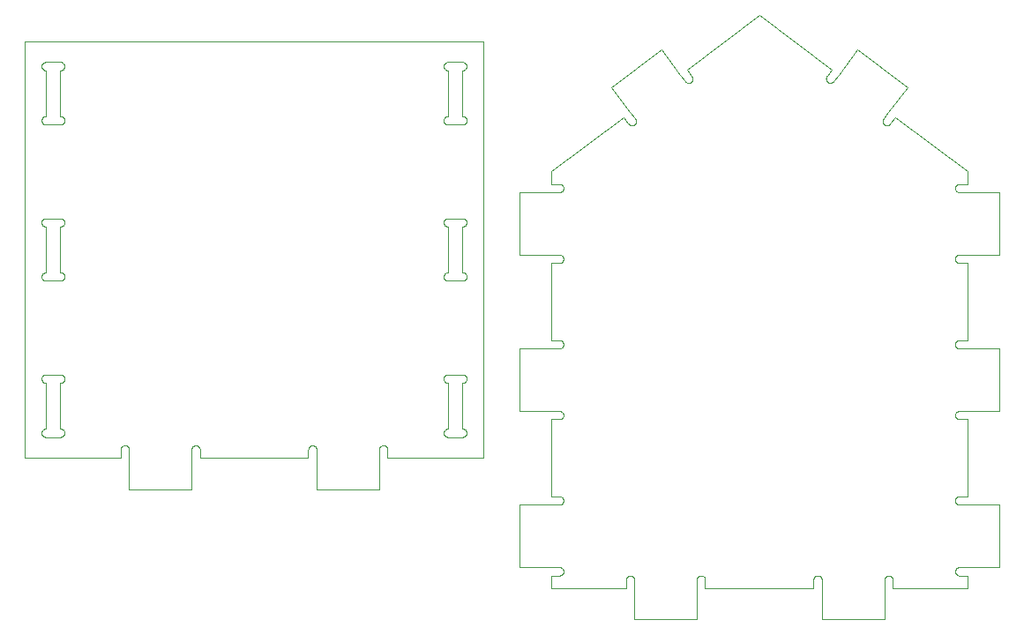
<source format=gbr>
%TF.GenerationSoftware,KiCad,Pcbnew,(6.0.8-1)-1*%
%TF.CreationDate,2022-10-29T17:02:31-07:00*%
%TF.ProjectId,a41,6134312e-6b69-4636-9164-5f7063625858,rev?*%
%TF.SameCoordinates,Original*%
%TF.FileFunction,Profile,NP*%
%FSLAX46Y46*%
G04 Gerber Fmt 4.6, Leading zero omitted, Abs format (unit mm)*
G04 Created by KiCad (PCBNEW (6.0.8-1)-1) date 2022-10-29 17:02:31*
%MOMM*%
%LPD*%
G01*
G04 APERTURE LIST*
%TA.AperFunction,Profile*%
%ADD10C,0.100000*%
%TD*%
G04 APERTURE END LIST*
D10*
X60080000Y-156640000D02*
X58697658Y-156639801D01*
X60093956Y-156639750D02*
X60080000Y-156640000D01*
X60107894Y-156639014D02*
X60093956Y-156639750D01*
X60121799Y-156637792D02*
X60107894Y-156639014D01*
X60135652Y-156636085D02*
X60121799Y-156637792D01*
X60149438Y-156633896D02*
X60135652Y-156636085D01*
X60163138Y-156631228D02*
X60149438Y-156633896D01*
X60176737Y-156628083D02*
X60163138Y-156631228D01*
X60190218Y-156624465D02*
X60176737Y-156628083D01*
X60203565Y-156620380D02*
X60190218Y-156624465D01*
X60216761Y-156615831D02*
X60203565Y-156620380D01*
X60229790Y-156610824D02*
X60216761Y-156615831D01*
X60242637Y-156605366D02*
X60229790Y-156610824D01*
X60255286Y-156599463D02*
X60242637Y-156605366D01*
X60267720Y-156593123D02*
X60255286Y-156599463D01*
X60279926Y-156586352D02*
X60267720Y-156593123D01*
X60291889Y-156579160D02*
X60279926Y-156586352D01*
X60303593Y-156571554D02*
X60291889Y-156579160D01*
X60315024Y-156563545D02*
X60303593Y-156571554D01*
X60326170Y-156555142D02*
X60315024Y-156563545D01*
X60337015Y-156546356D02*
X60326170Y-156555142D01*
X60347547Y-156537196D02*
X60337015Y-156546356D01*
X60357753Y-156527674D02*
X60347547Y-156537196D01*
X60367621Y-156517802D02*
X60357753Y-156527674D01*
X60377138Y-156507592D02*
X60367621Y-156517802D01*
X60386293Y-156497056D02*
X60377138Y-156507592D01*
X60395075Y-156486207D02*
X60386293Y-156497056D01*
X60403474Y-156475058D02*
X60395075Y-156486207D01*
X60411478Y-156463623D02*
X60403474Y-156475058D01*
X60419078Y-156451915D02*
X60411478Y-156463623D01*
X60426265Y-156439950D02*
X60419078Y-156451915D01*
X60433030Y-156427741D02*
X60426265Y-156439950D01*
X60439366Y-156415303D02*
X60433030Y-156427741D01*
X60445263Y-156402652D02*
X60439366Y-156415303D01*
X60450715Y-156389803D02*
X60445263Y-156402652D01*
X60455716Y-156376772D02*
X60450715Y-156389803D01*
X60460259Y-156363574D02*
X60455716Y-156376772D01*
X60464339Y-156350225D02*
X60460259Y-156363574D01*
X60467951Y-156336742D02*
X60464339Y-156350225D01*
X60471090Y-156323142D02*
X60467951Y-156336742D01*
X60473752Y-156309440D02*
X60471090Y-156323142D01*
X60475935Y-156295654D02*
X60473752Y-156309440D01*
X60477636Y-156281800D02*
X60475935Y-156295654D01*
X60478852Y-156267895D02*
X60477636Y-156281800D01*
X60479582Y-156253956D02*
X60478852Y-156267895D01*
X60479826Y-156240000D02*
X60479582Y-156253956D01*
X60479582Y-156226044D02*
X60479826Y-156240000D01*
X60478852Y-156212105D02*
X60479582Y-156226044D01*
X60477636Y-156198200D02*
X60478852Y-156212105D01*
X60475935Y-156184346D02*
X60477636Y-156198200D01*
X60473752Y-156170560D02*
X60475935Y-156184346D01*
X60471090Y-156156858D02*
X60473752Y-156170560D01*
X60467951Y-156143258D02*
X60471090Y-156156858D01*
X60464339Y-156129775D02*
X60467951Y-156143258D01*
X60460259Y-156116426D02*
X60464339Y-156129775D01*
X60455716Y-156103228D02*
X60460259Y-156116426D01*
X60450715Y-156090197D02*
X60455716Y-156103228D01*
X60445263Y-156077348D02*
X60450715Y-156090197D01*
X60439366Y-156064697D02*
X60445263Y-156077348D01*
X60433030Y-156052259D02*
X60439366Y-156064697D01*
X60426265Y-156040050D02*
X60433030Y-156052259D01*
X60419078Y-156028085D02*
X60426265Y-156040050D01*
X60411478Y-156016377D02*
X60419078Y-156028085D01*
X60403474Y-156004942D02*
X60411478Y-156016377D01*
X60395075Y-155993793D02*
X60403474Y-156004942D01*
X60386293Y-155982944D02*
X60395075Y-155993793D01*
X60377138Y-155972408D02*
X60386293Y-155982944D01*
X60367621Y-155962198D02*
X60377138Y-155972408D01*
X60357753Y-155952326D02*
X60367621Y-155962198D01*
X60347547Y-155942804D02*
X60357753Y-155952326D01*
X60337015Y-155933644D02*
X60347547Y-155942804D01*
X60326170Y-155924858D02*
X60337015Y-155933644D01*
X60315024Y-155916455D02*
X60326170Y-155924858D01*
X60303593Y-155908446D02*
X60315024Y-155916455D01*
X60291889Y-155900840D02*
X60303593Y-155908446D01*
X60279926Y-155893648D02*
X60291889Y-155900840D01*
X60267720Y-155886877D02*
X60279926Y-155893648D01*
X60255286Y-155880537D02*
X60267720Y-155886877D01*
X60242637Y-155874634D02*
X60255286Y-155880537D01*
X60229790Y-155869176D02*
X60242637Y-155874634D01*
X60216761Y-155864169D02*
X60229790Y-155869176D01*
X60203565Y-155859620D02*
X60216761Y-155864169D01*
X60190218Y-155855535D02*
X60203565Y-155859620D01*
X60176737Y-155851917D02*
X60190218Y-155855535D01*
X60163138Y-155848772D02*
X60176737Y-155851917D01*
X60149438Y-155846104D02*
X60163138Y-155848772D01*
X60135652Y-155843915D02*
X60149438Y-155846104D01*
X60121799Y-155842208D02*
X60135652Y-155843915D01*
X60107894Y-155840986D02*
X60121799Y-155842208D01*
X60093956Y-155840250D02*
X60107894Y-155840986D01*
X60080000Y-155840000D02*
X60093956Y-155840250D01*
X60080000Y-151440000D02*
X60080000Y-155840000D01*
X60093958Y-151439750D02*
X60080000Y-151440000D01*
X60107898Y-151439014D02*
X60093958Y-151439750D01*
X60121805Y-151437791D02*
X60107898Y-151439014D01*
X60135660Y-151436084D02*
X60121805Y-151437791D01*
X60149447Y-151433895D02*
X60135660Y-151436084D01*
X60163150Y-151431225D02*
X60149447Y-151433895D01*
X60176750Y-151428079D02*
X60163150Y-151431225D01*
X60190233Y-151424461D02*
X60176750Y-151428079D01*
X60203582Y-151420374D02*
X60190233Y-151424461D01*
X60216779Y-151415824D02*
X60203582Y-151420374D01*
X60229810Y-151410816D02*
X60216779Y-151415824D01*
X60242658Y-151405357D02*
X60229810Y-151410816D01*
X60255308Y-151399452D02*
X60242658Y-151405357D01*
X60267744Y-151393110D02*
X60255308Y-151399452D01*
X60279952Y-151386338D02*
X60267744Y-151393110D01*
X60291915Y-151379143D02*
X60279952Y-151386338D01*
X60303620Y-151371536D02*
X60291915Y-151379143D01*
X60315053Y-151363525D02*
X60303620Y-151371536D01*
X60326199Y-151355120D02*
X60315053Y-151363525D01*
X60337045Y-151346331D02*
X60326199Y-151355120D01*
X60347577Y-151337169D02*
X60337045Y-151346331D01*
X60357784Y-151327645D02*
X60347577Y-151337169D01*
X60367652Y-151317770D02*
X60357784Y-151327645D01*
X60377169Y-151307557D02*
X60367652Y-151317770D01*
X60386324Y-151297019D02*
X60377169Y-151307557D01*
X60395106Y-151286167D02*
X60386324Y-151297019D01*
X60403504Y-151275015D02*
X60395106Y-151286167D01*
X60411508Y-151263578D02*
X60403504Y-151275015D01*
X60419108Y-151251868D02*
X60411508Y-151263578D01*
X60426294Y-151239899D02*
X60419108Y-151251868D01*
X60433058Y-151227688D02*
X60426294Y-151239899D01*
X60439393Y-151215248D02*
X60433058Y-151227688D01*
X60445289Y-151202594D02*
X60439393Y-151215248D01*
X60450740Y-151189742D02*
X60445289Y-151202594D01*
X60455739Y-151176708D02*
X60450740Y-151189742D01*
X60460281Y-151163507D02*
X60455739Y-151176708D01*
X60464359Y-151150156D02*
X60460281Y-151163507D01*
X60467968Y-151136671D02*
X60464359Y-151150156D01*
X60471105Y-151123068D02*
X60467968Y-151136671D01*
X60473766Y-151109364D02*
X60471105Y-151123068D01*
X60475946Y-151095575D02*
X60473766Y-151109364D01*
X60477644Y-151081719D02*
X60475946Y-151095575D01*
X60478858Y-151067812D02*
X60477644Y-151081719D01*
X60479585Y-151053871D02*
X60478858Y-151067812D01*
X60479826Y-151039913D02*
X60479585Y-151053871D01*
X60479579Y-151025955D02*
X60479826Y-151039913D01*
X60478846Y-151012014D02*
X60479579Y-151025955D01*
X60477626Y-150998108D02*
X60478846Y-151012014D01*
X60475922Y-150984252D02*
X60477626Y-150998108D01*
X60473736Y-150970465D02*
X60475922Y-150984252D01*
X60471069Y-150956762D02*
X60473736Y-150970465D01*
X60467926Y-150943160D02*
X60471069Y-150956762D01*
X60464311Y-150929676D02*
X60467926Y-150943160D01*
X60460227Y-150916327D02*
X60464311Y-150929676D01*
X60455680Y-150903128D02*
X60460227Y-150916327D01*
X60450675Y-150890096D02*
X60455680Y-150903128D01*
X60445218Y-150877247D02*
X60450675Y-150890096D01*
X60439316Y-150864596D02*
X60445218Y-150877247D01*
X60432977Y-150852158D02*
X60439316Y-150864596D01*
X60426207Y-150839950D02*
X60432977Y-150852158D01*
X60419015Y-150827985D02*
X60426207Y-150839950D01*
X60411411Y-150816278D02*
X60419015Y-150827985D01*
X60403402Y-150804844D02*
X60411411Y-150816278D01*
X60394999Y-150793696D02*
X60403402Y-150804844D01*
X60386213Y-150782848D02*
X60394999Y-150793696D01*
X60377053Y-150772313D02*
X60386213Y-150782848D01*
X60367531Y-150762105D02*
X60377053Y-150772313D01*
X60357659Y-150752235D02*
X60367531Y-150762105D01*
X60347448Y-150742715D02*
X60357659Y-150752235D01*
X60336911Y-150733557D02*
X60347448Y-150742715D01*
X60326061Y-150724773D02*
X60336911Y-150733557D01*
X60314912Y-150716373D02*
X60326061Y-150724773D01*
X60303476Y-150708367D02*
X60314912Y-150716373D01*
X60291767Y-150700764D02*
X60303476Y-150708367D01*
X60279801Y-150693575D02*
X60291767Y-150700764D01*
X60267591Y-150686808D02*
X60279801Y-150693575D01*
X60255152Y-150680471D02*
X60267591Y-150686808D01*
X60242499Y-150674572D02*
X60255152Y-150680471D01*
X60229649Y-150669118D02*
X60242499Y-150674572D01*
X60216616Y-150664116D02*
X60229649Y-150669118D01*
X60203416Y-150659572D02*
X60216616Y-150664116D01*
X60190066Y-150655491D02*
X60203416Y-150659572D01*
X60176581Y-150651878D02*
X60190066Y-150655491D01*
X60162979Y-150648739D02*
X60176581Y-150651878D01*
X60149276Y-150646075D02*
X60162979Y-150648739D01*
X60135487Y-150643892D02*
X60149276Y-150646075D01*
X60121631Y-150642191D02*
X60135487Y-150643892D01*
X60107725Y-150640974D02*
X60121631Y-150642191D01*
X60093784Y-150640244D02*
X60107725Y-150640974D01*
X60079826Y-150640000D02*
X60093784Y-150640244D01*
X58680000Y-150640000D02*
X60079826Y-150640000D01*
X58666190Y-150640232D02*
X58680000Y-150640000D01*
X58652395Y-150640942D02*
X58666190Y-150640232D01*
X58638634Y-150642127D02*
X58652395Y-150640942D01*
X58624922Y-150643786D02*
X58638634Y-150642127D01*
X58611275Y-150645918D02*
X58624922Y-150643786D01*
X58597710Y-150648520D02*
X58611275Y-150645918D01*
X58584243Y-150651588D02*
X58597710Y-150648520D01*
X58570889Y-150655120D02*
X58584243Y-150651588D01*
X58557666Y-150659110D02*
X58570889Y-150655120D01*
X58544588Y-150663555D02*
X58557666Y-150659110D01*
X58531672Y-150668449D02*
X58544588Y-150663555D01*
X58518932Y-150673785D02*
X58531672Y-150668449D01*
X58506384Y-150679558D02*
X58518932Y-150673785D01*
X58494043Y-150685762D02*
X58506384Y-150679558D01*
X58481924Y-150692387D02*
X58494043Y-150685762D01*
X58470040Y-150699427D02*
X58481924Y-150692387D01*
X58458407Y-150706873D02*
X58470040Y-150699427D01*
X58447037Y-150714716D02*
X58458407Y-150706873D01*
X58435945Y-150722947D02*
X58447037Y-150714716D01*
X58425144Y-150731557D02*
X58435945Y-150722947D01*
X58414647Y-150740534D02*
X58425144Y-150731557D01*
X58404466Y-150749868D02*
X58414647Y-150740534D01*
X58394613Y-150759548D02*
X58404466Y-150749868D01*
X58385100Y-150769562D02*
X58394613Y-150759548D01*
X58375939Y-150779899D02*
X58385100Y-150769562D01*
X58367140Y-150790546D02*
X58375939Y-150779899D01*
X58358714Y-150801490D02*
X58367140Y-150790546D01*
X58350670Y-150812719D02*
X58358714Y-150801490D01*
X58343020Y-150824219D02*
X58350670Y-150812719D01*
X58335770Y-150835976D02*
X58343020Y-150824219D01*
X58328931Y-150847976D02*
X58335770Y-150835976D01*
X58322511Y-150860206D02*
X58328931Y-150847976D01*
X58316516Y-150872649D02*
X58322511Y-150860206D01*
X58310955Y-150885293D02*
X58316516Y-150872649D01*
X58305834Y-150898120D02*
X58310955Y-150885293D01*
X58301158Y-150911117D02*
X58305834Y-150898120D01*
X58296934Y-150924268D02*
X58301158Y-150911117D01*
X58293167Y-150937557D02*
X58296934Y-150924268D01*
X58289860Y-150950967D02*
X58293167Y-150937557D01*
X58287019Y-150964484D02*
X58289860Y-150950967D01*
X58284646Y-150978091D02*
X58287019Y-150964484D01*
X58282744Y-150991772D02*
X58284646Y-150978091D01*
X58281316Y-151005510D02*
X58282744Y-150991772D01*
X58280362Y-151019290D02*
X58281316Y-151005510D01*
X58279886Y-151033094D02*
X58280362Y-151019290D01*
X58279886Y-151046906D02*
X58279886Y-151033094D01*
X58280362Y-151060710D02*
X58279886Y-151046906D01*
X58281316Y-151074490D02*
X58280362Y-151060710D01*
X58282744Y-151088228D02*
X58281316Y-151074490D01*
X58284646Y-151101909D02*
X58282744Y-151088228D01*
X58287019Y-151115516D02*
X58284646Y-151101909D01*
X58289860Y-151129033D02*
X58287019Y-151115516D01*
X58293167Y-151142443D02*
X58289860Y-151129033D01*
X58296934Y-151155732D02*
X58293167Y-151142443D01*
X58301158Y-151168883D02*
X58296934Y-151155732D01*
X58305834Y-151181880D02*
X58301158Y-151168883D01*
X58310955Y-151194707D02*
X58305834Y-151181880D01*
X58316516Y-151207351D02*
X58310955Y-151194707D01*
X58322511Y-151219794D02*
X58316516Y-151207351D01*
X58328931Y-151232024D02*
X58322511Y-151219794D01*
X58335770Y-151244024D02*
X58328931Y-151232024D01*
X58343020Y-151255781D02*
X58335770Y-151244024D01*
X58350670Y-151267281D02*
X58343020Y-151255781D01*
X58358714Y-151278510D02*
X58350670Y-151267281D01*
X58367140Y-151289454D02*
X58358714Y-151278510D01*
X58375939Y-151300101D02*
X58367140Y-151289454D01*
X58385100Y-151310438D02*
X58375939Y-151300101D01*
X58394613Y-151320452D02*
X58385100Y-151310438D01*
X58404466Y-151330132D02*
X58394613Y-151320452D01*
X58414647Y-151339466D02*
X58404466Y-151330132D01*
X58425144Y-151348443D02*
X58414647Y-151339466D01*
X58435945Y-151357053D02*
X58425144Y-151348443D01*
X58447037Y-151365284D02*
X58435945Y-151357053D01*
X58458407Y-151373127D02*
X58447037Y-151365284D01*
X58470040Y-151380573D02*
X58458407Y-151373127D01*
X58481924Y-151387613D02*
X58470040Y-151380573D01*
X58494043Y-151394238D02*
X58481924Y-151387613D01*
X58506384Y-151400441D02*
X58494043Y-151394238D01*
X58518932Y-151406215D02*
X58506384Y-151400441D01*
X58531672Y-151411551D02*
X58518932Y-151406215D01*
X58544588Y-151416445D02*
X58531672Y-151411551D01*
X58557666Y-151420890D02*
X58544588Y-151416445D01*
X58570889Y-151424880D02*
X58557666Y-151420890D01*
X58584243Y-151428412D02*
X58570889Y-151424880D01*
X58597710Y-151431480D02*
X58584243Y-151428412D01*
X58611275Y-151434082D02*
X58597710Y-151431480D01*
X58624922Y-151436214D02*
X58611275Y-151434082D01*
X58638634Y-151437873D02*
X58624922Y-151436214D01*
X58652395Y-151439058D02*
X58638634Y-151437873D01*
X58666190Y-151439767D02*
X58652395Y-151439058D01*
X58680000Y-151440000D02*
X58666190Y-151439767D01*
X58680000Y-155840000D02*
X58680000Y-151440000D01*
X58666144Y-155840234D02*
X58680000Y-155840000D01*
X58652305Y-155840948D02*
X58666144Y-155840234D01*
X58638499Y-155842140D02*
X58652305Y-155840948D01*
X58624742Y-155843810D02*
X58638499Y-155842140D01*
X58611052Y-155845955D02*
X58624742Y-155843810D01*
X58597444Y-155848573D02*
X58611052Y-155845955D01*
X58583935Y-155851661D02*
X58597444Y-155848573D01*
X58570540Y-155855215D02*
X58583935Y-155851661D01*
X58557277Y-155859230D02*
X58570540Y-155855215D01*
X58544161Y-155863702D02*
X58557277Y-155859230D01*
X58531208Y-155868626D02*
X58544161Y-155863702D01*
X58518433Y-155873996D02*
X58531208Y-155868626D01*
X58505852Y-155879804D02*
X58518433Y-155873996D01*
X58493479Y-155886045D02*
X58505852Y-155879804D01*
X58481330Y-155892711D02*
X58493479Y-155886045D01*
X58469419Y-155899793D02*
X58481330Y-155892711D01*
X58457760Y-155907284D02*
X58469419Y-155899793D01*
X58446368Y-155915174D02*
X58457760Y-155907284D01*
X58435255Y-155923453D02*
X58446368Y-155915174D01*
X58424437Y-155932113D02*
X58435255Y-155923453D01*
X58413924Y-155941141D02*
X58424437Y-155932113D01*
X58403731Y-155950529D02*
X58413924Y-155941141D01*
X58393868Y-155960264D02*
X58403731Y-155950529D01*
X58384349Y-155970334D02*
X58393868Y-155960264D01*
X58375184Y-155980729D02*
X58384349Y-155970334D01*
X58366385Y-155991434D02*
X58375184Y-155980729D01*
X58357962Y-156002438D02*
X58366385Y-155991434D01*
X58349925Y-156013726D02*
X58357962Y-156002438D01*
X58342283Y-156025287D02*
X58349925Y-156013726D01*
X58335047Y-156037105D02*
X58342283Y-156025287D01*
X58328224Y-156049166D02*
X58335047Y-156037105D01*
X58321823Y-156061457D02*
X58328224Y-156049166D01*
X58315851Y-156073962D02*
X58321823Y-156061457D01*
X58310316Y-156086666D02*
X58315851Y-156073962D01*
X58305224Y-156099554D02*
X58310316Y-156086666D01*
X58300582Y-156112611D02*
X58305224Y-156099554D01*
X58296394Y-156125821D02*
X58300582Y-156112611D01*
X58292667Y-156139167D02*
X58296394Y-156125821D01*
X58289404Y-156152635D02*
X58292667Y-156139167D01*
X58286609Y-156166208D02*
X58289404Y-156152635D01*
X58284286Y-156179870D02*
X58286609Y-156166208D01*
X58282437Y-156193603D02*
X58284286Y-156179870D01*
X58281065Y-156207393D02*
X58282437Y-156193603D01*
X58280172Y-156221222D02*
X58281065Y-156207393D01*
X58279758Y-156235073D02*
X58280172Y-156221222D01*
X58279824Y-156248931D02*
X58279758Y-156235073D01*
X58280370Y-156262777D02*
X58279824Y-156248931D01*
X58281395Y-156276597D02*
X58280370Y-156262777D01*
X58282898Y-156290373D02*
X58281395Y-156276597D01*
X58284877Y-156304088D02*
X58282898Y-156290373D01*
X58287329Y-156317727D02*
X58284877Y-156304088D01*
X58290253Y-156331273D02*
X58287329Y-156317727D01*
X58293644Y-156344709D02*
X58290253Y-156331273D01*
X58297498Y-156358020D02*
X58293644Y-156344709D01*
X58301811Y-156371189D02*
X58297498Y-156358020D01*
X58306578Y-156384201D02*
X58301811Y-156371189D01*
X58311792Y-156397041D02*
X58306578Y-156384201D01*
X58317448Y-156409691D02*
X58311792Y-156397041D01*
X58323538Y-156422139D02*
X58317448Y-156409691D01*
X58330056Y-156434368D02*
X58323538Y-156422139D01*
X58336993Y-156446364D02*
X58330056Y-156434368D01*
X58344342Y-156458113D02*
X58336993Y-156446364D01*
X58352093Y-156469600D02*
X58344342Y-156458113D01*
X58360237Y-156480812D02*
X58352093Y-156469600D01*
X58368765Y-156491735D02*
X58360237Y-156480812D01*
X58377665Y-156502356D02*
X58368765Y-156491735D01*
X58386928Y-156512662D02*
X58377665Y-156502356D01*
X58396543Y-156522642D02*
X58386928Y-156512662D01*
X58406497Y-156532283D02*
X58396543Y-156522642D01*
X58416780Y-156541573D02*
X58406497Y-156532283D01*
X58427378Y-156550501D02*
X58416780Y-156541573D01*
X58438278Y-156559058D02*
X58427378Y-156550501D01*
X58449469Y-156567231D02*
X58438278Y-156559058D01*
X58460936Y-156575012D02*
X58449469Y-156567231D01*
X58472665Y-156582391D02*
X58460936Y-156575012D01*
X58484643Y-156589360D02*
X58472665Y-156582391D01*
X58496855Y-156595910D02*
X58484643Y-156589360D01*
X58509286Y-156602033D02*
X58496855Y-156595910D01*
X58521922Y-156607722D02*
X58509286Y-156602033D01*
X58534748Y-156612969D02*
X58521922Y-156607722D01*
X58547748Y-156617770D02*
X58534748Y-156612969D01*
X58560906Y-156622117D02*
X58547748Y-156617770D01*
X58574206Y-156626006D02*
X58560906Y-156622117D01*
X58587634Y-156629432D02*
X58574206Y-156626006D01*
X58601172Y-156632391D02*
X58587634Y-156629432D01*
X58614804Y-156634880D02*
X58601172Y-156632391D01*
X58628514Y-156636895D02*
X58614804Y-156634880D01*
X58642286Y-156638434D02*
X58628514Y-156636895D01*
X58656103Y-156639495D02*
X58642286Y-156638434D01*
X58669948Y-156640077D02*
X58656103Y-156639495D01*
X58683806Y-156640179D02*
X58669948Y-156640077D01*
X58697658Y-156639801D02*
X58683806Y-156640179D01*
X20080000Y-165640000D02*
X21479405Y-165640000D01*
X20066042Y-165640246D02*
X20080000Y-165640000D01*
X20052100Y-165640979D02*
X20066042Y-165640246D01*
X20038193Y-165642197D02*
X20052100Y-165640979D01*
X20024337Y-165643901D02*
X20038193Y-165642197D01*
X20010548Y-165646086D02*
X20024337Y-165643901D01*
X19996845Y-165648752D02*
X20010548Y-165646086D01*
X19983242Y-165651894D02*
X19996845Y-165648752D01*
X19969758Y-165655509D02*
X19983242Y-165651894D01*
X19956408Y-165659593D02*
X19969758Y-165655509D01*
X19943209Y-165664139D02*
X19956408Y-165659593D01*
X19930176Y-165669144D02*
X19943209Y-165664139D01*
X19917326Y-165674600D02*
X19930176Y-165669144D01*
X19904674Y-165680502D02*
X19917326Y-165674600D01*
X19892236Y-165686841D02*
X19904674Y-165680502D01*
X19880026Y-165693610D02*
X19892236Y-165686841D01*
X19868060Y-165700802D02*
X19880026Y-165693610D01*
X19856353Y-165708406D02*
X19868060Y-165700802D01*
X19844918Y-165716415D02*
X19856353Y-165708406D01*
X19833769Y-165724818D02*
X19844918Y-165716415D01*
X19822920Y-165733604D02*
X19833769Y-165724818D01*
X19812385Y-165742764D02*
X19822920Y-165733604D01*
X19802176Y-165752286D02*
X19812385Y-165742764D01*
X19792305Y-165762158D02*
X19802176Y-165752286D01*
X19782785Y-165772369D02*
X19792305Y-165762158D01*
X19773626Y-165782906D02*
X19782785Y-165772369D01*
X19764841Y-165793756D02*
X19773626Y-165782906D01*
X19756440Y-165804906D02*
X19764841Y-165793756D01*
X19748434Y-165816342D02*
X19756440Y-165804906D01*
X19740831Y-165828051D02*
X19748434Y-165816342D01*
X19733641Y-165840018D02*
X19740831Y-165828051D01*
X19726874Y-165852228D02*
X19733641Y-165840018D01*
X19720536Y-165864668D02*
X19726874Y-165852228D01*
X19714637Y-165877320D02*
X19720536Y-165864668D01*
X19709183Y-165890171D02*
X19714637Y-165877320D01*
X19704180Y-165903205D02*
X19709183Y-165890171D01*
X19699635Y-165916405D02*
X19704180Y-165903205D01*
X19695554Y-165929756D02*
X19699635Y-165916405D01*
X19691941Y-165943241D02*
X19695554Y-165929756D01*
X19688801Y-165956843D02*
X19691941Y-165943241D01*
X19686138Y-165970547D02*
X19688801Y-165956843D01*
X19683954Y-165984336D02*
X19686138Y-165970547D01*
X19682253Y-165998193D02*
X19683954Y-165984336D01*
X19681036Y-166012100D02*
X19682253Y-165998193D01*
X19680305Y-166026042D02*
X19681036Y-166012100D01*
X19680062Y-166040000D02*
X19680305Y-166026042D01*
X19680305Y-166053958D02*
X19680062Y-166040000D01*
X19681036Y-166067900D02*
X19680305Y-166053958D01*
X19682253Y-166081807D02*
X19681036Y-166067900D01*
X19683954Y-166095664D02*
X19682253Y-166081807D01*
X19686138Y-166109453D02*
X19683954Y-166095664D01*
X19688801Y-166123157D02*
X19686138Y-166109453D01*
X19691941Y-166136759D02*
X19688801Y-166123157D01*
X19695554Y-166150244D02*
X19691941Y-166136759D01*
X19699635Y-166163595D02*
X19695554Y-166150244D01*
X19704180Y-166176795D02*
X19699635Y-166163595D01*
X19709183Y-166189829D02*
X19704180Y-166176795D01*
X19714637Y-166202680D02*
X19709183Y-166189829D01*
X19720536Y-166215332D02*
X19714637Y-166202680D01*
X19726874Y-166227772D02*
X19720536Y-166215332D01*
X19733641Y-166239982D02*
X19726874Y-166227772D01*
X19740831Y-166251949D02*
X19733641Y-166239982D01*
X19748434Y-166263658D02*
X19740831Y-166251949D01*
X19756440Y-166275094D02*
X19748434Y-166263658D01*
X19764841Y-166286244D02*
X19756440Y-166275094D01*
X19773626Y-166297094D02*
X19764841Y-166286244D01*
X19782785Y-166307631D02*
X19773626Y-166297094D01*
X19792305Y-166317842D02*
X19782785Y-166307631D01*
X19802176Y-166327714D02*
X19792305Y-166317842D01*
X19812385Y-166337236D02*
X19802176Y-166327714D01*
X19822920Y-166346396D02*
X19812385Y-166337236D01*
X19833769Y-166355182D02*
X19822920Y-166346396D01*
X19844918Y-166363585D02*
X19833769Y-166355182D01*
X19856353Y-166371594D02*
X19844918Y-166363585D01*
X19868060Y-166379198D02*
X19856353Y-166371594D01*
X19880026Y-166386390D02*
X19868060Y-166379198D01*
X19892236Y-166393159D02*
X19880026Y-166386390D01*
X19904674Y-166399498D02*
X19892236Y-166393159D01*
X19917326Y-166405400D02*
X19904674Y-166399498D01*
X19930176Y-166410856D02*
X19917326Y-166405400D01*
X19943209Y-166415861D02*
X19930176Y-166410856D01*
X19956408Y-166420407D02*
X19943209Y-166415861D01*
X19969758Y-166424491D02*
X19956408Y-166420407D01*
X19983242Y-166428106D02*
X19969758Y-166424491D01*
X19996845Y-166431248D02*
X19983242Y-166428106D01*
X20010548Y-166433914D02*
X19996845Y-166431248D01*
X20024337Y-166436099D02*
X20010548Y-166433914D01*
X20038193Y-166437803D02*
X20024337Y-166436099D01*
X20052100Y-166439021D02*
X20038193Y-166437803D01*
X20066042Y-166439754D02*
X20052100Y-166439021D01*
X20080000Y-166440000D02*
X20066042Y-166439754D01*
X20080000Y-170840000D02*
X20080000Y-166440000D01*
X20066180Y-170840219D02*
X20080000Y-170840000D01*
X20052376Y-170840914D02*
X20066180Y-170840219D01*
X20038604Y-170842086D02*
X20052376Y-170840914D01*
X20024881Y-170843734D02*
X20038604Y-170842086D01*
X20011223Y-170845854D02*
X20024881Y-170843734D01*
X19997647Y-170848445D02*
X20011223Y-170845854D01*
X19984168Y-170851503D02*
X19997647Y-170848445D01*
X19970802Y-170855025D02*
X19984168Y-170851503D01*
X19957567Y-170859007D02*
X19970802Y-170855025D01*
X19944477Y-170863444D02*
X19957567Y-170859007D01*
X19931548Y-170868331D02*
X19944477Y-170863444D01*
X19918795Y-170873661D02*
X19931548Y-170868331D01*
X19906235Y-170879428D02*
X19918795Y-170873661D01*
X19893881Y-170885626D02*
X19906235Y-170879428D01*
X19881748Y-170892248D02*
X19893881Y-170885626D01*
X19869852Y-170899284D02*
X19881748Y-170892248D01*
X19858206Y-170906727D02*
X19869852Y-170899284D01*
X19846823Y-170914568D02*
X19858206Y-170906727D01*
X19835719Y-170922798D02*
X19846823Y-170914568D01*
X19824905Y-170931407D02*
X19835719Y-170922798D01*
X19814396Y-170940383D02*
X19824905Y-170931407D01*
X19804203Y-170949718D02*
X19814396Y-170940383D01*
X19794338Y-170959399D02*
X19804203Y-170949718D01*
X19784814Y-170969416D02*
X19794338Y-170959399D01*
X19775641Y-170979755D02*
X19784814Y-170969416D01*
X19766832Y-170990405D02*
X19775641Y-170979755D01*
X19758395Y-171001353D02*
X19766832Y-170990405D01*
X19750342Y-171012586D02*
X19758395Y-171001353D01*
X19742681Y-171024090D02*
X19750342Y-171012586D01*
X19735423Y-171035853D02*
X19742681Y-171024090D01*
X19728575Y-171047859D02*
X19735423Y-171035853D01*
X19722146Y-171060094D02*
X19728575Y-171047859D01*
X19716144Y-171072545D02*
X19722146Y-171060094D01*
X19710575Y-171085195D02*
X19716144Y-171072545D01*
X19705447Y-171098030D02*
X19710575Y-171085195D01*
X19700766Y-171111034D02*
X19705447Y-171098030D01*
X19696536Y-171124193D02*
X19700766Y-171111034D01*
X19692764Y-171137490D02*
X19696536Y-171124193D01*
X19689453Y-171150909D02*
X19692764Y-171137490D01*
X19686608Y-171164434D02*
X19689453Y-171150909D01*
X19684231Y-171178050D02*
X19686608Y-171164434D01*
X19682327Y-171191740D02*
X19684231Y-171178050D01*
X19680897Y-171205487D02*
X19682327Y-171191740D01*
X19679942Y-171219276D02*
X19680897Y-171205487D01*
X19679465Y-171233089D02*
X19679942Y-171219276D01*
X19679465Y-171246911D02*
X19679465Y-171233089D01*
X19679942Y-171260724D02*
X19679465Y-171246911D01*
X19680897Y-171274513D02*
X19679942Y-171260724D01*
X19682327Y-171288260D02*
X19680897Y-171274513D01*
X19684231Y-171301950D02*
X19682327Y-171288260D01*
X19686608Y-171315566D02*
X19684231Y-171301950D01*
X19689453Y-171329091D02*
X19686608Y-171315566D01*
X19692764Y-171342511D02*
X19689453Y-171329091D01*
X19696536Y-171355807D02*
X19692764Y-171342511D01*
X19700766Y-171368966D02*
X19696536Y-171355807D01*
X19705447Y-171381970D02*
X19700766Y-171368966D01*
X19710575Y-171394805D02*
X19705447Y-171381970D01*
X19716144Y-171407456D02*
X19710575Y-171394805D01*
X19722146Y-171419906D02*
X19716144Y-171407456D01*
X19728575Y-171432141D02*
X19722146Y-171419906D01*
X19735423Y-171444147D02*
X19728575Y-171432141D01*
X19742681Y-171455910D02*
X19735423Y-171444147D01*
X19750342Y-171467414D02*
X19742681Y-171455910D01*
X19758395Y-171478647D02*
X19750342Y-171467414D01*
X19766832Y-171489595D02*
X19758395Y-171478647D01*
X19775641Y-171500245D02*
X19766832Y-171489595D01*
X19784814Y-171510585D02*
X19775641Y-171500245D01*
X19794338Y-171520601D02*
X19784814Y-171510585D01*
X19804203Y-171530282D02*
X19794338Y-171520601D01*
X19814396Y-171539617D02*
X19804203Y-171530282D01*
X19824905Y-171548594D02*
X19814396Y-171539617D01*
X19835719Y-171557202D02*
X19824905Y-171548594D01*
X19846823Y-171565432D02*
X19835719Y-171557202D01*
X19858206Y-171573273D02*
X19846823Y-171565432D01*
X19869852Y-171580716D02*
X19858206Y-171573273D01*
X19881748Y-171587753D02*
X19869852Y-171580716D01*
X19893881Y-171594374D02*
X19881748Y-171587753D01*
X19906235Y-171600572D02*
X19893881Y-171594374D01*
X19918795Y-171606339D02*
X19906235Y-171600572D01*
X19931548Y-171611670D02*
X19918795Y-171606339D01*
X19944477Y-171616556D02*
X19931548Y-171611670D01*
X19957567Y-171620993D02*
X19944477Y-171616556D01*
X19970802Y-171624975D02*
X19957567Y-171620993D01*
X19984168Y-171628497D02*
X19970802Y-171624975D01*
X19997647Y-171631555D02*
X19984168Y-171628497D01*
X20011223Y-171634146D02*
X19997647Y-171631555D01*
X20024881Y-171636267D02*
X20011223Y-171634146D01*
X20038604Y-171637914D02*
X20024881Y-171636267D01*
X20052376Y-171639086D02*
X20038604Y-171637914D01*
X20066180Y-171639782D02*
X20052376Y-171639086D01*
X20080000Y-171640000D02*
X20066180Y-171639782D01*
X21480000Y-171640000D02*
X20080000Y-171640000D01*
X21493946Y-171639736D02*
X21480000Y-171640000D01*
X21507875Y-171638986D02*
X21493946Y-171639736D01*
X21521769Y-171637751D02*
X21507875Y-171638986D01*
X21535611Y-171636032D02*
X21521769Y-171637751D01*
X21549385Y-171633831D02*
X21535611Y-171636032D01*
X21563074Y-171631152D02*
X21549385Y-171633831D01*
X21576661Y-171627997D02*
X21563074Y-171631152D01*
X21590130Y-171624370D02*
X21576661Y-171627997D01*
X21603464Y-171620275D02*
X21590130Y-171624370D01*
X21616648Y-171615719D02*
X21603464Y-171620275D01*
X21629664Y-171610705D02*
X21616648Y-171615719D01*
X21642498Y-171605241D02*
X21629664Y-171610705D01*
X21655134Y-171599332D02*
X21642498Y-171605241D01*
X21667555Y-171592987D02*
X21655134Y-171599332D01*
X21679748Y-171586212D02*
X21667555Y-171592987D01*
X21691698Y-171579016D02*
X21679748Y-171586212D01*
X21703389Y-171571408D02*
X21691698Y-171579016D01*
X21714808Y-171563397D02*
X21703389Y-171571408D01*
X21725940Y-171554993D02*
X21714808Y-171563397D01*
X21736773Y-171546205D02*
X21725940Y-171554993D01*
X21747293Y-171537046D02*
X21736773Y-171546205D01*
X21757487Y-171527525D02*
X21747293Y-171537046D01*
X21767343Y-171517654D02*
X21757487Y-171527525D01*
X21776849Y-171507446D02*
X21767343Y-171517654D01*
X21785993Y-171496913D02*
X21776849Y-171507446D01*
X21794764Y-171486067D02*
X21785993Y-171496913D01*
X21803152Y-171474922D02*
X21794764Y-171486067D01*
X21811146Y-171463491D02*
X21803152Y-171474922D01*
X21818736Y-171451788D02*
X21811146Y-171463491D01*
X21825914Y-171439828D02*
X21818736Y-171451788D01*
X21832671Y-171427625D02*
X21825914Y-171439828D01*
X21838998Y-171415194D02*
X21832671Y-171427625D01*
X21844888Y-171402550D02*
X21838998Y-171415194D01*
X21850333Y-171389708D02*
X21844888Y-171402550D01*
X21855327Y-171376684D02*
X21850333Y-171389708D01*
X21859864Y-171363494D02*
X21855327Y-171376684D01*
X21863939Y-171350153D02*
X21859864Y-171363494D01*
X21867546Y-171336679D02*
X21863939Y-171350153D01*
X21870681Y-171323087D02*
X21867546Y-171336679D01*
X21873340Y-171309394D02*
X21870681Y-171323087D01*
X21875520Y-171295617D02*
X21873340Y-171309394D01*
X21877218Y-171281772D02*
X21875520Y-171295617D01*
X21878433Y-171267876D02*
X21877218Y-171281772D01*
X21879162Y-171253947D02*
X21878433Y-171267876D01*
X21879405Y-171240000D02*
X21879162Y-171253947D01*
X21879162Y-171226054D02*
X21879405Y-171240000D01*
X21878433Y-171212124D02*
X21879162Y-171226054D01*
X21877218Y-171198228D02*
X21878433Y-171212124D01*
X21875520Y-171184383D02*
X21877218Y-171198228D01*
X21873340Y-171170606D02*
X21875520Y-171184383D01*
X21870681Y-171156913D02*
X21873340Y-171170606D01*
X21867546Y-171143321D02*
X21870681Y-171156913D01*
X21863939Y-171129847D02*
X21867546Y-171143321D01*
X21859864Y-171116506D02*
X21863939Y-171129847D01*
X21855327Y-171103316D02*
X21859864Y-171116506D01*
X21850333Y-171090292D02*
X21855327Y-171103316D01*
X21844888Y-171077450D02*
X21850333Y-171090292D01*
X21838998Y-171064806D02*
X21844888Y-171077450D01*
X21832671Y-171052375D02*
X21838998Y-171064806D01*
X21825914Y-171040172D02*
X21832671Y-171052375D01*
X21818736Y-171028212D02*
X21825914Y-171040172D01*
X21811146Y-171016509D02*
X21818736Y-171028212D01*
X21803152Y-171005079D02*
X21811146Y-171016509D01*
X21794764Y-170993933D02*
X21803152Y-171005079D01*
X21785993Y-170983088D02*
X21794764Y-170993933D01*
X21776849Y-170972554D02*
X21785993Y-170983088D01*
X21767343Y-170962346D02*
X21776849Y-170972554D01*
X21757487Y-170952475D02*
X21767343Y-170962346D01*
X21747293Y-170942955D02*
X21757487Y-170952475D01*
X21736773Y-170933795D02*
X21747293Y-170942955D01*
X21725940Y-170925008D02*
X21736773Y-170933795D01*
X21714808Y-170916603D02*
X21725940Y-170925008D01*
X21703389Y-170908592D02*
X21714808Y-170916603D01*
X21691698Y-170900984D02*
X21703389Y-170908592D01*
X21679748Y-170893788D02*
X21691698Y-170900984D01*
X21667555Y-170887014D02*
X21679748Y-170893788D01*
X21655134Y-170880668D02*
X21667555Y-170887014D01*
X21642498Y-170874760D02*
X21655134Y-170880668D01*
X21629664Y-170869295D02*
X21642498Y-170874760D01*
X21616648Y-170864282D02*
X21629664Y-170869295D01*
X21603464Y-170859725D02*
X21616648Y-170864282D01*
X21590130Y-170855630D02*
X21603464Y-170859725D01*
X21576661Y-170852004D02*
X21590130Y-170855630D01*
X21563074Y-170848849D02*
X21576661Y-170852004D01*
X21549385Y-170846169D02*
X21563074Y-170848849D01*
X21535611Y-170843969D02*
X21549385Y-170846169D01*
X21521769Y-170842250D02*
X21535611Y-170843969D01*
X21507875Y-170841014D02*
X21521769Y-170842250D01*
X21493946Y-170840264D02*
X21507875Y-170841014D01*
X21480000Y-170840000D02*
X21493946Y-170840264D01*
X21480000Y-166440000D02*
X21480000Y-170840000D01*
X21493953Y-166439735D02*
X21480000Y-166440000D01*
X21507888Y-166438985D02*
X21493953Y-166439735D01*
X21521788Y-166437748D02*
X21507888Y-166438985D01*
X21535637Y-166436028D02*
X21521788Y-166437748D01*
X21549418Y-166433825D02*
X21535637Y-166436028D01*
X21563113Y-166431143D02*
X21549418Y-166433825D01*
X21576706Y-166427985D02*
X21563113Y-166431143D01*
X21590181Y-166424355D02*
X21576706Y-166427985D01*
X21603521Y-166420257D02*
X21590181Y-166424355D01*
X21616710Y-166415696D02*
X21603521Y-166420257D01*
X21629732Y-166410678D02*
X21616710Y-166415696D01*
X21642571Y-166405208D02*
X21629732Y-166410678D01*
X21655211Y-166399294D02*
X21642571Y-166405208D01*
X21667637Y-166392943D02*
X21655211Y-166399294D01*
X21679834Y-166386162D02*
X21667637Y-166392943D01*
X21691787Y-166378960D02*
X21679834Y-166386162D01*
X21703482Y-166371345D02*
X21691787Y-166378960D01*
X21714904Y-166363327D02*
X21703482Y-166371345D01*
X21726039Y-166354915D02*
X21714904Y-166363327D01*
X21736874Y-166346120D02*
X21726039Y-166354915D01*
X21747396Y-166336953D02*
X21736874Y-166346120D01*
X21757592Y-166327424D02*
X21747396Y-166336953D01*
X21767449Y-166317545D02*
X21757592Y-166327424D01*
X21776955Y-166307328D02*
X21767449Y-166317545D01*
X21786099Y-166296786D02*
X21776955Y-166307328D01*
X21794870Y-166285931D02*
X21786099Y-166296786D01*
X21803257Y-166274777D02*
X21794870Y-166285931D01*
X21811249Y-166263337D02*
X21803257Y-166274777D01*
X21818838Y-166251626D02*
X21811249Y-166263337D01*
X21826013Y-166239656D02*
X21818838Y-166251626D01*
X21832767Y-166227444D02*
X21826013Y-166239656D01*
X21839091Y-166215004D02*
X21832767Y-166227444D01*
X21844976Y-166202350D02*
X21839091Y-166215004D01*
X21850417Y-166189499D02*
X21844976Y-166202350D01*
X21855406Y-166176466D02*
X21850417Y-166189499D01*
X21859938Y-166163267D02*
X21855406Y-166176466D01*
X21864006Y-166149918D02*
X21859938Y-166163267D01*
X21867606Y-166136435D02*
X21864006Y-166149918D01*
X21870734Y-166122835D02*
X21867606Y-166136435D01*
X21873386Y-166109134D02*
X21870734Y-166122835D01*
X21875557Y-166095349D02*
X21873386Y-166109134D01*
X21877247Y-166081496D02*
X21875557Y-166095349D01*
X21878452Y-166067593D02*
X21877247Y-166081496D01*
X21879172Y-166053656D02*
X21878452Y-166067593D01*
X21879405Y-166039703D02*
X21879172Y-166053656D01*
X21879151Y-166025750D02*
X21879405Y-166039703D01*
X21878411Y-166011814D02*
X21879151Y-166025750D01*
X21877185Y-165997913D02*
X21878411Y-166011814D01*
X21875475Y-165984062D02*
X21877185Y-165997913D01*
X21873282Y-165970280D02*
X21875475Y-165984062D01*
X21870611Y-165956583D02*
X21873282Y-165970280D01*
X21867463Y-165942988D02*
X21870611Y-165956583D01*
X21863842Y-165929510D02*
X21867463Y-165942988D01*
X21859754Y-165916167D02*
X21863842Y-165929510D01*
X21855203Y-165902975D02*
X21859754Y-165916167D01*
X21850195Y-165889949D02*
X21855203Y-165902975D01*
X21844735Y-165877106D02*
X21850195Y-165889949D01*
X21838830Y-165864461D02*
X21844735Y-165877106D01*
X21832488Y-165852031D02*
X21838830Y-165864461D01*
X21825716Y-165839828D02*
X21832488Y-165852031D01*
X21818523Y-165827870D02*
X21825716Y-165839828D01*
X21810917Y-165816169D02*
X21818523Y-165827870D01*
X21802907Y-165804742D02*
X21810917Y-165816169D01*
X21794504Y-165793600D02*
X21802907Y-165804742D01*
X21785717Y-165782758D02*
X21794504Y-165793600D01*
X21776557Y-165772230D02*
X21785717Y-165782758D01*
X21767036Y-165762027D02*
X21776557Y-165772230D01*
X21757164Y-165752163D02*
X21767036Y-165762027D01*
X21746954Y-165742649D02*
X21757164Y-165752163D01*
X21736419Y-165733497D02*
X21746954Y-165742649D01*
X21725571Y-165724718D02*
X21736419Y-165733497D01*
X21714423Y-165716323D02*
X21725571Y-165724718D01*
X21702989Y-165708322D02*
X21714423Y-165716323D01*
X21691283Y-165700725D02*
X21702989Y-165708322D01*
X21679319Y-165693540D02*
X21691283Y-165700725D01*
X21667112Y-165686778D02*
X21679319Y-165693540D01*
X21654676Y-165680445D02*
X21667112Y-165686778D01*
X21642027Y-165674550D02*
X21654676Y-165680445D01*
X21629180Y-165669099D02*
X21642027Y-165674550D01*
X21616151Y-165664100D02*
X21629180Y-165669099D01*
X21602955Y-165659559D02*
X21616151Y-165664100D01*
X21589609Y-165655481D02*
X21602955Y-165659559D01*
X21576129Y-165651871D02*
X21589609Y-165655481D01*
X21562531Y-165648733D02*
X21576129Y-165651871D01*
X21548832Y-165646071D02*
X21562531Y-165648733D01*
X21535048Y-165643889D02*
X21548832Y-165646071D01*
X21521197Y-165642189D02*
X21535048Y-165643889D01*
X21507295Y-165640973D02*
X21521197Y-165642189D01*
X21493358Y-165640243D02*
X21507295Y-165640973D01*
X21479405Y-165640000D02*
X21493358Y-165640243D01*
X20080000Y-135640000D02*
X21479405Y-135640000D01*
X20066042Y-135640246D02*
X20080000Y-135640000D01*
X20052100Y-135640979D02*
X20066042Y-135640246D01*
X20038193Y-135642197D02*
X20052100Y-135640979D01*
X20024337Y-135643901D02*
X20038193Y-135642197D01*
X20010548Y-135646086D02*
X20024337Y-135643901D01*
X19996845Y-135648752D02*
X20010548Y-135646086D01*
X19983242Y-135651894D02*
X19996845Y-135648752D01*
X19969758Y-135655509D02*
X19983242Y-135651894D01*
X19956408Y-135659593D02*
X19969758Y-135655509D01*
X19943209Y-135664139D02*
X19956408Y-135659593D01*
X19930176Y-135669144D02*
X19943209Y-135664139D01*
X19917326Y-135674600D02*
X19930176Y-135669144D01*
X19904674Y-135680502D02*
X19917326Y-135674600D01*
X19892236Y-135686841D02*
X19904674Y-135680502D01*
X19880026Y-135693610D02*
X19892236Y-135686841D01*
X19868060Y-135700802D02*
X19880026Y-135693610D01*
X19856353Y-135708406D02*
X19868060Y-135700802D01*
X19844918Y-135716415D02*
X19856353Y-135708406D01*
X19833769Y-135724818D02*
X19844918Y-135716415D01*
X19822920Y-135733604D02*
X19833769Y-135724818D01*
X19812385Y-135742764D02*
X19822920Y-135733604D01*
X19802176Y-135752286D02*
X19812385Y-135742764D01*
X19792305Y-135762158D02*
X19802176Y-135752286D01*
X19782785Y-135772369D02*
X19792305Y-135762158D01*
X19773626Y-135782906D02*
X19782785Y-135772369D01*
X19764841Y-135793756D02*
X19773626Y-135782906D01*
X19756440Y-135804906D02*
X19764841Y-135793756D01*
X19748434Y-135816342D02*
X19756440Y-135804906D01*
X19740831Y-135828051D02*
X19748434Y-135816342D01*
X19733641Y-135840018D02*
X19740831Y-135828051D01*
X19726874Y-135852228D02*
X19733641Y-135840018D01*
X19720536Y-135864668D02*
X19726874Y-135852228D01*
X19714637Y-135877320D02*
X19720536Y-135864668D01*
X19709183Y-135890171D02*
X19714637Y-135877320D01*
X19704180Y-135903205D02*
X19709183Y-135890171D01*
X19699635Y-135916405D02*
X19704180Y-135903205D01*
X19695554Y-135929756D02*
X19699635Y-135916405D01*
X19691941Y-135943241D02*
X19695554Y-135929756D01*
X19688801Y-135956843D02*
X19691941Y-135943241D01*
X19686138Y-135970547D02*
X19688801Y-135956843D01*
X19683954Y-135984336D02*
X19686138Y-135970547D01*
X19682253Y-135998193D02*
X19683954Y-135984336D01*
X19681036Y-136012100D02*
X19682253Y-135998193D01*
X19680305Y-136026042D02*
X19681036Y-136012100D01*
X19680062Y-136040000D02*
X19680305Y-136026042D01*
X19680305Y-136053958D02*
X19680062Y-136040000D01*
X19681036Y-136067900D02*
X19680305Y-136053958D01*
X19682253Y-136081807D02*
X19681036Y-136067900D01*
X19683954Y-136095664D02*
X19682253Y-136081807D01*
X19686138Y-136109453D02*
X19683954Y-136095664D01*
X19688801Y-136123157D02*
X19686138Y-136109453D01*
X19691941Y-136136759D02*
X19688801Y-136123157D01*
X19695554Y-136150244D02*
X19691941Y-136136759D01*
X19699635Y-136163595D02*
X19695554Y-136150244D01*
X19704180Y-136176795D02*
X19699635Y-136163595D01*
X19709183Y-136189829D02*
X19704180Y-136176795D01*
X19714637Y-136202680D02*
X19709183Y-136189829D01*
X19720536Y-136215332D02*
X19714637Y-136202680D01*
X19726874Y-136227772D02*
X19720536Y-136215332D01*
X19733641Y-136239982D02*
X19726874Y-136227772D01*
X19740831Y-136251949D02*
X19733641Y-136239982D01*
X19748434Y-136263658D02*
X19740831Y-136251949D01*
X19756440Y-136275094D02*
X19748434Y-136263658D01*
X19764841Y-136286244D02*
X19756440Y-136275094D01*
X19773626Y-136297094D02*
X19764841Y-136286244D01*
X19782785Y-136307631D02*
X19773626Y-136297094D01*
X19792305Y-136317842D02*
X19782785Y-136307631D01*
X19802176Y-136327714D02*
X19792305Y-136317842D01*
X19812385Y-136337236D02*
X19802176Y-136327714D01*
X19822920Y-136346396D02*
X19812385Y-136337236D01*
X19833769Y-136355182D02*
X19822920Y-136346396D01*
X19844918Y-136363585D02*
X19833769Y-136355182D01*
X19856353Y-136371594D02*
X19844918Y-136363585D01*
X19868060Y-136379198D02*
X19856353Y-136371594D01*
X19880026Y-136386390D02*
X19868060Y-136379198D01*
X19892236Y-136393159D02*
X19880026Y-136386390D01*
X19904674Y-136399498D02*
X19892236Y-136393159D01*
X19917326Y-136405400D02*
X19904674Y-136399498D01*
X19930176Y-136410856D02*
X19917326Y-136405400D01*
X19943209Y-136415861D02*
X19930176Y-136410856D01*
X19956408Y-136420407D02*
X19943209Y-136415861D01*
X19969758Y-136424491D02*
X19956408Y-136420407D01*
X19983242Y-136428106D02*
X19969758Y-136424491D01*
X19996845Y-136431248D02*
X19983242Y-136428106D01*
X20010548Y-136433914D02*
X19996845Y-136431248D01*
X20024337Y-136436099D02*
X20010548Y-136433914D01*
X20038193Y-136437803D02*
X20024337Y-136436099D01*
X20052100Y-136439021D02*
X20038193Y-136437803D01*
X20066042Y-136439754D02*
X20052100Y-136439021D01*
X20080000Y-136440000D02*
X20066042Y-136439754D01*
X20080000Y-140840000D02*
X20080000Y-136440000D01*
X20066180Y-140840219D02*
X20080000Y-140840000D01*
X20052376Y-140840914D02*
X20066180Y-140840219D01*
X20038604Y-140842086D02*
X20052376Y-140840914D01*
X20024881Y-140843734D02*
X20038604Y-140842086D01*
X20011223Y-140845854D02*
X20024881Y-140843734D01*
X19997647Y-140848445D02*
X20011223Y-140845854D01*
X19984168Y-140851503D02*
X19997647Y-140848445D01*
X19970802Y-140855025D02*
X19984168Y-140851503D01*
X19957567Y-140859007D02*
X19970802Y-140855025D01*
X19944477Y-140863444D02*
X19957567Y-140859007D01*
X19931548Y-140868331D02*
X19944477Y-140863444D01*
X19918795Y-140873661D02*
X19931548Y-140868331D01*
X19906235Y-140879428D02*
X19918795Y-140873661D01*
X19893881Y-140885626D02*
X19906235Y-140879428D01*
X19881748Y-140892248D02*
X19893881Y-140885626D01*
X19869852Y-140899284D02*
X19881748Y-140892248D01*
X19858206Y-140906727D02*
X19869852Y-140899284D01*
X19846823Y-140914568D02*
X19858206Y-140906727D01*
X19835719Y-140922798D02*
X19846823Y-140914568D01*
X19824905Y-140931407D02*
X19835719Y-140922798D01*
X19814396Y-140940383D02*
X19824905Y-140931407D01*
X19804203Y-140949718D02*
X19814396Y-140940383D01*
X19794338Y-140959399D02*
X19804203Y-140949718D01*
X19784814Y-140969416D02*
X19794338Y-140959399D01*
X19775641Y-140979755D02*
X19784814Y-140969416D01*
X19766832Y-140990405D02*
X19775641Y-140979755D01*
X19758395Y-141001353D02*
X19766832Y-140990405D01*
X19750342Y-141012586D02*
X19758395Y-141001353D01*
X19742681Y-141024090D02*
X19750342Y-141012586D01*
X19735423Y-141035853D02*
X19742681Y-141024090D01*
X19728575Y-141047859D02*
X19735423Y-141035853D01*
X19722146Y-141060094D02*
X19728575Y-141047859D01*
X19716144Y-141072545D02*
X19722146Y-141060094D01*
X19710575Y-141085195D02*
X19716144Y-141072545D01*
X19705447Y-141098030D02*
X19710575Y-141085195D01*
X19700766Y-141111034D02*
X19705447Y-141098030D01*
X19696536Y-141124193D02*
X19700766Y-141111034D01*
X19692764Y-141137490D02*
X19696536Y-141124193D01*
X19689453Y-141150909D02*
X19692764Y-141137490D01*
X19686608Y-141164434D02*
X19689453Y-141150909D01*
X19684231Y-141178050D02*
X19686608Y-141164434D01*
X19682327Y-141191740D02*
X19684231Y-141178050D01*
X19680897Y-141205487D02*
X19682327Y-141191740D01*
X19679942Y-141219276D02*
X19680897Y-141205487D01*
X19679465Y-141233089D02*
X19679942Y-141219276D01*
X19679465Y-141246911D02*
X19679465Y-141233089D01*
X19679942Y-141260724D02*
X19679465Y-141246911D01*
X19680897Y-141274513D02*
X19679942Y-141260724D01*
X19682327Y-141288260D02*
X19680897Y-141274513D01*
X19684231Y-141301950D02*
X19682327Y-141288260D01*
X19686608Y-141315566D02*
X19684231Y-141301950D01*
X19689453Y-141329091D02*
X19686608Y-141315566D01*
X19692764Y-141342511D02*
X19689453Y-141329091D01*
X19696536Y-141355807D02*
X19692764Y-141342511D01*
X19700766Y-141368966D02*
X19696536Y-141355807D01*
X19705447Y-141381970D02*
X19700766Y-141368966D01*
X19710575Y-141394805D02*
X19705447Y-141381970D01*
X19716144Y-141407456D02*
X19710575Y-141394805D01*
X19722146Y-141419906D02*
X19716144Y-141407456D01*
X19728575Y-141432141D02*
X19722146Y-141419906D01*
X19735423Y-141444147D02*
X19728575Y-141432141D01*
X19742681Y-141455910D02*
X19735423Y-141444147D01*
X19750342Y-141467414D02*
X19742681Y-141455910D01*
X19758395Y-141478647D02*
X19750342Y-141467414D01*
X19766832Y-141489595D02*
X19758395Y-141478647D01*
X19775641Y-141500245D02*
X19766832Y-141489595D01*
X19784814Y-141510585D02*
X19775641Y-141500245D01*
X19794338Y-141520601D02*
X19784814Y-141510585D01*
X19804203Y-141530282D02*
X19794338Y-141520601D01*
X19814396Y-141539617D02*
X19804203Y-141530282D01*
X19824905Y-141548594D02*
X19814396Y-141539617D01*
X19835719Y-141557202D02*
X19824905Y-141548594D01*
X19846823Y-141565432D02*
X19835719Y-141557202D01*
X19858206Y-141573273D02*
X19846823Y-141565432D01*
X19869852Y-141580716D02*
X19858206Y-141573273D01*
X19881748Y-141587753D02*
X19869852Y-141580716D01*
X19893881Y-141594374D02*
X19881748Y-141587753D01*
X19906235Y-141600572D02*
X19893881Y-141594374D01*
X19918795Y-141606339D02*
X19906235Y-141600572D01*
X19931548Y-141611670D02*
X19918795Y-141606339D01*
X19944477Y-141616556D02*
X19931548Y-141611670D01*
X19957567Y-141620993D02*
X19944477Y-141616556D01*
X19970802Y-141624975D02*
X19957567Y-141620993D01*
X19984168Y-141628497D02*
X19970802Y-141624975D01*
X19997647Y-141631555D02*
X19984168Y-141628497D01*
X20011223Y-141634146D02*
X19997647Y-141631555D01*
X20024881Y-141636267D02*
X20011223Y-141634146D01*
X20038604Y-141637914D02*
X20024881Y-141636267D01*
X20052376Y-141639086D02*
X20038604Y-141637914D01*
X20066180Y-141639782D02*
X20052376Y-141639086D01*
X20080000Y-141640000D02*
X20066180Y-141639782D01*
X21480000Y-141640000D02*
X20080000Y-141640000D01*
X21493946Y-141639736D02*
X21480000Y-141640000D01*
X21507875Y-141638986D02*
X21493946Y-141639736D01*
X21521769Y-141637751D02*
X21507875Y-141638986D01*
X21535611Y-141636032D02*
X21521769Y-141637751D01*
X21549385Y-141633831D02*
X21535611Y-141636032D01*
X21563074Y-141631152D02*
X21549385Y-141633831D01*
X21576661Y-141627997D02*
X21563074Y-141631152D01*
X21590130Y-141624370D02*
X21576661Y-141627997D01*
X21603464Y-141620275D02*
X21590130Y-141624370D01*
X21616648Y-141615719D02*
X21603464Y-141620275D01*
X21629664Y-141610705D02*
X21616648Y-141615719D01*
X21642498Y-141605241D02*
X21629664Y-141610705D01*
X21655134Y-141599332D02*
X21642498Y-141605241D01*
X21667555Y-141592987D02*
X21655134Y-141599332D01*
X21679748Y-141586212D02*
X21667555Y-141592987D01*
X21691698Y-141579016D02*
X21679748Y-141586212D01*
X21703389Y-141571408D02*
X21691698Y-141579016D01*
X21714808Y-141563397D02*
X21703389Y-141571408D01*
X21725940Y-141554993D02*
X21714808Y-141563397D01*
X21736773Y-141546205D02*
X21725940Y-141554993D01*
X21747293Y-141537046D02*
X21736773Y-141546205D01*
X21757487Y-141527525D02*
X21747293Y-141537046D01*
X21767343Y-141517654D02*
X21757487Y-141527525D01*
X21776849Y-141507446D02*
X21767343Y-141517654D01*
X21785993Y-141496913D02*
X21776849Y-141507446D01*
X21794764Y-141486067D02*
X21785993Y-141496913D01*
X21803152Y-141474922D02*
X21794764Y-141486067D01*
X21811146Y-141463491D02*
X21803152Y-141474922D01*
X21818736Y-141451788D02*
X21811146Y-141463491D01*
X21825914Y-141439828D02*
X21818736Y-141451788D01*
X21832671Y-141427625D02*
X21825914Y-141439828D01*
X21838998Y-141415194D02*
X21832671Y-141427625D01*
X21844888Y-141402550D02*
X21838998Y-141415194D01*
X21850333Y-141389708D02*
X21844888Y-141402550D01*
X21855327Y-141376684D02*
X21850333Y-141389708D01*
X21859864Y-141363494D02*
X21855327Y-141376684D01*
X21863939Y-141350153D02*
X21859864Y-141363494D01*
X21867546Y-141336679D02*
X21863939Y-141350153D01*
X21870681Y-141323087D02*
X21867546Y-141336679D01*
X21873340Y-141309394D02*
X21870681Y-141323087D01*
X21875520Y-141295617D02*
X21873340Y-141309394D01*
X21877218Y-141281772D02*
X21875520Y-141295617D01*
X21878433Y-141267876D02*
X21877218Y-141281772D01*
X21879162Y-141253947D02*
X21878433Y-141267876D01*
X21879405Y-141240000D02*
X21879162Y-141253947D01*
X21879162Y-141226054D02*
X21879405Y-141240000D01*
X21878433Y-141212124D02*
X21879162Y-141226054D01*
X21877218Y-141198228D02*
X21878433Y-141212124D01*
X21875520Y-141184383D02*
X21877218Y-141198228D01*
X21873340Y-141170606D02*
X21875520Y-141184383D01*
X21870681Y-141156913D02*
X21873340Y-141170606D01*
X21867546Y-141143321D02*
X21870681Y-141156913D01*
X21863939Y-141129847D02*
X21867546Y-141143321D01*
X21859864Y-141116506D02*
X21863939Y-141129847D01*
X21855327Y-141103316D02*
X21859864Y-141116506D01*
X21850333Y-141090292D02*
X21855327Y-141103316D01*
X21844888Y-141077450D02*
X21850333Y-141090292D01*
X21838998Y-141064806D02*
X21844888Y-141077450D01*
X21832671Y-141052375D02*
X21838998Y-141064806D01*
X21825914Y-141040172D02*
X21832671Y-141052375D01*
X21818736Y-141028212D02*
X21825914Y-141040172D01*
X21811146Y-141016509D02*
X21818736Y-141028212D01*
X21803152Y-141005079D02*
X21811146Y-141016509D01*
X21794764Y-140993933D02*
X21803152Y-141005079D01*
X21785993Y-140983088D02*
X21794764Y-140993933D01*
X21776849Y-140972554D02*
X21785993Y-140983088D01*
X21767343Y-140962346D02*
X21776849Y-140972554D01*
X21757487Y-140952475D02*
X21767343Y-140962346D01*
X21747293Y-140942955D02*
X21757487Y-140952475D01*
X21736773Y-140933795D02*
X21747293Y-140942955D01*
X21725940Y-140925008D02*
X21736773Y-140933795D01*
X21714808Y-140916603D02*
X21725940Y-140925008D01*
X21703389Y-140908592D02*
X21714808Y-140916603D01*
X21691698Y-140900984D02*
X21703389Y-140908592D01*
X21679748Y-140893788D02*
X21691698Y-140900984D01*
X21667555Y-140887014D02*
X21679748Y-140893788D01*
X21655134Y-140880668D02*
X21667555Y-140887014D01*
X21642498Y-140874760D02*
X21655134Y-140880668D01*
X21629664Y-140869295D02*
X21642498Y-140874760D01*
X21616648Y-140864282D02*
X21629664Y-140869295D01*
X21603464Y-140859725D02*
X21616648Y-140864282D01*
X21590130Y-140855630D02*
X21603464Y-140859725D01*
X21576661Y-140852004D02*
X21590130Y-140855630D01*
X21563074Y-140848849D02*
X21576661Y-140852004D01*
X21549385Y-140846169D02*
X21563074Y-140848849D01*
X21535611Y-140843969D02*
X21549385Y-140846169D01*
X21521769Y-140842250D02*
X21535611Y-140843969D01*
X21507875Y-140841014D02*
X21521769Y-140842250D01*
X21493946Y-140840264D02*
X21507875Y-140841014D01*
X21480000Y-140840000D02*
X21493946Y-140840264D01*
X21480000Y-136440000D02*
X21480000Y-140840000D01*
X21493953Y-136439735D02*
X21480000Y-136440000D01*
X21507888Y-136438985D02*
X21493953Y-136439735D01*
X21521788Y-136437748D02*
X21507888Y-136438985D01*
X21535637Y-136436028D02*
X21521788Y-136437748D01*
X21549418Y-136433825D02*
X21535637Y-136436028D01*
X21563113Y-136431143D02*
X21549418Y-136433825D01*
X21576706Y-136427985D02*
X21563113Y-136431143D01*
X21590181Y-136424355D02*
X21576706Y-136427985D01*
X21603521Y-136420257D02*
X21590181Y-136424355D01*
X21616710Y-136415696D02*
X21603521Y-136420257D01*
X21629732Y-136410678D02*
X21616710Y-136415696D01*
X21642571Y-136405208D02*
X21629732Y-136410678D01*
X21655211Y-136399294D02*
X21642571Y-136405208D01*
X21667637Y-136392943D02*
X21655211Y-136399294D01*
X21679834Y-136386162D02*
X21667637Y-136392943D01*
X21691787Y-136378960D02*
X21679834Y-136386162D01*
X21703482Y-136371345D02*
X21691787Y-136378960D01*
X21714904Y-136363327D02*
X21703482Y-136371345D01*
X21726039Y-136354915D02*
X21714904Y-136363327D01*
X21736874Y-136346120D02*
X21726039Y-136354915D01*
X21747396Y-136336953D02*
X21736874Y-136346120D01*
X21757592Y-136327424D02*
X21747396Y-136336953D01*
X21767449Y-136317545D02*
X21757592Y-136327424D01*
X21776955Y-136307328D02*
X21767449Y-136317545D01*
X21786099Y-136296786D02*
X21776955Y-136307328D01*
X21794870Y-136285931D02*
X21786099Y-136296786D01*
X21803257Y-136274777D02*
X21794870Y-136285931D01*
X21811249Y-136263337D02*
X21803257Y-136274777D01*
X21818838Y-136251626D02*
X21811249Y-136263337D01*
X21826013Y-136239656D02*
X21818838Y-136251626D01*
X21832767Y-136227444D02*
X21826013Y-136239656D01*
X21839091Y-136215004D02*
X21832767Y-136227444D01*
X21844976Y-136202350D02*
X21839091Y-136215004D01*
X21850417Y-136189499D02*
X21844976Y-136202350D01*
X21855406Y-136176466D02*
X21850417Y-136189499D01*
X21859938Y-136163267D02*
X21855406Y-136176466D01*
X21864006Y-136149918D02*
X21859938Y-136163267D01*
X21867606Y-136136435D02*
X21864006Y-136149918D01*
X21870734Y-136122835D02*
X21867606Y-136136435D01*
X21873386Y-136109134D02*
X21870734Y-136122835D01*
X21875557Y-136095349D02*
X21873386Y-136109134D01*
X21877247Y-136081496D02*
X21875557Y-136095349D01*
X21878452Y-136067593D02*
X21877247Y-136081496D01*
X21879172Y-136053656D02*
X21878452Y-136067593D01*
X21879405Y-136039703D02*
X21879172Y-136053656D01*
X21879151Y-136025750D02*
X21879405Y-136039703D01*
X21878411Y-136011814D02*
X21879151Y-136025750D01*
X21877185Y-135997913D02*
X21878411Y-136011814D01*
X21875475Y-135984062D02*
X21877185Y-135997913D01*
X21873282Y-135970280D02*
X21875475Y-135984062D01*
X21870611Y-135956583D02*
X21873282Y-135970280D01*
X21867463Y-135942988D02*
X21870611Y-135956583D01*
X21863842Y-135929510D02*
X21867463Y-135942988D01*
X21859754Y-135916167D02*
X21863842Y-135929510D01*
X21855203Y-135902975D02*
X21859754Y-135916167D01*
X21850195Y-135889949D02*
X21855203Y-135902975D01*
X21844735Y-135877106D02*
X21850195Y-135889949D01*
X21838830Y-135864461D02*
X21844735Y-135877106D01*
X21832488Y-135852031D02*
X21838830Y-135864461D01*
X21825716Y-135839828D02*
X21832488Y-135852031D01*
X21818523Y-135827870D02*
X21825716Y-135839828D01*
X21810917Y-135816169D02*
X21818523Y-135827870D01*
X21802907Y-135804742D02*
X21810917Y-135816169D01*
X21794504Y-135793600D02*
X21802907Y-135804742D01*
X21785717Y-135782758D02*
X21794504Y-135793600D01*
X21776557Y-135772230D02*
X21785717Y-135782758D01*
X21767036Y-135762027D02*
X21776557Y-135772230D01*
X21757164Y-135752163D02*
X21767036Y-135762027D01*
X21746954Y-135742649D02*
X21757164Y-135752163D01*
X21736419Y-135733497D02*
X21746954Y-135742649D01*
X21725571Y-135724718D02*
X21736419Y-135733497D01*
X21714423Y-135716323D02*
X21725571Y-135724718D01*
X21702989Y-135708322D02*
X21714423Y-135716323D01*
X21691283Y-135700725D02*
X21702989Y-135708322D01*
X21679319Y-135693540D02*
X21691283Y-135700725D01*
X21667112Y-135686778D02*
X21679319Y-135693540D01*
X21654676Y-135680445D02*
X21667112Y-135686778D01*
X21642027Y-135674550D02*
X21654676Y-135680445D01*
X21629180Y-135669099D02*
X21642027Y-135674550D01*
X21616151Y-135664100D02*
X21629180Y-135669099D01*
X21602955Y-135659559D02*
X21616151Y-135664100D01*
X21589609Y-135655481D02*
X21602955Y-135659559D01*
X21576129Y-135651871D02*
X21589609Y-135655481D01*
X21562531Y-135648733D02*
X21576129Y-135651871D01*
X21548832Y-135646071D02*
X21562531Y-135648733D01*
X21535048Y-135643889D02*
X21548832Y-135646071D01*
X21521197Y-135642189D02*
X21535048Y-135643889D01*
X21507295Y-135640973D02*
X21521197Y-135642189D01*
X21493358Y-135640243D02*
X21507295Y-135640973D01*
X21479405Y-135640000D02*
X21493358Y-135640243D01*
X20080000Y-150640000D02*
X21479405Y-150640000D01*
X20066042Y-150640246D02*
X20080000Y-150640000D01*
X20052100Y-150640979D02*
X20066042Y-150640246D01*
X20038193Y-150642197D02*
X20052100Y-150640979D01*
X20024337Y-150643901D02*
X20038193Y-150642197D01*
X20010548Y-150646086D02*
X20024337Y-150643901D01*
X19996845Y-150648752D02*
X20010548Y-150646086D01*
X19983242Y-150651894D02*
X19996845Y-150648752D01*
X19969758Y-150655509D02*
X19983242Y-150651894D01*
X19956408Y-150659593D02*
X19969758Y-150655509D01*
X19943209Y-150664139D02*
X19956408Y-150659593D01*
X19930176Y-150669144D02*
X19943209Y-150664139D01*
X19917326Y-150674600D02*
X19930176Y-150669144D01*
X19904674Y-150680502D02*
X19917326Y-150674600D01*
X19892236Y-150686841D02*
X19904674Y-150680502D01*
X19880026Y-150693610D02*
X19892236Y-150686841D01*
X19868060Y-150700802D02*
X19880026Y-150693610D01*
X19856353Y-150708406D02*
X19868060Y-150700802D01*
X19844918Y-150716415D02*
X19856353Y-150708406D01*
X19833769Y-150724818D02*
X19844918Y-150716415D01*
X19822920Y-150733604D02*
X19833769Y-150724818D01*
X19812385Y-150742764D02*
X19822920Y-150733604D01*
X19802176Y-150752286D02*
X19812385Y-150742764D01*
X19792305Y-150762158D02*
X19802176Y-150752286D01*
X19782785Y-150772369D02*
X19792305Y-150762158D01*
X19773626Y-150782906D02*
X19782785Y-150772369D01*
X19764841Y-150793756D02*
X19773626Y-150782906D01*
X19756440Y-150804906D02*
X19764841Y-150793756D01*
X19748434Y-150816342D02*
X19756440Y-150804906D01*
X19740831Y-150828051D02*
X19748434Y-150816342D01*
X19733641Y-150840018D02*
X19740831Y-150828051D01*
X19726874Y-150852228D02*
X19733641Y-150840018D01*
X19720536Y-150864668D02*
X19726874Y-150852228D01*
X19714637Y-150877320D02*
X19720536Y-150864668D01*
X19709183Y-150890171D02*
X19714637Y-150877320D01*
X19704180Y-150903205D02*
X19709183Y-150890171D01*
X19699635Y-150916405D02*
X19704180Y-150903205D01*
X19695554Y-150929756D02*
X19699635Y-150916405D01*
X19691941Y-150943241D02*
X19695554Y-150929756D01*
X19688801Y-150956843D02*
X19691941Y-150943241D01*
X19686138Y-150970547D02*
X19688801Y-150956843D01*
X19683954Y-150984336D02*
X19686138Y-150970547D01*
X19682253Y-150998193D02*
X19683954Y-150984336D01*
X19681036Y-151012100D02*
X19682253Y-150998193D01*
X19680305Y-151026042D02*
X19681036Y-151012100D01*
X19680062Y-151040000D02*
X19680305Y-151026042D01*
X19680305Y-151053958D02*
X19680062Y-151040000D01*
X19681036Y-151067900D02*
X19680305Y-151053958D01*
X19682253Y-151081807D02*
X19681036Y-151067900D01*
X19683954Y-151095664D02*
X19682253Y-151081807D01*
X19686138Y-151109453D02*
X19683954Y-151095664D01*
X19688801Y-151123157D02*
X19686138Y-151109453D01*
X19691941Y-151136759D02*
X19688801Y-151123157D01*
X19695554Y-151150244D02*
X19691941Y-151136759D01*
X19699635Y-151163595D02*
X19695554Y-151150244D01*
X19704180Y-151176795D02*
X19699635Y-151163595D01*
X19709183Y-151189829D02*
X19704180Y-151176795D01*
X19714637Y-151202680D02*
X19709183Y-151189829D01*
X19720536Y-151215332D02*
X19714637Y-151202680D01*
X19726874Y-151227772D02*
X19720536Y-151215332D01*
X19733641Y-151239982D02*
X19726874Y-151227772D01*
X19740831Y-151251949D02*
X19733641Y-151239982D01*
X19748434Y-151263658D02*
X19740831Y-151251949D01*
X19756440Y-151275094D02*
X19748434Y-151263658D01*
X19764841Y-151286244D02*
X19756440Y-151275094D01*
X19773626Y-151297094D02*
X19764841Y-151286244D01*
X19782785Y-151307631D02*
X19773626Y-151297094D01*
X19792305Y-151317842D02*
X19782785Y-151307631D01*
X19802176Y-151327714D02*
X19792305Y-151317842D01*
X19812385Y-151337236D02*
X19802176Y-151327714D01*
X19822920Y-151346396D02*
X19812385Y-151337236D01*
X19833769Y-151355182D02*
X19822920Y-151346396D01*
X19844918Y-151363585D02*
X19833769Y-151355182D01*
X19856353Y-151371594D02*
X19844918Y-151363585D01*
X19868060Y-151379198D02*
X19856353Y-151371594D01*
X19880026Y-151386390D02*
X19868060Y-151379198D01*
X19892236Y-151393159D02*
X19880026Y-151386390D01*
X19904674Y-151399498D02*
X19892236Y-151393159D01*
X19917326Y-151405400D02*
X19904674Y-151399498D01*
X19930176Y-151410856D02*
X19917326Y-151405400D01*
X19943209Y-151415861D02*
X19930176Y-151410856D01*
X19956408Y-151420407D02*
X19943209Y-151415861D01*
X19969758Y-151424491D02*
X19956408Y-151420407D01*
X19983242Y-151428106D02*
X19969758Y-151424491D01*
X19996845Y-151431248D02*
X19983242Y-151428106D01*
X20010548Y-151433914D02*
X19996845Y-151431248D01*
X20024337Y-151436099D02*
X20010548Y-151433914D01*
X20038193Y-151437803D02*
X20024337Y-151436099D01*
X20052100Y-151439021D02*
X20038193Y-151437803D01*
X20066042Y-151439754D02*
X20052100Y-151439021D01*
X20080000Y-151440000D02*
X20066042Y-151439754D01*
X20080000Y-155840000D02*
X20080000Y-151440000D01*
X20066180Y-155840219D02*
X20080000Y-155840000D01*
X20052376Y-155840914D02*
X20066180Y-155840219D01*
X20038604Y-155842086D02*
X20052376Y-155840914D01*
X20024881Y-155843734D02*
X20038604Y-155842086D01*
X20011223Y-155845854D02*
X20024881Y-155843734D01*
X19997647Y-155848445D02*
X20011223Y-155845854D01*
X19984168Y-155851503D02*
X19997647Y-155848445D01*
X19970802Y-155855025D02*
X19984168Y-155851503D01*
X19957567Y-155859007D02*
X19970802Y-155855025D01*
X19944477Y-155863444D02*
X19957567Y-155859007D01*
X19931548Y-155868331D02*
X19944477Y-155863444D01*
X19918795Y-155873661D02*
X19931548Y-155868331D01*
X19906235Y-155879428D02*
X19918795Y-155873661D01*
X19893881Y-155885626D02*
X19906235Y-155879428D01*
X19881748Y-155892248D02*
X19893881Y-155885626D01*
X19869852Y-155899284D02*
X19881748Y-155892248D01*
X19858206Y-155906727D02*
X19869852Y-155899284D01*
X19846823Y-155914568D02*
X19858206Y-155906727D01*
X19835719Y-155922798D02*
X19846823Y-155914568D01*
X19824905Y-155931407D02*
X19835719Y-155922798D01*
X19814396Y-155940383D02*
X19824905Y-155931407D01*
X19804203Y-155949718D02*
X19814396Y-155940383D01*
X19794338Y-155959399D02*
X19804203Y-155949718D01*
X19784814Y-155969416D02*
X19794338Y-155959399D01*
X19775641Y-155979755D02*
X19784814Y-155969416D01*
X19766832Y-155990405D02*
X19775641Y-155979755D01*
X19758395Y-156001353D02*
X19766832Y-155990405D01*
X19750342Y-156012586D02*
X19758395Y-156001353D01*
X19742681Y-156024090D02*
X19750342Y-156012586D01*
X19735423Y-156035853D02*
X19742681Y-156024090D01*
X19728575Y-156047859D02*
X19735423Y-156035853D01*
X19722146Y-156060094D02*
X19728575Y-156047859D01*
X19716144Y-156072545D02*
X19722146Y-156060094D01*
X19710575Y-156085195D02*
X19716144Y-156072545D01*
X19705447Y-156098030D02*
X19710575Y-156085195D01*
X19700766Y-156111034D02*
X19705447Y-156098030D01*
X19696536Y-156124193D02*
X19700766Y-156111034D01*
X19692764Y-156137490D02*
X19696536Y-156124193D01*
X19689453Y-156150909D02*
X19692764Y-156137490D01*
X19686608Y-156164434D02*
X19689453Y-156150909D01*
X19684231Y-156178050D02*
X19686608Y-156164434D01*
X19682327Y-156191740D02*
X19684231Y-156178050D01*
X19680897Y-156205487D02*
X19682327Y-156191740D01*
X19679942Y-156219276D02*
X19680897Y-156205487D01*
X19679465Y-156233089D02*
X19679942Y-156219276D01*
X19679465Y-156246911D02*
X19679465Y-156233089D01*
X19679942Y-156260724D02*
X19679465Y-156246911D01*
X19680897Y-156274513D02*
X19679942Y-156260724D01*
X19682327Y-156288260D02*
X19680897Y-156274513D01*
X19684231Y-156301950D02*
X19682327Y-156288260D01*
X19686608Y-156315566D02*
X19684231Y-156301950D01*
X19689453Y-156329091D02*
X19686608Y-156315566D01*
X19692764Y-156342511D02*
X19689453Y-156329091D01*
X19696536Y-156355807D02*
X19692764Y-156342511D01*
X19700766Y-156368966D02*
X19696536Y-156355807D01*
X19705447Y-156381970D02*
X19700766Y-156368966D01*
X19710575Y-156394805D02*
X19705447Y-156381970D01*
X19716144Y-156407456D02*
X19710575Y-156394805D01*
X19722146Y-156419906D02*
X19716144Y-156407456D01*
X19728575Y-156432141D02*
X19722146Y-156419906D01*
X19735423Y-156444147D02*
X19728575Y-156432141D01*
X19742681Y-156455910D02*
X19735423Y-156444147D01*
X19750342Y-156467414D02*
X19742681Y-156455910D01*
X19758395Y-156478647D02*
X19750342Y-156467414D01*
X19766832Y-156489595D02*
X19758395Y-156478647D01*
X19775641Y-156500245D02*
X19766832Y-156489595D01*
X19784814Y-156510585D02*
X19775641Y-156500245D01*
X19794338Y-156520601D02*
X19784814Y-156510585D01*
X19804203Y-156530282D02*
X19794338Y-156520601D01*
X19814396Y-156539617D02*
X19804203Y-156530282D01*
X19824905Y-156548594D02*
X19814396Y-156539617D01*
X19835719Y-156557202D02*
X19824905Y-156548594D01*
X19846823Y-156565432D02*
X19835719Y-156557202D01*
X19858206Y-156573273D02*
X19846823Y-156565432D01*
X19869852Y-156580716D02*
X19858206Y-156573273D01*
X19881748Y-156587753D02*
X19869852Y-156580716D01*
X19893881Y-156594374D02*
X19881748Y-156587753D01*
X19906235Y-156600572D02*
X19893881Y-156594374D01*
X19918795Y-156606339D02*
X19906235Y-156600572D01*
X19931548Y-156611670D02*
X19918795Y-156606339D01*
X19944477Y-156616556D02*
X19931548Y-156611670D01*
X19957567Y-156620993D02*
X19944477Y-156616556D01*
X19970802Y-156624975D02*
X19957567Y-156620993D01*
X19984168Y-156628497D02*
X19970802Y-156624975D01*
X19997647Y-156631555D02*
X19984168Y-156628497D01*
X20011223Y-156634146D02*
X19997647Y-156631555D01*
X20024881Y-156636267D02*
X20011223Y-156634146D01*
X20038604Y-156637914D02*
X20024881Y-156636267D01*
X20052376Y-156639086D02*
X20038604Y-156637914D01*
X20066180Y-156639782D02*
X20052376Y-156639086D01*
X20080000Y-156640000D02*
X20066180Y-156639782D01*
X21480000Y-156640000D02*
X20080000Y-156640000D01*
X21493946Y-156639736D02*
X21480000Y-156640000D01*
X21507875Y-156638986D02*
X21493946Y-156639736D01*
X21521769Y-156637751D02*
X21507875Y-156638986D01*
X21535611Y-156636032D02*
X21521769Y-156637751D01*
X21549385Y-156633831D02*
X21535611Y-156636032D01*
X21563074Y-156631152D02*
X21549385Y-156633831D01*
X21576661Y-156627997D02*
X21563074Y-156631152D01*
X21590130Y-156624370D02*
X21576661Y-156627997D01*
X21603464Y-156620275D02*
X21590130Y-156624370D01*
X21616648Y-156615719D02*
X21603464Y-156620275D01*
X21629664Y-156610705D02*
X21616648Y-156615719D01*
X21642498Y-156605241D02*
X21629664Y-156610705D01*
X21655134Y-156599332D02*
X21642498Y-156605241D01*
X21667555Y-156592987D02*
X21655134Y-156599332D01*
X21679748Y-156586212D02*
X21667555Y-156592987D01*
X21691698Y-156579016D02*
X21679748Y-156586212D01*
X21703389Y-156571408D02*
X21691698Y-156579016D01*
X21714808Y-156563397D02*
X21703389Y-156571408D01*
X21725940Y-156554993D02*
X21714808Y-156563397D01*
X21736773Y-156546205D02*
X21725940Y-156554993D01*
X21747293Y-156537046D02*
X21736773Y-156546205D01*
X21757487Y-156527525D02*
X21747293Y-156537046D01*
X21767343Y-156517654D02*
X21757487Y-156527525D01*
X21776849Y-156507446D02*
X21767343Y-156517654D01*
X21785993Y-156496913D02*
X21776849Y-156507446D01*
X21794764Y-156486067D02*
X21785993Y-156496913D01*
X21803152Y-156474922D02*
X21794764Y-156486067D01*
X21811146Y-156463491D02*
X21803152Y-156474922D01*
X21818736Y-156451788D02*
X21811146Y-156463491D01*
X21825914Y-156439828D02*
X21818736Y-156451788D01*
X21832671Y-156427625D02*
X21825914Y-156439828D01*
X21838998Y-156415194D02*
X21832671Y-156427625D01*
X21844888Y-156402550D02*
X21838998Y-156415194D01*
X21850333Y-156389708D02*
X21844888Y-156402550D01*
X21855327Y-156376684D02*
X21850333Y-156389708D01*
X21859864Y-156363494D02*
X21855327Y-156376684D01*
X21863939Y-156350153D02*
X21859864Y-156363494D01*
X21867546Y-156336679D02*
X21863939Y-156350153D01*
X21870681Y-156323087D02*
X21867546Y-156336679D01*
X21873340Y-156309394D02*
X21870681Y-156323087D01*
X21875520Y-156295617D02*
X21873340Y-156309394D01*
X21877218Y-156281772D02*
X21875520Y-156295617D01*
X21878433Y-156267876D02*
X21877218Y-156281772D01*
X21879162Y-156253947D02*
X21878433Y-156267876D01*
X21879405Y-156240000D02*
X21879162Y-156253947D01*
X21879162Y-156226054D02*
X21879405Y-156240000D01*
X21878433Y-156212124D02*
X21879162Y-156226054D01*
X21877218Y-156198228D02*
X21878433Y-156212124D01*
X21875520Y-156184383D02*
X21877218Y-156198228D01*
X21873340Y-156170606D02*
X21875520Y-156184383D01*
X21870681Y-156156913D02*
X21873340Y-156170606D01*
X21867546Y-156143321D02*
X21870681Y-156156913D01*
X21863939Y-156129847D02*
X21867546Y-156143321D01*
X21859864Y-156116506D02*
X21863939Y-156129847D01*
X21855327Y-156103316D02*
X21859864Y-156116506D01*
X21850333Y-156090292D02*
X21855327Y-156103316D01*
X21844888Y-156077450D02*
X21850333Y-156090292D01*
X21838998Y-156064806D02*
X21844888Y-156077450D01*
X21832671Y-156052375D02*
X21838998Y-156064806D01*
X21825914Y-156040172D02*
X21832671Y-156052375D01*
X21818736Y-156028212D02*
X21825914Y-156040172D01*
X21811146Y-156016509D02*
X21818736Y-156028212D01*
X21803152Y-156005079D02*
X21811146Y-156016509D01*
X21794764Y-155993933D02*
X21803152Y-156005079D01*
X21785993Y-155983088D02*
X21794764Y-155993933D01*
X21776849Y-155972554D02*
X21785993Y-155983088D01*
X21767343Y-155962346D02*
X21776849Y-155972554D01*
X21757487Y-155952475D02*
X21767343Y-155962346D01*
X21747293Y-155942955D02*
X21757487Y-155952475D01*
X21736773Y-155933795D02*
X21747293Y-155942955D01*
X21725940Y-155925008D02*
X21736773Y-155933795D01*
X21714808Y-155916603D02*
X21725940Y-155925008D01*
X21703389Y-155908592D02*
X21714808Y-155916603D01*
X21691698Y-155900984D02*
X21703389Y-155908592D01*
X21679748Y-155893788D02*
X21691698Y-155900984D01*
X21667555Y-155887014D02*
X21679748Y-155893788D01*
X21655134Y-155880668D02*
X21667555Y-155887014D01*
X21642498Y-155874760D02*
X21655134Y-155880668D01*
X21629664Y-155869295D02*
X21642498Y-155874760D01*
X21616648Y-155864282D02*
X21629664Y-155869295D01*
X21603464Y-155859725D02*
X21616648Y-155864282D01*
X21590130Y-155855630D02*
X21603464Y-155859725D01*
X21576661Y-155852004D02*
X21590130Y-155855630D01*
X21563074Y-155848849D02*
X21576661Y-155852004D01*
X21549385Y-155846169D02*
X21563074Y-155848849D01*
X21535611Y-155843969D02*
X21549385Y-155846169D01*
X21521769Y-155842250D02*
X21535611Y-155843969D01*
X21507875Y-155841014D02*
X21521769Y-155842250D01*
X21493946Y-155840264D02*
X21507875Y-155841014D01*
X21480000Y-155840000D02*
X21493946Y-155840264D01*
X21480000Y-151440000D02*
X21480000Y-155840000D01*
X21493953Y-151439735D02*
X21480000Y-151440000D01*
X21507888Y-151438985D02*
X21493953Y-151439735D01*
X21521788Y-151437748D02*
X21507888Y-151438985D01*
X21535637Y-151436028D02*
X21521788Y-151437748D01*
X21549418Y-151433825D02*
X21535637Y-151436028D01*
X21563113Y-151431143D02*
X21549418Y-151433825D01*
X21576706Y-151427985D02*
X21563113Y-151431143D01*
X21590181Y-151424355D02*
X21576706Y-151427985D01*
X21603521Y-151420257D02*
X21590181Y-151424355D01*
X21616710Y-151415696D02*
X21603521Y-151420257D01*
X21629732Y-151410678D02*
X21616710Y-151415696D01*
X21642571Y-151405208D02*
X21629732Y-151410678D01*
X21655211Y-151399294D02*
X21642571Y-151405208D01*
X21667637Y-151392943D02*
X21655211Y-151399294D01*
X21679834Y-151386162D02*
X21667637Y-151392943D01*
X21691787Y-151378960D02*
X21679834Y-151386162D01*
X21703482Y-151371345D02*
X21691787Y-151378960D01*
X21714904Y-151363327D02*
X21703482Y-151371345D01*
X21726039Y-151354915D02*
X21714904Y-151363327D01*
X21736874Y-151346120D02*
X21726039Y-151354915D01*
X21747396Y-151336953D02*
X21736874Y-151346120D01*
X21757592Y-151327424D02*
X21747396Y-151336953D01*
X21767449Y-151317545D02*
X21757592Y-151327424D01*
X21776955Y-151307328D02*
X21767449Y-151317545D01*
X21786099Y-151296786D02*
X21776955Y-151307328D01*
X21794870Y-151285931D02*
X21786099Y-151296786D01*
X21803257Y-151274777D02*
X21794870Y-151285931D01*
X21811249Y-151263337D02*
X21803257Y-151274777D01*
X21818838Y-151251626D02*
X21811249Y-151263337D01*
X21826013Y-151239656D02*
X21818838Y-151251626D01*
X21832767Y-151227444D02*
X21826013Y-151239656D01*
X21839091Y-151215004D02*
X21832767Y-151227444D01*
X21844976Y-151202350D02*
X21839091Y-151215004D01*
X21850417Y-151189499D02*
X21844976Y-151202350D01*
X21855406Y-151176466D02*
X21850417Y-151189499D01*
X21859938Y-151163267D02*
X21855406Y-151176466D01*
X21864006Y-151149918D02*
X21859938Y-151163267D01*
X21867606Y-151136435D02*
X21864006Y-151149918D01*
X21870734Y-151122835D02*
X21867606Y-151136435D01*
X21873386Y-151109134D02*
X21870734Y-151122835D01*
X21875557Y-151095349D02*
X21873386Y-151109134D01*
X21877247Y-151081496D02*
X21875557Y-151095349D01*
X21878452Y-151067593D02*
X21877247Y-151081496D01*
X21879172Y-151053656D02*
X21878452Y-151067593D01*
X21879405Y-151039703D02*
X21879172Y-151053656D01*
X21879151Y-151025750D02*
X21879405Y-151039703D01*
X21878411Y-151011814D02*
X21879151Y-151025750D01*
X21877185Y-150997913D02*
X21878411Y-151011814D01*
X21875475Y-150984062D02*
X21877185Y-150997913D01*
X21873282Y-150970280D02*
X21875475Y-150984062D01*
X21870611Y-150956583D02*
X21873282Y-150970280D01*
X21867463Y-150942988D02*
X21870611Y-150956583D01*
X21863842Y-150929510D02*
X21867463Y-150942988D01*
X21859754Y-150916167D02*
X21863842Y-150929510D01*
X21855203Y-150902975D02*
X21859754Y-150916167D01*
X21850195Y-150889949D02*
X21855203Y-150902975D01*
X21844735Y-150877106D02*
X21850195Y-150889949D01*
X21838830Y-150864461D02*
X21844735Y-150877106D01*
X21832488Y-150852031D02*
X21838830Y-150864461D01*
X21825716Y-150839828D02*
X21832488Y-150852031D01*
X21818523Y-150827870D02*
X21825716Y-150839828D01*
X21810917Y-150816169D02*
X21818523Y-150827870D01*
X21802907Y-150804742D02*
X21810917Y-150816169D01*
X21794504Y-150793600D02*
X21802907Y-150804742D01*
X21785717Y-150782758D02*
X21794504Y-150793600D01*
X21776557Y-150772230D02*
X21785717Y-150782758D01*
X21767036Y-150762027D02*
X21776557Y-150772230D01*
X21757164Y-150752163D02*
X21767036Y-150762027D01*
X21746954Y-150742649D02*
X21757164Y-150752163D01*
X21736419Y-150733497D02*
X21746954Y-150742649D01*
X21725571Y-150724718D02*
X21736419Y-150733497D01*
X21714423Y-150716323D02*
X21725571Y-150724718D01*
X21702989Y-150708322D02*
X21714423Y-150716323D01*
X21691283Y-150700725D02*
X21702989Y-150708322D01*
X21679319Y-150693540D02*
X21691283Y-150700725D01*
X21667112Y-150686778D02*
X21679319Y-150693540D01*
X21654676Y-150680445D02*
X21667112Y-150686778D01*
X21642027Y-150674550D02*
X21654676Y-150680445D01*
X21629180Y-150669099D02*
X21642027Y-150674550D01*
X21616151Y-150664100D02*
X21629180Y-150669099D01*
X21602955Y-150659559D02*
X21616151Y-150664100D01*
X21589609Y-150655481D02*
X21602955Y-150659559D01*
X21576129Y-150651871D02*
X21589609Y-150655481D01*
X21562531Y-150648733D02*
X21576129Y-150651871D01*
X21548832Y-150646071D02*
X21562531Y-150648733D01*
X21535048Y-150643889D02*
X21548832Y-150646071D01*
X21521197Y-150642189D02*
X21535048Y-150643889D01*
X21507295Y-150640973D02*
X21521197Y-150642189D01*
X21493358Y-150640243D02*
X21507295Y-150640973D01*
X21479405Y-150640000D02*
X21493358Y-150640243D01*
X60080000Y-141640000D02*
X58697658Y-141639801D01*
X60093956Y-141639750D02*
X60080000Y-141640000D01*
X60107894Y-141639014D02*
X60093956Y-141639750D01*
X60121799Y-141637792D02*
X60107894Y-141639014D01*
X60135652Y-141636085D02*
X60121799Y-141637792D01*
X60149438Y-141633896D02*
X60135652Y-141636085D01*
X60163138Y-141631228D02*
X60149438Y-141633896D01*
X60176737Y-141628083D02*
X60163138Y-141631228D01*
X60190218Y-141624465D02*
X60176737Y-141628083D01*
X60203565Y-141620380D02*
X60190218Y-141624465D01*
X60216761Y-141615831D02*
X60203565Y-141620380D01*
X60229790Y-141610824D02*
X60216761Y-141615831D01*
X60242637Y-141605366D02*
X60229790Y-141610824D01*
X60255286Y-141599463D02*
X60242637Y-141605366D01*
X60267720Y-141593123D02*
X60255286Y-141599463D01*
X60279926Y-141586352D02*
X60267720Y-141593123D01*
X60291889Y-141579160D02*
X60279926Y-141586352D01*
X60303593Y-141571554D02*
X60291889Y-141579160D01*
X60315024Y-141563545D02*
X60303593Y-141571554D01*
X60326170Y-141555142D02*
X60315024Y-141563545D01*
X60337015Y-141546356D02*
X60326170Y-141555142D01*
X60347547Y-141537196D02*
X60337015Y-141546356D01*
X60357753Y-141527674D02*
X60347547Y-141537196D01*
X60367621Y-141517802D02*
X60357753Y-141527674D01*
X60377138Y-141507592D02*
X60367621Y-141517802D01*
X60386293Y-141497056D02*
X60377138Y-141507592D01*
X60395075Y-141486207D02*
X60386293Y-141497056D01*
X60403474Y-141475058D02*
X60395075Y-141486207D01*
X60411478Y-141463623D02*
X60403474Y-141475058D01*
X60419078Y-141451915D02*
X60411478Y-141463623D01*
X60426265Y-141439950D02*
X60419078Y-141451915D01*
X60433030Y-141427741D02*
X60426265Y-141439950D01*
X60439366Y-141415303D02*
X60433030Y-141427741D01*
X60445263Y-141402652D02*
X60439366Y-141415303D01*
X60450715Y-141389803D02*
X60445263Y-141402652D01*
X60455716Y-141376772D02*
X60450715Y-141389803D01*
X60460259Y-141363574D02*
X60455716Y-141376772D01*
X60464339Y-141350225D02*
X60460259Y-141363574D01*
X60467951Y-141336742D02*
X60464339Y-141350225D01*
X60471090Y-141323142D02*
X60467951Y-141336742D01*
X60473752Y-141309440D02*
X60471090Y-141323142D01*
X60475935Y-141295654D02*
X60473752Y-141309440D01*
X60477636Y-141281800D02*
X60475935Y-141295654D01*
X60478852Y-141267895D02*
X60477636Y-141281800D01*
X60479582Y-141253956D02*
X60478852Y-141267895D01*
X60479826Y-141240000D02*
X60479582Y-141253956D01*
X60479582Y-141226044D02*
X60479826Y-141240000D01*
X60478852Y-141212105D02*
X60479582Y-141226044D01*
X60477636Y-141198200D02*
X60478852Y-141212105D01*
X60475935Y-141184346D02*
X60477636Y-141198200D01*
X60473752Y-141170560D02*
X60475935Y-141184346D01*
X60471090Y-141156858D02*
X60473752Y-141170560D01*
X60467951Y-141143258D02*
X60471090Y-141156858D01*
X60464339Y-141129775D02*
X60467951Y-141143258D01*
X60460259Y-141116426D02*
X60464339Y-141129775D01*
X60455716Y-141103228D02*
X60460259Y-141116426D01*
X60450715Y-141090197D02*
X60455716Y-141103228D01*
X60445263Y-141077348D02*
X60450715Y-141090197D01*
X60439366Y-141064697D02*
X60445263Y-141077348D01*
X60433030Y-141052259D02*
X60439366Y-141064697D01*
X60426265Y-141040050D02*
X60433030Y-141052259D01*
X60419078Y-141028085D02*
X60426265Y-141040050D01*
X60411478Y-141016377D02*
X60419078Y-141028085D01*
X60403474Y-141004942D02*
X60411478Y-141016377D01*
X60395075Y-140993793D02*
X60403474Y-141004942D01*
X60386293Y-140982944D02*
X60395075Y-140993793D01*
X60377138Y-140972408D02*
X60386293Y-140982944D01*
X60367621Y-140962198D02*
X60377138Y-140972408D01*
X60357753Y-140952326D02*
X60367621Y-140962198D01*
X60347547Y-140942804D02*
X60357753Y-140952326D01*
X60337015Y-140933644D02*
X60347547Y-140942804D01*
X60326170Y-140924858D02*
X60337015Y-140933644D01*
X60315024Y-140916455D02*
X60326170Y-140924858D01*
X60303593Y-140908446D02*
X60315024Y-140916455D01*
X60291889Y-140900840D02*
X60303593Y-140908446D01*
X60279926Y-140893648D02*
X60291889Y-140900840D01*
X60267720Y-140886877D02*
X60279926Y-140893648D01*
X60255286Y-140880537D02*
X60267720Y-140886877D01*
X60242637Y-140874634D02*
X60255286Y-140880537D01*
X60229790Y-140869176D02*
X60242637Y-140874634D01*
X60216761Y-140864169D02*
X60229790Y-140869176D01*
X60203565Y-140859620D02*
X60216761Y-140864169D01*
X60190218Y-140855535D02*
X60203565Y-140859620D01*
X60176737Y-140851917D02*
X60190218Y-140855535D01*
X60163138Y-140848772D02*
X60176737Y-140851917D01*
X60149438Y-140846104D02*
X60163138Y-140848772D01*
X60135652Y-140843915D02*
X60149438Y-140846104D01*
X60121799Y-140842208D02*
X60135652Y-140843915D01*
X60107894Y-140840986D02*
X60121799Y-140842208D01*
X60093956Y-140840250D02*
X60107894Y-140840986D01*
X60080000Y-140840000D02*
X60093956Y-140840250D01*
X60080000Y-136440000D02*
X60080000Y-140840000D01*
X60093958Y-136439750D02*
X60080000Y-136440000D01*
X60107898Y-136439014D02*
X60093958Y-136439750D01*
X60121805Y-136437791D02*
X60107898Y-136439014D01*
X60135660Y-136436084D02*
X60121805Y-136437791D01*
X60149447Y-136433895D02*
X60135660Y-136436084D01*
X60163150Y-136431225D02*
X60149447Y-136433895D01*
X60176750Y-136428079D02*
X60163150Y-136431225D01*
X60190233Y-136424461D02*
X60176750Y-136428079D01*
X60203582Y-136420374D02*
X60190233Y-136424461D01*
X60216779Y-136415824D02*
X60203582Y-136420374D01*
X60229810Y-136410816D02*
X60216779Y-136415824D01*
X60242658Y-136405357D02*
X60229810Y-136410816D01*
X60255308Y-136399452D02*
X60242658Y-136405357D01*
X60267744Y-136393110D02*
X60255308Y-136399452D01*
X60279952Y-136386338D02*
X60267744Y-136393110D01*
X60291915Y-136379143D02*
X60279952Y-136386338D01*
X60303620Y-136371536D02*
X60291915Y-136379143D01*
X60315053Y-136363525D02*
X60303620Y-136371536D01*
X60326199Y-136355120D02*
X60315053Y-136363525D01*
X60337045Y-136346331D02*
X60326199Y-136355120D01*
X60347577Y-136337169D02*
X60337045Y-136346331D01*
X60357784Y-136327645D02*
X60347577Y-136337169D01*
X60367652Y-136317770D02*
X60357784Y-136327645D01*
X60377169Y-136307557D02*
X60367652Y-136317770D01*
X60386324Y-136297019D02*
X60377169Y-136307557D01*
X60395106Y-136286167D02*
X60386324Y-136297019D01*
X60403504Y-136275015D02*
X60395106Y-136286167D01*
X60411508Y-136263578D02*
X60403504Y-136275015D01*
X60419108Y-136251868D02*
X60411508Y-136263578D01*
X60426294Y-136239899D02*
X60419108Y-136251868D01*
X60433058Y-136227688D02*
X60426294Y-136239899D01*
X60439393Y-136215248D02*
X60433058Y-136227688D01*
X60445289Y-136202594D02*
X60439393Y-136215248D01*
X60450740Y-136189742D02*
X60445289Y-136202594D01*
X60455739Y-136176708D02*
X60450740Y-136189742D01*
X60460281Y-136163507D02*
X60455739Y-136176708D01*
X60464359Y-136150156D02*
X60460281Y-136163507D01*
X60467968Y-136136671D02*
X60464359Y-136150156D01*
X60471105Y-136123068D02*
X60467968Y-136136671D01*
X60473766Y-136109364D02*
X60471105Y-136123068D01*
X60475946Y-136095575D02*
X60473766Y-136109364D01*
X60477644Y-136081719D02*
X60475946Y-136095575D01*
X60478858Y-136067812D02*
X60477644Y-136081719D01*
X60479585Y-136053871D02*
X60478858Y-136067812D01*
X60479826Y-136039913D02*
X60479585Y-136053871D01*
X60479579Y-136025955D02*
X60479826Y-136039913D01*
X60478846Y-136012014D02*
X60479579Y-136025955D01*
X60477626Y-135998108D02*
X60478846Y-136012014D01*
X60475922Y-135984252D02*
X60477626Y-135998108D01*
X60473736Y-135970465D02*
X60475922Y-135984252D01*
X60471069Y-135956762D02*
X60473736Y-135970465D01*
X60467926Y-135943160D02*
X60471069Y-135956762D01*
X60464311Y-135929676D02*
X60467926Y-135943160D01*
X60460227Y-135916327D02*
X60464311Y-135929676D01*
X60455680Y-135903128D02*
X60460227Y-135916327D01*
X60450675Y-135890096D02*
X60455680Y-135903128D01*
X60445218Y-135877247D02*
X60450675Y-135890096D01*
X60439316Y-135864596D02*
X60445218Y-135877247D01*
X60432977Y-135852158D02*
X60439316Y-135864596D01*
X60426207Y-135839950D02*
X60432977Y-135852158D01*
X60419015Y-135827985D02*
X60426207Y-135839950D01*
X60411411Y-135816278D02*
X60419015Y-135827985D01*
X60403402Y-135804844D02*
X60411411Y-135816278D01*
X60394999Y-135793696D02*
X60403402Y-135804844D01*
X60386213Y-135782848D02*
X60394999Y-135793696D01*
X60377053Y-135772313D02*
X60386213Y-135782848D01*
X60367531Y-135762105D02*
X60377053Y-135772313D01*
X60357659Y-135752235D02*
X60367531Y-135762105D01*
X60347448Y-135742715D02*
X60357659Y-135752235D01*
X60336911Y-135733557D02*
X60347448Y-135742715D01*
X60326061Y-135724773D02*
X60336911Y-135733557D01*
X60314912Y-135716373D02*
X60326061Y-135724773D01*
X60303476Y-135708367D02*
X60314912Y-135716373D01*
X60291767Y-135700764D02*
X60303476Y-135708367D01*
X60279801Y-135693575D02*
X60291767Y-135700764D01*
X60267591Y-135686808D02*
X60279801Y-135693575D01*
X60255152Y-135680471D02*
X60267591Y-135686808D01*
X60242499Y-135674572D02*
X60255152Y-135680471D01*
X60229649Y-135669118D02*
X60242499Y-135674572D01*
X60216616Y-135664116D02*
X60229649Y-135669118D01*
X60203416Y-135659572D02*
X60216616Y-135664116D01*
X60190066Y-135655491D02*
X60203416Y-135659572D01*
X60176581Y-135651878D02*
X60190066Y-135655491D01*
X60162979Y-135648739D02*
X60176581Y-135651878D01*
X60149276Y-135646075D02*
X60162979Y-135648739D01*
X60135487Y-135643892D02*
X60149276Y-135646075D01*
X60121631Y-135642191D02*
X60135487Y-135643892D01*
X60107725Y-135640974D02*
X60121631Y-135642191D01*
X60093784Y-135640244D02*
X60107725Y-135640974D01*
X60079826Y-135640000D02*
X60093784Y-135640244D01*
X58680000Y-135640000D02*
X60079826Y-135640000D01*
X58666190Y-135640232D02*
X58680000Y-135640000D01*
X58652395Y-135640942D02*
X58666190Y-135640232D01*
X58638634Y-135642127D02*
X58652395Y-135640942D01*
X58624922Y-135643786D02*
X58638634Y-135642127D01*
X58611275Y-135645918D02*
X58624922Y-135643786D01*
X58597710Y-135648520D02*
X58611275Y-135645918D01*
X58584243Y-135651588D02*
X58597710Y-135648520D01*
X58570889Y-135655120D02*
X58584243Y-135651588D01*
X58557666Y-135659110D02*
X58570889Y-135655120D01*
X58544588Y-135663555D02*
X58557666Y-135659110D01*
X58531672Y-135668449D02*
X58544588Y-135663555D01*
X58518932Y-135673785D02*
X58531672Y-135668449D01*
X58506384Y-135679558D02*
X58518932Y-135673785D01*
X58494043Y-135685762D02*
X58506384Y-135679558D01*
X58481924Y-135692387D02*
X58494043Y-135685762D01*
X58470040Y-135699427D02*
X58481924Y-135692387D01*
X58458407Y-135706873D02*
X58470040Y-135699427D01*
X58447037Y-135714716D02*
X58458407Y-135706873D01*
X58435945Y-135722947D02*
X58447037Y-135714716D01*
X58425144Y-135731557D02*
X58435945Y-135722947D01*
X58414647Y-135740534D02*
X58425144Y-135731557D01*
X58404466Y-135749868D02*
X58414647Y-135740534D01*
X58394613Y-135759548D02*
X58404466Y-135749868D01*
X58385100Y-135769562D02*
X58394613Y-135759548D01*
X58375939Y-135779899D02*
X58385100Y-135769562D01*
X58367140Y-135790546D02*
X58375939Y-135779899D01*
X58358714Y-135801490D02*
X58367140Y-135790546D01*
X58350670Y-135812719D02*
X58358714Y-135801490D01*
X58343020Y-135824219D02*
X58350670Y-135812719D01*
X58335770Y-135835976D02*
X58343020Y-135824219D01*
X58328931Y-135847976D02*
X58335770Y-135835976D01*
X58322511Y-135860206D02*
X58328931Y-135847976D01*
X58316516Y-135872649D02*
X58322511Y-135860206D01*
X58310955Y-135885293D02*
X58316516Y-135872649D01*
X58305834Y-135898120D02*
X58310955Y-135885293D01*
X58301158Y-135911117D02*
X58305834Y-135898120D01*
X58296934Y-135924268D02*
X58301158Y-135911117D01*
X58293167Y-135937557D02*
X58296934Y-135924268D01*
X58289860Y-135950967D02*
X58293167Y-135937557D01*
X58287019Y-135964484D02*
X58289860Y-135950967D01*
X58284646Y-135978091D02*
X58287019Y-135964484D01*
X58282744Y-135991772D02*
X58284646Y-135978091D01*
X58281316Y-136005510D02*
X58282744Y-135991772D01*
X58280362Y-136019290D02*
X58281316Y-136005510D01*
X58279886Y-136033094D02*
X58280362Y-136019290D01*
X58279886Y-136046906D02*
X58279886Y-136033094D01*
X58280362Y-136060710D02*
X58279886Y-136046906D01*
X58281316Y-136074490D02*
X58280362Y-136060710D01*
X58282744Y-136088228D02*
X58281316Y-136074490D01*
X58284646Y-136101909D02*
X58282744Y-136088228D01*
X58287019Y-136115516D02*
X58284646Y-136101909D01*
X58289860Y-136129033D02*
X58287019Y-136115516D01*
X58293167Y-136142443D02*
X58289860Y-136129033D01*
X58296934Y-136155732D02*
X58293167Y-136142443D01*
X58301158Y-136168883D02*
X58296934Y-136155732D01*
X58305834Y-136181880D02*
X58301158Y-136168883D01*
X58310955Y-136194707D02*
X58305834Y-136181880D01*
X58316516Y-136207351D02*
X58310955Y-136194707D01*
X58322511Y-136219794D02*
X58316516Y-136207351D01*
X58328931Y-136232024D02*
X58322511Y-136219794D01*
X58335770Y-136244024D02*
X58328931Y-136232024D01*
X58343020Y-136255781D02*
X58335770Y-136244024D01*
X58350670Y-136267281D02*
X58343020Y-136255781D01*
X58358714Y-136278510D02*
X58350670Y-136267281D01*
X58367140Y-136289454D02*
X58358714Y-136278510D01*
X58375939Y-136300101D02*
X58367140Y-136289454D01*
X58385100Y-136310438D02*
X58375939Y-136300101D01*
X58394613Y-136320452D02*
X58385100Y-136310438D01*
X58404466Y-136330132D02*
X58394613Y-136320452D01*
X58414647Y-136339466D02*
X58404466Y-136330132D01*
X58425144Y-136348443D02*
X58414647Y-136339466D01*
X58435945Y-136357053D02*
X58425144Y-136348443D01*
X58447037Y-136365284D02*
X58435945Y-136357053D01*
X58458407Y-136373127D02*
X58447037Y-136365284D01*
X58470040Y-136380573D02*
X58458407Y-136373127D01*
X58481924Y-136387613D02*
X58470040Y-136380573D01*
X58494043Y-136394238D02*
X58481924Y-136387613D01*
X58506384Y-136400441D02*
X58494043Y-136394238D01*
X58518932Y-136406215D02*
X58506384Y-136400441D01*
X58531672Y-136411551D02*
X58518932Y-136406215D01*
X58544588Y-136416445D02*
X58531672Y-136411551D01*
X58557666Y-136420890D02*
X58544588Y-136416445D01*
X58570889Y-136424880D02*
X58557666Y-136420890D01*
X58584243Y-136428412D02*
X58570889Y-136424880D01*
X58597710Y-136431480D02*
X58584243Y-136428412D01*
X58611275Y-136434082D02*
X58597710Y-136431480D01*
X58624922Y-136436214D02*
X58611275Y-136434082D01*
X58638634Y-136437873D02*
X58624922Y-136436214D01*
X58652395Y-136439058D02*
X58638634Y-136437873D01*
X58666190Y-136439767D02*
X58652395Y-136439058D01*
X58680000Y-136440000D02*
X58666190Y-136439767D01*
X58680000Y-140840000D02*
X58680000Y-136440000D01*
X58666144Y-140840234D02*
X58680000Y-140840000D01*
X58652305Y-140840948D02*
X58666144Y-140840234D01*
X58638499Y-140842140D02*
X58652305Y-140840948D01*
X58624742Y-140843810D02*
X58638499Y-140842140D01*
X58611052Y-140845955D02*
X58624742Y-140843810D01*
X58597444Y-140848573D02*
X58611052Y-140845955D01*
X58583935Y-140851661D02*
X58597444Y-140848573D01*
X58570540Y-140855215D02*
X58583935Y-140851661D01*
X58557277Y-140859230D02*
X58570540Y-140855215D01*
X58544161Y-140863702D02*
X58557277Y-140859230D01*
X58531208Y-140868626D02*
X58544161Y-140863702D01*
X58518433Y-140873996D02*
X58531208Y-140868626D01*
X58505852Y-140879804D02*
X58518433Y-140873996D01*
X58493479Y-140886045D02*
X58505852Y-140879804D01*
X58481330Y-140892711D02*
X58493479Y-140886045D01*
X58469419Y-140899793D02*
X58481330Y-140892711D01*
X58457760Y-140907284D02*
X58469419Y-140899793D01*
X58446368Y-140915174D02*
X58457760Y-140907284D01*
X58435255Y-140923453D02*
X58446368Y-140915174D01*
X58424437Y-140932113D02*
X58435255Y-140923453D01*
X58413924Y-140941141D02*
X58424437Y-140932113D01*
X58403731Y-140950529D02*
X58413924Y-140941141D01*
X58393868Y-140960264D02*
X58403731Y-140950529D01*
X58384349Y-140970334D02*
X58393868Y-140960264D01*
X58375184Y-140980729D02*
X58384349Y-140970334D01*
X58366385Y-140991434D02*
X58375184Y-140980729D01*
X58357962Y-141002438D02*
X58366385Y-140991434D01*
X58349925Y-141013726D02*
X58357962Y-141002438D01*
X58342283Y-141025287D02*
X58349925Y-141013726D01*
X58335047Y-141037105D02*
X58342283Y-141025287D01*
X58328224Y-141049166D02*
X58335047Y-141037105D01*
X58321823Y-141061457D02*
X58328224Y-141049166D01*
X58315851Y-141073962D02*
X58321823Y-141061457D01*
X58310316Y-141086666D02*
X58315851Y-141073962D01*
X58305224Y-141099554D02*
X58310316Y-141086666D01*
X58300582Y-141112611D02*
X58305224Y-141099554D01*
X58296394Y-141125821D02*
X58300582Y-141112611D01*
X58292667Y-141139167D02*
X58296394Y-141125821D01*
X58289404Y-141152635D02*
X58292667Y-141139167D01*
X58286609Y-141166208D02*
X58289404Y-141152635D01*
X58284286Y-141179870D02*
X58286609Y-141166208D01*
X58282437Y-141193603D02*
X58284286Y-141179870D01*
X58281065Y-141207393D02*
X58282437Y-141193603D01*
X58280172Y-141221222D02*
X58281065Y-141207393D01*
X58279758Y-141235073D02*
X58280172Y-141221222D01*
X58279824Y-141248931D02*
X58279758Y-141235073D01*
X58280370Y-141262777D02*
X58279824Y-141248931D01*
X58281395Y-141276597D02*
X58280370Y-141262777D01*
X58282898Y-141290373D02*
X58281395Y-141276597D01*
X58284877Y-141304088D02*
X58282898Y-141290373D01*
X58287329Y-141317727D02*
X58284877Y-141304088D01*
X58290253Y-141331273D02*
X58287329Y-141317727D01*
X58293644Y-141344709D02*
X58290253Y-141331273D01*
X58297498Y-141358020D02*
X58293644Y-141344709D01*
X58301811Y-141371189D02*
X58297498Y-141358020D01*
X58306578Y-141384201D02*
X58301811Y-141371189D01*
X58311792Y-141397041D02*
X58306578Y-141384201D01*
X58317448Y-141409691D02*
X58311792Y-141397041D01*
X58323538Y-141422139D02*
X58317448Y-141409691D01*
X58330056Y-141434368D02*
X58323538Y-141422139D01*
X58336993Y-141446364D02*
X58330056Y-141434368D01*
X58344342Y-141458113D02*
X58336993Y-141446364D01*
X58352093Y-141469600D02*
X58344342Y-141458113D01*
X58360237Y-141480812D02*
X58352093Y-141469600D01*
X58368765Y-141491735D02*
X58360237Y-141480812D01*
X58377665Y-141502356D02*
X58368765Y-141491735D01*
X58386928Y-141512662D02*
X58377665Y-141502356D01*
X58396543Y-141522642D02*
X58386928Y-141512662D01*
X58406497Y-141532283D02*
X58396543Y-141522642D01*
X58416780Y-141541573D02*
X58406497Y-141532283D01*
X58427378Y-141550501D02*
X58416780Y-141541573D01*
X58438278Y-141559058D02*
X58427378Y-141550501D01*
X58449469Y-141567231D02*
X58438278Y-141559058D01*
X58460936Y-141575012D02*
X58449469Y-141567231D01*
X58472665Y-141582391D02*
X58460936Y-141575012D01*
X58484643Y-141589360D02*
X58472665Y-141582391D01*
X58496855Y-141595910D02*
X58484643Y-141589360D01*
X58509286Y-141602033D02*
X58496855Y-141595910D01*
X58521922Y-141607722D02*
X58509286Y-141602033D01*
X58534748Y-141612969D02*
X58521922Y-141607722D01*
X58547748Y-141617770D02*
X58534748Y-141612969D01*
X58560906Y-141622117D02*
X58547748Y-141617770D01*
X58574206Y-141626006D02*
X58560906Y-141622117D01*
X58587634Y-141629432D02*
X58574206Y-141626006D01*
X58601172Y-141632391D02*
X58587634Y-141629432D01*
X58614804Y-141634880D02*
X58601172Y-141632391D01*
X58628514Y-141636895D02*
X58614804Y-141634880D01*
X58642286Y-141638434D02*
X58628514Y-141636895D01*
X58656103Y-141639495D02*
X58642286Y-141638434D01*
X58669948Y-141640077D02*
X58656103Y-141639495D01*
X58683806Y-141640179D02*
X58669948Y-141640077D01*
X58697658Y-141639801D02*
X58683806Y-141640179D01*
X60080000Y-171640000D02*
X58697658Y-171639801D01*
X60093956Y-171639750D02*
X60080000Y-171640000D01*
X60107894Y-171639014D02*
X60093956Y-171639750D01*
X60121799Y-171637792D02*
X60107894Y-171639014D01*
X60135652Y-171636085D02*
X60121799Y-171637792D01*
X60149438Y-171633896D02*
X60135652Y-171636085D01*
X60163138Y-171631228D02*
X60149438Y-171633896D01*
X60176737Y-171628083D02*
X60163138Y-171631228D01*
X60190218Y-171624465D02*
X60176737Y-171628083D01*
X60203565Y-171620380D02*
X60190218Y-171624465D01*
X60216761Y-171615831D02*
X60203565Y-171620380D01*
X60229790Y-171610824D02*
X60216761Y-171615831D01*
X60242637Y-171605366D02*
X60229790Y-171610824D01*
X60255286Y-171599463D02*
X60242637Y-171605366D01*
X60267720Y-171593123D02*
X60255286Y-171599463D01*
X60279926Y-171586352D02*
X60267720Y-171593123D01*
X60291889Y-171579160D02*
X60279926Y-171586352D01*
X60303593Y-171571554D02*
X60291889Y-171579160D01*
X60315024Y-171563545D02*
X60303593Y-171571554D01*
X60326170Y-171555142D02*
X60315024Y-171563545D01*
X60337015Y-171546356D02*
X60326170Y-171555142D01*
X60347547Y-171537196D02*
X60337015Y-171546356D01*
X60357753Y-171527674D02*
X60347547Y-171537196D01*
X60367621Y-171517802D02*
X60357753Y-171527674D01*
X60377138Y-171507592D02*
X60367621Y-171517802D01*
X60386293Y-171497056D02*
X60377138Y-171507592D01*
X60395075Y-171486207D02*
X60386293Y-171497056D01*
X60403474Y-171475058D02*
X60395075Y-171486207D01*
X60411478Y-171463623D02*
X60403474Y-171475058D01*
X60419078Y-171451915D02*
X60411478Y-171463623D01*
X60426265Y-171439950D02*
X60419078Y-171451915D01*
X60433030Y-171427741D02*
X60426265Y-171439950D01*
X60439366Y-171415303D02*
X60433030Y-171427741D01*
X60445263Y-171402652D02*
X60439366Y-171415303D01*
X60450715Y-171389803D02*
X60445263Y-171402652D01*
X60455716Y-171376772D02*
X60450715Y-171389803D01*
X60460259Y-171363574D02*
X60455716Y-171376772D01*
X60464339Y-171350225D02*
X60460259Y-171363574D01*
X60467951Y-171336742D02*
X60464339Y-171350225D01*
X60471090Y-171323142D02*
X60467951Y-171336742D01*
X60473752Y-171309440D02*
X60471090Y-171323142D01*
X60475935Y-171295654D02*
X60473752Y-171309440D01*
X60477636Y-171281800D02*
X60475935Y-171295654D01*
X60478852Y-171267895D02*
X60477636Y-171281800D01*
X60479582Y-171253956D02*
X60478852Y-171267895D01*
X60479826Y-171240000D02*
X60479582Y-171253956D01*
X60479582Y-171226044D02*
X60479826Y-171240000D01*
X60478852Y-171212105D02*
X60479582Y-171226044D01*
X60477636Y-171198200D02*
X60478852Y-171212105D01*
X60475935Y-171184346D02*
X60477636Y-171198200D01*
X60473752Y-171170560D02*
X60475935Y-171184346D01*
X60471090Y-171156858D02*
X60473752Y-171170560D01*
X60467951Y-171143258D02*
X60471090Y-171156858D01*
X60464339Y-171129775D02*
X60467951Y-171143258D01*
X60460259Y-171116426D02*
X60464339Y-171129775D01*
X60455716Y-171103228D02*
X60460259Y-171116426D01*
X60450715Y-171090197D02*
X60455716Y-171103228D01*
X60445263Y-171077348D02*
X60450715Y-171090197D01*
X60439366Y-171064697D02*
X60445263Y-171077348D01*
X60433030Y-171052259D02*
X60439366Y-171064697D01*
X60426265Y-171040050D02*
X60433030Y-171052259D01*
X60419078Y-171028085D02*
X60426265Y-171040050D01*
X60411478Y-171016377D02*
X60419078Y-171028085D01*
X60403474Y-171004942D02*
X60411478Y-171016377D01*
X60395075Y-170993793D02*
X60403474Y-171004942D01*
X60386293Y-170982944D02*
X60395075Y-170993793D01*
X60377138Y-170972408D02*
X60386293Y-170982944D01*
X60367621Y-170962198D02*
X60377138Y-170972408D01*
X60357753Y-170952326D02*
X60367621Y-170962198D01*
X60347547Y-170942804D02*
X60357753Y-170952326D01*
X60337015Y-170933644D02*
X60347547Y-170942804D01*
X60326170Y-170924858D02*
X60337015Y-170933644D01*
X60315024Y-170916455D02*
X60326170Y-170924858D01*
X60303593Y-170908446D02*
X60315024Y-170916455D01*
X60291889Y-170900840D02*
X60303593Y-170908446D01*
X60279926Y-170893648D02*
X60291889Y-170900840D01*
X60267720Y-170886877D02*
X60279926Y-170893648D01*
X60255286Y-170880537D02*
X60267720Y-170886877D01*
X60242637Y-170874634D02*
X60255286Y-170880537D01*
X60229790Y-170869176D02*
X60242637Y-170874634D01*
X60216761Y-170864169D02*
X60229790Y-170869176D01*
X60203565Y-170859620D02*
X60216761Y-170864169D01*
X60190218Y-170855535D02*
X60203565Y-170859620D01*
X60176737Y-170851917D02*
X60190218Y-170855535D01*
X60163138Y-170848772D02*
X60176737Y-170851917D01*
X60149438Y-170846104D02*
X60163138Y-170848772D01*
X60135652Y-170843915D02*
X60149438Y-170846104D01*
X60121799Y-170842208D02*
X60135652Y-170843915D01*
X60107894Y-170840986D02*
X60121799Y-170842208D01*
X60093956Y-170840250D02*
X60107894Y-170840986D01*
X60080000Y-170840000D02*
X60093956Y-170840250D01*
X60080000Y-166440000D02*
X60080000Y-170840000D01*
X60093958Y-166439750D02*
X60080000Y-166440000D01*
X60107898Y-166439014D02*
X60093958Y-166439750D01*
X60121805Y-166437791D02*
X60107898Y-166439014D01*
X60135660Y-166436084D02*
X60121805Y-166437791D01*
X60149447Y-166433895D02*
X60135660Y-166436084D01*
X60163150Y-166431225D02*
X60149447Y-166433895D01*
X60176750Y-166428079D02*
X60163150Y-166431225D01*
X60190233Y-166424461D02*
X60176750Y-166428079D01*
X60203582Y-166420374D02*
X60190233Y-166424461D01*
X60216779Y-166415824D02*
X60203582Y-166420374D01*
X60229810Y-166410816D02*
X60216779Y-166415824D01*
X60242658Y-166405357D02*
X60229810Y-166410816D01*
X60255308Y-166399452D02*
X60242658Y-166405357D01*
X60267744Y-166393110D02*
X60255308Y-166399452D01*
X60279952Y-166386338D02*
X60267744Y-166393110D01*
X60291915Y-166379143D02*
X60279952Y-166386338D01*
X60303620Y-166371536D02*
X60291915Y-166379143D01*
X60315053Y-166363525D02*
X60303620Y-166371536D01*
X60326199Y-166355120D02*
X60315053Y-166363525D01*
X60337045Y-166346331D02*
X60326199Y-166355120D01*
X60347577Y-166337169D02*
X60337045Y-166346331D01*
X60357784Y-166327645D02*
X60347577Y-166337169D01*
X60367652Y-166317770D02*
X60357784Y-166327645D01*
X60377169Y-166307557D02*
X60367652Y-166317770D01*
X60386324Y-166297019D02*
X60377169Y-166307557D01*
X60395106Y-166286167D02*
X60386324Y-166297019D01*
X60403504Y-166275015D02*
X60395106Y-166286167D01*
X60411508Y-166263578D02*
X60403504Y-166275015D01*
X60419108Y-166251868D02*
X60411508Y-166263578D01*
X60426294Y-166239899D02*
X60419108Y-166251868D01*
X60433058Y-166227688D02*
X60426294Y-166239899D01*
X60439393Y-166215248D02*
X60433058Y-166227688D01*
X60445289Y-166202594D02*
X60439393Y-166215248D01*
X60450740Y-166189742D02*
X60445289Y-166202594D01*
X60455739Y-166176708D02*
X60450740Y-166189742D01*
X60460281Y-166163507D02*
X60455739Y-166176708D01*
X60464359Y-166150156D02*
X60460281Y-166163507D01*
X60467968Y-166136671D02*
X60464359Y-166150156D01*
X60471105Y-166123068D02*
X60467968Y-166136671D01*
X60473766Y-166109364D02*
X60471105Y-166123068D01*
X60475946Y-166095575D02*
X60473766Y-166109364D01*
X60477644Y-166081719D02*
X60475946Y-166095575D01*
X60478858Y-166067812D02*
X60477644Y-166081719D01*
X60479585Y-166053871D02*
X60478858Y-166067812D01*
X60479826Y-166039913D02*
X60479585Y-166053871D01*
X60479579Y-166025955D02*
X60479826Y-166039913D01*
X60478846Y-166012014D02*
X60479579Y-166025955D01*
X60477626Y-165998108D02*
X60478846Y-166012014D01*
X60475922Y-165984252D02*
X60477626Y-165998108D01*
X60473736Y-165970465D02*
X60475922Y-165984252D01*
X60471069Y-165956762D02*
X60473736Y-165970465D01*
X60467926Y-165943160D02*
X60471069Y-165956762D01*
X60464311Y-165929676D02*
X60467926Y-165943160D01*
X60460227Y-165916327D02*
X60464311Y-165929676D01*
X60455680Y-165903128D02*
X60460227Y-165916327D01*
X60450675Y-165890096D02*
X60455680Y-165903128D01*
X60445218Y-165877247D02*
X60450675Y-165890096D01*
X60439316Y-165864596D02*
X60445218Y-165877247D01*
X60432977Y-165852158D02*
X60439316Y-165864596D01*
X60426207Y-165839950D02*
X60432977Y-165852158D01*
X60419015Y-165827985D02*
X60426207Y-165839950D01*
X60411411Y-165816278D02*
X60419015Y-165827985D01*
X60403402Y-165804844D02*
X60411411Y-165816278D01*
X60394999Y-165793696D02*
X60403402Y-165804844D01*
X60386213Y-165782848D02*
X60394999Y-165793696D01*
X60377053Y-165772313D02*
X60386213Y-165782848D01*
X60367531Y-165762105D02*
X60377053Y-165772313D01*
X60357659Y-165752235D02*
X60367531Y-165762105D01*
X60347448Y-165742715D02*
X60357659Y-165752235D01*
X60336911Y-165733557D02*
X60347448Y-165742715D01*
X60326061Y-165724773D02*
X60336911Y-165733557D01*
X60314912Y-165716373D02*
X60326061Y-165724773D01*
X60303476Y-165708367D02*
X60314912Y-165716373D01*
X60291767Y-165700764D02*
X60303476Y-165708367D01*
X60279801Y-165693575D02*
X60291767Y-165700764D01*
X60267591Y-165686808D02*
X60279801Y-165693575D01*
X60255152Y-165680471D02*
X60267591Y-165686808D01*
X60242499Y-165674572D02*
X60255152Y-165680471D01*
X60229649Y-165669118D02*
X60242499Y-165674572D01*
X60216616Y-165664116D02*
X60229649Y-165669118D01*
X60203416Y-165659572D02*
X60216616Y-165664116D01*
X60190066Y-165655491D02*
X60203416Y-165659572D01*
X60176581Y-165651878D02*
X60190066Y-165655491D01*
X60162979Y-165648739D02*
X60176581Y-165651878D01*
X60149276Y-165646075D02*
X60162979Y-165648739D01*
X60135487Y-165643892D02*
X60149276Y-165646075D01*
X60121631Y-165642191D02*
X60135487Y-165643892D01*
X60107725Y-165640974D02*
X60121631Y-165642191D01*
X60093784Y-165640244D02*
X60107725Y-165640974D01*
X60079826Y-165640000D02*
X60093784Y-165640244D01*
X58680000Y-165640000D02*
X60079826Y-165640000D01*
X58666190Y-165640232D02*
X58680000Y-165640000D01*
X58652395Y-165640942D02*
X58666190Y-165640232D01*
X58638634Y-165642127D02*
X58652395Y-165640942D01*
X58624922Y-165643786D02*
X58638634Y-165642127D01*
X58611275Y-165645918D02*
X58624922Y-165643786D01*
X58597710Y-165648520D02*
X58611275Y-165645918D01*
X58584243Y-165651588D02*
X58597710Y-165648520D01*
X58570889Y-165655120D02*
X58584243Y-165651588D01*
X58557666Y-165659110D02*
X58570889Y-165655120D01*
X58544588Y-165663555D02*
X58557666Y-165659110D01*
X58531672Y-165668449D02*
X58544588Y-165663555D01*
X58518932Y-165673785D02*
X58531672Y-165668449D01*
X58506384Y-165679558D02*
X58518932Y-165673785D01*
X58494043Y-165685762D02*
X58506384Y-165679558D01*
X58481924Y-165692387D02*
X58494043Y-165685762D01*
X58470040Y-165699427D02*
X58481924Y-165692387D01*
X58458407Y-165706873D02*
X58470040Y-165699427D01*
X58447037Y-165714716D02*
X58458407Y-165706873D01*
X58435945Y-165722947D02*
X58447037Y-165714716D01*
X58425144Y-165731557D02*
X58435945Y-165722947D01*
X58414647Y-165740534D02*
X58425144Y-165731557D01*
X58404466Y-165749868D02*
X58414647Y-165740534D01*
X58394613Y-165759548D02*
X58404466Y-165749868D01*
X58385100Y-165769562D02*
X58394613Y-165759548D01*
X58375939Y-165779899D02*
X58385100Y-165769562D01*
X58367140Y-165790546D02*
X58375939Y-165779899D01*
X58358714Y-165801490D02*
X58367140Y-165790546D01*
X58350670Y-165812719D02*
X58358714Y-165801490D01*
X58343020Y-165824219D02*
X58350670Y-165812719D01*
X58335770Y-165835976D02*
X58343020Y-165824219D01*
X58328931Y-165847976D02*
X58335770Y-165835976D01*
X58322511Y-165860206D02*
X58328931Y-165847976D01*
X58316516Y-165872649D02*
X58322511Y-165860206D01*
X58310955Y-165885293D02*
X58316516Y-165872649D01*
X58305834Y-165898120D02*
X58310955Y-165885293D01*
X58301158Y-165911117D02*
X58305834Y-165898120D01*
X58296934Y-165924268D02*
X58301158Y-165911117D01*
X58293167Y-165937557D02*
X58296934Y-165924268D01*
X58289860Y-165950967D02*
X58293167Y-165937557D01*
X58287019Y-165964484D02*
X58289860Y-165950967D01*
X58284646Y-165978091D02*
X58287019Y-165964484D01*
X58282744Y-165991772D02*
X58284646Y-165978091D01*
X58281316Y-166005510D02*
X58282744Y-165991772D01*
X58280362Y-166019290D02*
X58281316Y-166005510D01*
X58279886Y-166033094D02*
X58280362Y-166019290D01*
X58279886Y-166046906D02*
X58279886Y-166033094D01*
X58280362Y-166060710D02*
X58279886Y-166046906D01*
X58281316Y-166074490D02*
X58280362Y-166060710D01*
X58282744Y-166088228D02*
X58281316Y-166074490D01*
X58284646Y-166101909D02*
X58282744Y-166088228D01*
X58287019Y-166115516D02*
X58284646Y-166101909D01*
X58289860Y-166129033D02*
X58287019Y-166115516D01*
X58293167Y-166142443D02*
X58289860Y-166129033D01*
X58296934Y-166155732D02*
X58293167Y-166142443D01*
X58301158Y-166168883D02*
X58296934Y-166155732D01*
X58305834Y-166181880D02*
X58301158Y-166168883D01*
X58310955Y-166194707D02*
X58305834Y-166181880D01*
X58316516Y-166207351D02*
X58310955Y-166194707D01*
X58322511Y-166219794D02*
X58316516Y-166207351D01*
X58328931Y-166232024D02*
X58322511Y-166219794D01*
X58335770Y-166244024D02*
X58328931Y-166232024D01*
X58343020Y-166255781D02*
X58335770Y-166244024D01*
X58350670Y-166267281D02*
X58343020Y-166255781D01*
X58358714Y-166278510D02*
X58350670Y-166267281D01*
X58367140Y-166289454D02*
X58358714Y-166278510D01*
X58375939Y-166300101D02*
X58367140Y-166289454D01*
X58385100Y-166310438D02*
X58375939Y-166300101D01*
X58394613Y-166320452D02*
X58385100Y-166310438D01*
X58404466Y-166330132D02*
X58394613Y-166320452D01*
X58414647Y-166339466D02*
X58404466Y-166330132D01*
X58425144Y-166348443D02*
X58414647Y-166339466D01*
X58435945Y-166357053D02*
X58425144Y-166348443D01*
X58447037Y-166365284D02*
X58435945Y-166357053D01*
X58458407Y-166373127D02*
X58447037Y-166365284D01*
X58470040Y-166380573D02*
X58458407Y-166373127D01*
X58481924Y-166387613D02*
X58470040Y-166380573D01*
X58494043Y-166394238D02*
X58481924Y-166387613D01*
X58506384Y-166400441D02*
X58494043Y-166394238D01*
X58518932Y-166406215D02*
X58506384Y-166400441D01*
X58531672Y-166411551D02*
X58518932Y-166406215D01*
X58544588Y-166416445D02*
X58531672Y-166411551D01*
X58557666Y-166420890D02*
X58544588Y-166416445D01*
X58570889Y-166424880D02*
X58557666Y-166420890D01*
X58584243Y-166428412D02*
X58570889Y-166424880D01*
X58597710Y-166431480D02*
X58584243Y-166428412D01*
X58611275Y-166434082D02*
X58597710Y-166431480D01*
X58624922Y-166436214D02*
X58611275Y-166434082D01*
X58638634Y-166437873D02*
X58624922Y-166436214D01*
X58652395Y-166439058D02*
X58638634Y-166437873D01*
X58666190Y-166439767D02*
X58652395Y-166439058D01*
X58680000Y-166440000D02*
X58666190Y-166439767D01*
X58680000Y-170840000D02*
X58680000Y-166440000D01*
X58666144Y-170840234D02*
X58680000Y-170840000D01*
X58652305Y-170840948D02*
X58666144Y-170840234D01*
X58638499Y-170842140D02*
X58652305Y-170840948D01*
X58624742Y-170843810D02*
X58638499Y-170842140D01*
X58611052Y-170845955D02*
X58624742Y-170843810D01*
X58597444Y-170848573D02*
X58611052Y-170845955D01*
X58583935Y-170851661D02*
X58597444Y-170848573D01*
X58570540Y-170855215D02*
X58583935Y-170851661D01*
X58557277Y-170859230D02*
X58570540Y-170855215D01*
X58544161Y-170863702D02*
X58557277Y-170859230D01*
X58531208Y-170868626D02*
X58544161Y-170863702D01*
X58518433Y-170873996D02*
X58531208Y-170868626D01*
X58505852Y-170879804D02*
X58518433Y-170873996D01*
X58493479Y-170886045D02*
X58505852Y-170879804D01*
X58481330Y-170892711D02*
X58493479Y-170886045D01*
X58469419Y-170899793D02*
X58481330Y-170892711D01*
X58457760Y-170907284D02*
X58469419Y-170899793D01*
X58446368Y-170915174D02*
X58457760Y-170907284D01*
X58435255Y-170923453D02*
X58446368Y-170915174D01*
X58424437Y-170932113D02*
X58435255Y-170923453D01*
X58413924Y-170941141D02*
X58424437Y-170932113D01*
X58403731Y-170950529D02*
X58413924Y-170941141D01*
X58393868Y-170960264D02*
X58403731Y-170950529D01*
X58384349Y-170970334D02*
X58393868Y-170960264D01*
X58375184Y-170980729D02*
X58384349Y-170970334D01*
X58366385Y-170991434D02*
X58375184Y-170980729D01*
X58357962Y-171002438D02*
X58366385Y-170991434D01*
X58349925Y-171013726D02*
X58357962Y-171002438D01*
X58342283Y-171025287D02*
X58349925Y-171013726D01*
X58335047Y-171037105D02*
X58342283Y-171025287D01*
X58328224Y-171049166D02*
X58335047Y-171037105D01*
X58321823Y-171061457D02*
X58328224Y-171049166D01*
X58315851Y-171073962D02*
X58321823Y-171061457D01*
X58310316Y-171086666D02*
X58315851Y-171073962D01*
X58305224Y-171099554D02*
X58310316Y-171086666D01*
X58300582Y-171112611D02*
X58305224Y-171099554D01*
X58296394Y-171125821D02*
X58300582Y-171112611D01*
X58292667Y-171139167D02*
X58296394Y-171125821D01*
X58289404Y-171152635D02*
X58292667Y-171139167D01*
X58286609Y-171166208D02*
X58289404Y-171152635D01*
X58284286Y-171179870D02*
X58286609Y-171166208D01*
X58282437Y-171193603D02*
X58284286Y-171179870D01*
X58281065Y-171207393D02*
X58282437Y-171193603D01*
X58280172Y-171221222D02*
X58281065Y-171207393D01*
X58279758Y-171235073D02*
X58280172Y-171221222D01*
X58279824Y-171248931D02*
X58279758Y-171235073D01*
X58280370Y-171262777D02*
X58279824Y-171248931D01*
X58281395Y-171276597D02*
X58280370Y-171262777D01*
X58282898Y-171290373D02*
X58281395Y-171276597D01*
X58284877Y-171304088D02*
X58282898Y-171290373D01*
X58287329Y-171317727D02*
X58284877Y-171304088D01*
X58290253Y-171331273D02*
X58287329Y-171317727D01*
X58293644Y-171344709D02*
X58290253Y-171331273D01*
X58297498Y-171358020D02*
X58293644Y-171344709D01*
X58301811Y-171371189D02*
X58297498Y-171358020D01*
X58306578Y-171384201D02*
X58301811Y-171371189D01*
X58311792Y-171397041D02*
X58306578Y-171384201D01*
X58317448Y-171409691D02*
X58311792Y-171397041D01*
X58323538Y-171422139D02*
X58317448Y-171409691D01*
X58330056Y-171434368D02*
X58323538Y-171422139D01*
X58336993Y-171446364D02*
X58330056Y-171434368D01*
X58344342Y-171458113D02*
X58336993Y-171446364D01*
X58352093Y-171469600D02*
X58344342Y-171458113D01*
X58360237Y-171480812D02*
X58352093Y-171469600D01*
X58368765Y-171491735D02*
X58360237Y-171480812D01*
X58377665Y-171502356D02*
X58368765Y-171491735D01*
X58386928Y-171512662D02*
X58377665Y-171502356D01*
X58396543Y-171522642D02*
X58386928Y-171512662D01*
X58406497Y-171532283D02*
X58396543Y-171522642D01*
X58416780Y-171541573D02*
X58406497Y-171532283D01*
X58427378Y-171550501D02*
X58416780Y-171541573D01*
X58438278Y-171559058D02*
X58427378Y-171550501D01*
X58449469Y-171567231D02*
X58438278Y-171559058D01*
X58460936Y-171575012D02*
X58449469Y-171567231D01*
X58472665Y-171582391D02*
X58460936Y-171575012D01*
X58484643Y-171589360D02*
X58472665Y-171582391D01*
X58496855Y-171595910D02*
X58484643Y-171589360D01*
X58509286Y-171602033D02*
X58496855Y-171595910D01*
X58521922Y-171607722D02*
X58509286Y-171602033D01*
X58534748Y-171612969D02*
X58521922Y-171607722D01*
X58547748Y-171617770D02*
X58534748Y-171612969D01*
X58560906Y-171622117D02*
X58547748Y-171617770D01*
X58574206Y-171626006D02*
X58560906Y-171622117D01*
X58587634Y-171629432D02*
X58574206Y-171626006D01*
X58601172Y-171632391D02*
X58587634Y-171629432D01*
X58614804Y-171634880D02*
X58601172Y-171632391D01*
X58628514Y-171636895D02*
X58614804Y-171634880D01*
X58642286Y-171638434D02*
X58628514Y-171636895D01*
X58656103Y-171639495D02*
X58642286Y-171638434D01*
X58669948Y-171640077D02*
X58656103Y-171639495D01*
X58683806Y-171640179D02*
X58669948Y-171640077D01*
X58697658Y-171639801D02*
X58683806Y-171640179D01*
X46080000Y-172840000D02*
X46080000Y-173640000D01*
X46079762Y-172826194D02*
X46080000Y-172840000D01*
X46079047Y-172812404D02*
X46079762Y-172826194D01*
X46077857Y-172798646D02*
X46079047Y-172812404D01*
X46076192Y-172784939D02*
X46077857Y-172798646D01*
X46074056Y-172771296D02*
X46076192Y-172784939D01*
X46071449Y-172757736D02*
X46074056Y-172771296D01*
X46068377Y-172744274D02*
X46071449Y-172757736D01*
X46064841Y-172730926D02*
X46068377Y-172744274D01*
X46060847Y-172717707D02*
X46064841Y-172730926D01*
X46056399Y-172704635D02*
X46060847Y-172717707D01*
X46051502Y-172691724D02*
X46056399Y-172704635D01*
X46046163Y-172678989D02*
X46051502Y-172691724D01*
X46040388Y-172666447D02*
X46046163Y-172678989D01*
X46034182Y-172654111D02*
X46040388Y-172666447D01*
X46027555Y-172641996D02*
X46034182Y-172654111D01*
X46020514Y-172630118D02*
X46027555Y-172641996D01*
X46013067Y-172618490D02*
X46020514Y-172630118D01*
X46005222Y-172607126D02*
X46013067Y-172618490D01*
X45996991Y-172596039D02*
X46005222Y-172607126D01*
X45988381Y-172585243D02*
X45996991Y-172596039D01*
X45979404Y-172574751D02*
X45988381Y-172585243D01*
X45970071Y-172564575D02*
X45979404Y-172574751D01*
X45960391Y-172554727D02*
X45970071Y-172564575D01*
X45950377Y-172545219D02*
X45960391Y-172554727D01*
X45940042Y-172536062D02*
X45950377Y-172545219D01*
X45929396Y-172527267D02*
X45940042Y-172536062D01*
X45918453Y-172518846D02*
X45929396Y-172527267D01*
X45907226Y-172510806D02*
X45918453Y-172518846D01*
X45895728Y-172503160D02*
X45907226Y-172510806D01*
X45883973Y-172495914D02*
X45895728Y-172503160D01*
X45871975Y-172489079D02*
X45883973Y-172495914D01*
X45859748Y-172482662D02*
X45871975Y-172489079D01*
X45847307Y-172476670D02*
X45859748Y-172482662D01*
X45834667Y-172471112D02*
X45847307Y-172476670D01*
X45821842Y-172465994D02*
X45834667Y-172471112D01*
X45808848Y-172461321D02*
X45821842Y-172465994D01*
X45795701Y-172457099D02*
X45808848Y-172461321D01*
X45782416Y-172453333D02*
X45795701Y-172457099D01*
X45769008Y-172450029D02*
X45782416Y-172453333D01*
X45755495Y-172447189D02*
X45769008Y-172450029D01*
X45741892Y-172444817D02*
X45755495Y-172447189D01*
X45728215Y-172442916D02*
X45741892Y-172444817D01*
X45714480Y-172441489D02*
X45728215Y-172442916D01*
X45700705Y-172440536D02*
X45714480Y-172441489D01*
X45686904Y-172440060D02*
X45700705Y-172440536D01*
X45673096Y-172440060D02*
X45686904Y-172440060D01*
X45659295Y-172440536D02*
X45673096Y-172440060D01*
X45645520Y-172441489D02*
X45659295Y-172440536D01*
X45631785Y-172442916D02*
X45645520Y-172441489D01*
X45618108Y-172444817D02*
X45631785Y-172442916D01*
X45604505Y-172447189D02*
X45618108Y-172444817D01*
X45590992Y-172450029D02*
X45604505Y-172447189D01*
X45577584Y-172453333D02*
X45590992Y-172450029D01*
X45564299Y-172457099D02*
X45577584Y-172453333D01*
X45551152Y-172461321D02*
X45564299Y-172457099D01*
X45538158Y-172465994D02*
X45551152Y-172461321D01*
X45525333Y-172471112D02*
X45538158Y-172465994D01*
X45512693Y-172476670D02*
X45525333Y-172471112D01*
X45500252Y-172482662D02*
X45512693Y-172476670D01*
X45488025Y-172489079D02*
X45500252Y-172482662D01*
X45476027Y-172495914D02*
X45488025Y-172489079D01*
X45464272Y-172503160D02*
X45476027Y-172495914D01*
X45452774Y-172510806D02*
X45464272Y-172503160D01*
X45441547Y-172518846D02*
X45452774Y-172510806D01*
X45430604Y-172527267D02*
X45441547Y-172518846D01*
X45419958Y-172536062D02*
X45430604Y-172527267D01*
X45409623Y-172545219D02*
X45419958Y-172536062D01*
X45399609Y-172554727D02*
X45409623Y-172545219D01*
X45389929Y-172564575D02*
X45399609Y-172554727D01*
X45380596Y-172574751D02*
X45389929Y-172564575D01*
X45371619Y-172585243D02*
X45380596Y-172574751D01*
X45363009Y-172596039D02*
X45371619Y-172585243D01*
X45354778Y-172607126D02*
X45363009Y-172596039D01*
X45346933Y-172618490D02*
X45354778Y-172607126D01*
X45339486Y-172630118D02*
X45346933Y-172618490D01*
X45332445Y-172641996D02*
X45339486Y-172630118D01*
X45325818Y-172654111D02*
X45332445Y-172641996D01*
X45319612Y-172666447D02*
X45325818Y-172654111D01*
X45313837Y-172678989D02*
X45319612Y-172666447D01*
X45308498Y-172691724D02*
X45313837Y-172678989D01*
X45303601Y-172704635D02*
X45308498Y-172691724D01*
X45299153Y-172717707D02*
X45303601Y-172704635D01*
X45295159Y-172730926D02*
X45299153Y-172717707D01*
X45291623Y-172744274D02*
X45295159Y-172730926D01*
X45288551Y-172757736D02*
X45291623Y-172744274D01*
X45285944Y-172771296D02*
X45288551Y-172757736D01*
X45283808Y-172784939D02*
X45285944Y-172771296D01*
X45282143Y-172798646D02*
X45283808Y-172784939D01*
X45280953Y-172812404D02*
X45282143Y-172798646D01*
X45280238Y-172826194D02*
X45280953Y-172812404D01*
X45280000Y-172840000D02*
X45280238Y-172826194D01*
X45280000Y-173640000D02*
X45280000Y-172840000D01*
X34880000Y-173640000D02*
X45280000Y-173640000D01*
X34879801Y-172857832D02*
X34880000Y-173640000D01*
X34880000Y-172840000D02*
X34879801Y-172857832D01*
X34879757Y-172826149D02*
X34880000Y-172840000D01*
X34879034Y-172812314D02*
X34879757Y-172826149D01*
X34877833Y-172798513D02*
X34879034Y-172812314D01*
X34876155Y-172784761D02*
X34877833Y-172798513D01*
X34874001Y-172771076D02*
X34876155Y-172784761D01*
X34871375Y-172757474D02*
X34874001Y-172771076D01*
X34868280Y-172743971D02*
X34871375Y-172757474D01*
X34864719Y-172730583D02*
X34868280Y-172743971D01*
X34860697Y-172717326D02*
X34864719Y-172730583D01*
X34856219Y-172704216D02*
X34860697Y-172717326D01*
X34851289Y-172691270D02*
X34856219Y-172704216D01*
X34845914Y-172678502D02*
X34851289Y-172691270D01*
X34840100Y-172665927D02*
X34845914Y-172678502D01*
X34833854Y-172653562D02*
X34840100Y-172665927D01*
X34827184Y-172641420D02*
X34833854Y-172653562D01*
X34820097Y-172629516D02*
X34827184Y-172641420D01*
X34812603Y-172617865D02*
X34820097Y-172629516D01*
X34804710Y-172606480D02*
X34812603Y-172617865D01*
X34796427Y-172595375D02*
X34804710Y-172606480D01*
X34787765Y-172584563D02*
X34796427Y-172595375D01*
X34778734Y-172574058D02*
X34787765Y-172584563D01*
X34769344Y-172563872D02*
X34778734Y-172574058D01*
X34759608Y-172554018D02*
X34769344Y-172563872D01*
X34749536Y-172544506D02*
X34759608Y-172554018D01*
X34739141Y-172535348D02*
X34749536Y-172544506D01*
X34728435Y-172526556D02*
X34739141Y-172535348D01*
X34717431Y-172518140D02*
X34728435Y-172526556D01*
X34706143Y-172510109D02*
X34717431Y-172518140D01*
X34694583Y-172502475D02*
X34706143Y-172510109D01*
X34682765Y-172495245D02*
X34694583Y-172502475D01*
X34670705Y-172488429D02*
X34682765Y-172495245D01*
X34658416Y-172482034D02*
X34670705Y-172488429D01*
X34645912Y-172476068D02*
X34658416Y-172482034D01*
X34633210Y-172470539D02*
X34645912Y-172476068D01*
X34620324Y-172465453D02*
X34633210Y-172470539D01*
X34607270Y-172460817D02*
X34620324Y-172465453D01*
X34594063Y-172456634D02*
X34607270Y-172460817D01*
X34580719Y-172452912D02*
X34594063Y-172456634D01*
X34567254Y-172449654D02*
X34580719Y-172452912D01*
X34553684Y-172446864D02*
X34567254Y-172449654D01*
X34540026Y-172444545D02*
X34553684Y-172446864D01*
X34526296Y-172442701D02*
X34540026Y-172444545D01*
X34512510Y-172441333D02*
X34526296Y-172442701D01*
X34498685Y-172440443D02*
X34512510Y-172441333D01*
X34484838Y-172440033D02*
X34498685Y-172440443D01*
X34470985Y-172440102D02*
X34484838Y-172440033D01*
X34457142Y-172440650D02*
X34470985Y-172440102D01*
X34443327Y-172441678D02*
X34457142Y-172440650D01*
X34429555Y-172443183D02*
X34443327Y-172441678D01*
X34415844Y-172445164D02*
X34429555Y-172443183D01*
X34402210Y-172447618D02*
X34415844Y-172445164D01*
X34388669Y-172450543D02*
X34402210Y-172447618D01*
X34375237Y-172453935D02*
X34388669Y-172450543D01*
X34361931Y-172457790D02*
X34375237Y-172453935D01*
X34348766Y-172462104D02*
X34361931Y-172457790D01*
X34335758Y-172466870D02*
X34348766Y-172462104D01*
X34322923Y-172472084D02*
X34335758Y-172466870D01*
X34310277Y-172477739D02*
X34322923Y-172472084D01*
X34297834Y-172483829D02*
X34310277Y-172477739D01*
X34285609Y-172490346D02*
X34297834Y-172483829D01*
X34273617Y-172497282D02*
X34285609Y-172490346D01*
X34261872Y-172504629D02*
X34273617Y-172497282D01*
X34250389Y-172512378D02*
X34261872Y-172504629D01*
X34239181Y-172520521D02*
X34250389Y-172512378D01*
X34228261Y-172529046D02*
X34239181Y-172520521D01*
X34217643Y-172537944D02*
X34228261Y-172529046D01*
X34207340Y-172547205D02*
X34217643Y-172537944D01*
X34197363Y-172556817D02*
X34207340Y-172547205D01*
X34187725Y-172566768D02*
X34197363Y-172556817D01*
X34178438Y-172577047D02*
X34187725Y-172566768D01*
X34169512Y-172587641D02*
X34178438Y-172577047D01*
X34160957Y-172598539D02*
X34169512Y-172587641D01*
X34152786Y-172609725D02*
X34160957Y-172598539D01*
X34145006Y-172621188D02*
X34152786Y-172609725D01*
X34137628Y-172632914D02*
X34145006Y-172621188D01*
X34130661Y-172644887D02*
X34137628Y-172632914D01*
X34124112Y-172657095D02*
X34130661Y-172644887D01*
X34117990Y-172669522D02*
X34124112Y-172657095D01*
X34112301Y-172682154D02*
X34117990Y-172669522D01*
X34107053Y-172694975D02*
X34112301Y-172682154D01*
X34102253Y-172707970D02*
X34107053Y-172694975D01*
X34097905Y-172721124D02*
X34102253Y-172707970D01*
X34094015Y-172734420D02*
X34097905Y-172721124D01*
X34090588Y-172747842D02*
X34094015Y-172734420D01*
X34087627Y-172761376D02*
X34090588Y-172747842D01*
X34085137Y-172775004D02*
X34087627Y-172761376D01*
X34083120Y-172788710D02*
X34085137Y-172775004D01*
X34081578Y-172802477D02*
X34083120Y-172788710D01*
X34080515Y-172816290D02*
X34081578Y-172802477D01*
X34079930Y-172830131D02*
X34080515Y-172816290D01*
X34079825Y-172843984D02*
X34079930Y-172830131D01*
X34080199Y-172857832D02*
X34079825Y-172843984D01*
X34080000Y-176640000D02*
X34080199Y-172857832D01*
X28080000Y-176640000D02*
X34080000Y-176640000D01*
X28079801Y-172857832D02*
X28080000Y-176640000D01*
X28080000Y-172840000D02*
X28079801Y-172857832D01*
X28079757Y-172826149D02*
X28080000Y-172840000D01*
X28079034Y-172812314D02*
X28079757Y-172826149D01*
X28077833Y-172798513D02*
X28079034Y-172812314D01*
X28076155Y-172784761D02*
X28077833Y-172798513D01*
X28074001Y-172771076D02*
X28076155Y-172784761D01*
X28071375Y-172757474D02*
X28074001Y-172771076D01*
X28068280Y-172743971D02*
X28071375Y-172757474D01*
X28064719Y-172730583D02*
X28068280Y-172743971D01*
X28060697Y-172717326D02*
X28064719Y-172730583D01*
X28056219Y-172704216D02*
X28060697Y-172717326D01*
X28051289Y-172691270D02*
X28056219Y-172704216D01*
X28045914Y-172678502D02*
X28051289Y-172691270D01*
X28040100Y-172665927D02*
X28045914Y-172678502D01*
X28033854Y-172653562D02*
X28040100Y-172665927D01*
X28027184Y-172641420D02*
X28033854Y-172653562D01*
X28020097Y-172629516D02*
X28027184Y-172641420D01*
X28012603Y-172617865D02*
X28020097Y-172629516D01*
X28004710Y-172606480D02*
X28012603Y-172617865D01*
X27996427Y-172595375D02*
X28004710Y-172606480D01*
X27987765Y-172584563D02*
X27996427Y-172595375D01*
X27978734Y-172574058D02*
X27987765Y-172584563D01*
X27969344Y-172563872D02*
X27978734Y-172574058D01*
X27959608Y-172554018D02*
X27969344Y-172563872D01*
X27949536Y-172544506D02*
X27959608Y-172554018D01*
X27939141Y-172535348D02*
X27949536Y-172544506D01*
X27928435Y-172526556D02*
X27939141Y-172535348D01*
X27917431Y-172518140D02*
X27928435Y-172526556D01*
X27906143Y-172510109D02*
X27917431Y-172518140D01*
X27894583Y-172502475D02*
X27906143Y-172510109D01*
X27882765Y-172495245D02*
X27894583Y-172502475D01*
X27870705Y-172488429D02*
X27882765Y-172495245D01*
X27858416Y-172482034D02*
X27870705Y-172488429D01*
X27845912Y-172476068D02*
X27858416Y-172482034D01*
X27833210Y-172470539D02*
X27845912Y-172476068D01*
X27820324Y-172465453D02*
X27833210Y-172470539D01*
X27807270Y-172460817D02*
X27820324Y-172465453D01*
X27794063Y-172456634D02*
X27807270Y-172460817D01*
X27780719Y-172452912D02*
X27794063Y-172456634D01*
X27767254Y-172449654D02*
X27780719Y-172452912D01*
X27753684Y-172446864D02*
X27767254Y-172449654D01*
X27740026Y-172444545D02*
X27753684Y-172446864D01*
X27726296Y-172442701D02*
X27740026Y-172444545D01*
X27712510Y-172441333D02*
X27726296Y-172442701D01*
X27698685Y-172440443D02*
X27712510Y-172441333D01*
X27684838Y-172440033D02*
X27698685Y-172440443D01*
X27670985Y-172440102D02*
X27684838Y-172440033D01*
X27657142Y-172440650D02*
X27670985Y-172440102D01*
X27643327Y-172441678D02*
X27657142Y-172440650D01*
X27629555Y-172443183D02*
X27643327Y-172441678D01*
X27615844Y-172445164D02*
X27629555Y-172443183D01*
X27602210Y-172447618D02*
X27615844Y-172445164D01*
X27588669Y-172450543D02*
X27602210Y-172447618D01*
X27575237Y-172453935D02*
X27588669Y-172450543D01*
X27561931Y-172457790D02*
X27575237Y-172453935D01*
X27548766Y-172462104D02*
X27561931Y-172457790D01*
X27535758Y-172466870D02*
X27548766Y-172462104D01*
X27522923Y-172472084D02*
X27535758Y-172466870D01*
X27510277Y-172477739D02*
X27522923Y-172472084D01*
X27497834Y-172483829D02*
X27510277Y-172477739D01*
X27485609Y-172490346D02*
X27497834Y-172483829D01*
X27473617Y-172497282D02*
X27485609Y-172490346D01*
X27461872Y-172504629D02*
X27473617Y-172497282D01*
X27450389Y-172512378D02*
X27461872Y-172504629D01*
X27439181Y-172520521D02*
X27450389Y-172512378D01*
X27428261Y-172529046D02*
X27439181Y-172520521D01*
X27417643Y-172537944D02*
X27428261Y-172529046D01*
X27407340Y-172547205D02*
X27417643Y-172537944D01*
X27397363Y-172556817D02*
X27407340Y-172547205D01*
X27387725Y-172566768D02*
X27397363Y-172556817D01*
X27378438Y-172577047D02*
X27387725Y-172566768D01*
X27369512Y-172587641D02*
X27378438Y-172577047D01*
X27360957Y-172598539D02*
X27369512Y-172587641D01*
X27352786Y-172609725D02*
X27360957Y-172598539D01*
X27345006Y-172621188D02*
X27352786Y-172609725D01*
X27337628Y-172632914D02*
X27345006Y-172621188D01*
X27330661Y-172644887D02*
X27337628Y-172632914D01*
X27324112Y-172657095D02*
X27330661Y-172644887D01*
X27317990Y-172669522D02*
X27324112Y-172657095D01*
X27312301Y-172682154D02*
X27317990Y-172669522D01*
X27307053Y-172694975D02*
X27312301Y-172682154D01*
X27302253Y-172707970D02*
X27307053Y-172694975D01*
X27297905Y-172721124D02*
X27302253Y-172707970D01*
X27294015Y-172734420D02*
X27297905Y-172721124D01*
X27290588Y-172747842D02*
X27294015Y-172734420D01*
X27287627Y-172761376D02*
X27290588Y-172747842D01*
X27285137Y-172775004D02*
X27287627Y-172761376D01*
X27283120Y-172788710D02*
X27285137Y-172775004D01*
X27281578Y-172802477D02*
X27283120Y-172788710D01*
X27280515Y-172816290D02*
X27281578Y-172802477D01*
X27279930Y-172830131D02*
X27280515Y-172816290D01*
X27279825Y-172843984D02*
X27279930Y-172830131D01*
X27280199Y-172857832D02*
X27279825Y-172843984D01*
X27280000Y-173640000D02*
X27280199Y-172857832D01*
X18080000Y-173640000D02*
X27280000Y-173640000D01*
X18080000Y-133640000D02*
X18080000Y-173640000D01*
X62080000Y-133640000D02*
X18080000Y-133640000D01*
X62080000Y-173640000D02*
X62080000Y-133640000D01*
X52880000Y-173640000D02*
X62080000Y-173640000D01*
X52880000Y-172840000D02*
X52880000Y-173640000D01*
X52879762Y-172826194D02*
X52880000Y-172840000D01*
X52879047Y-172812404D02*
X52879762Y-172826194D01*
X52877857Y-172798646D02*
X52879047Y-172812404D01*
X52876192Y-172784939D02*
X52877857Y-172798646D01*
X52874056Y-172771296D02*
X52876192Y-172784939D01*
X52871449Y-172757736D02*
X52874056Y-172771296D01*
X52868377Y-172744274D02*
X52871449Y-172757736D01*
X52864841Y-172730926D02*
X52868377Y-172744274D01*
X52860847Y-172717707D02*
X52864841Y-172730926D01*
X52856399Y-172704635D02*
X52860847Y-172717707D01*
X52851502Y-172691724D02*
X52856399Y-172704635D01*
X52846163Y-172678989D02*
X52851502Y-172691724D01*
X52840388Y-172666447D02*
X52846163Y-172678989D01*
X52834182Y-172654111D02*
X52840388Y-172666447D01*
X52827555Y-172641996D02*
X52834182Y-172654111D01*
X52820514Y-172630118D02*
X52827555Y-172641996D01*
X52813067Y-172618490D02*
X52820514Y-172630118D01*
X52805222Y-172607126D02*
X52813067Y-172618490D01*
X52796991Y-172596039D02*
X52805222Y-172607126D01*
X52788381Y-172585243D02*
X52796991Y-172596039D01*
X52779404Y-172574751D02*
X52788381Y-172585243D01*
X52770071Y-172564575D02*
X52779404Y-172574751D01*
X52760391Y-172554727D02*
X52770071Y-172564575D01*
X52750377Y-172545219D02*
X52760391Y-172554727D01*
X52740042Y-172536062D02*
X52750377Y-172545219D01*
X52729396Y-172527267D02*
X52740042Y-172536062D01*
X52718453Y-172518846D02*
X52729396Y-172527267D01*
X52707226Y-172510806D02*
X52718453Y-172518846D01*
X52695728Y-172503160D02*
X52707226Y-172510806D01*
X52683973Y-172495914D02*
X52695728Y-172503160D01*
X52671975Y-172489079D02*
X52683973Y-172495914D01*
X52659748Y-172482662D02*
X52671975Y-172489079D01*
X52647307Y-172476670D02*
X52659748Y-172482662D01*
X52634667Y-172471112D02*
X52647307Y-172476670D01*
X52621842Y-172465994D02*
X52634667Y-172471112D01*
X52608848Y-172461321D02*
X52621842Y-172465994D01*
X52595701Y-172457099D02*
X52608848Y-172461321D01*
X52582416Y-172453333D02*
X52595701Y-172457099D01*
X52569008Y-172450029D02*
X52582416Y-172453333D01*
X52555495Y-172447189D02*
X52569008Y-172450029D01*
X52541892Y-172444817D02*
X52555495Y-172447189D01*
X52528215Y-172442916D02*
X52541892Y-172444817D01*
X52514480Y-172441489D02*
X52528215Y-172442916D01*
X52500705Y-172440536D02*
X52514480Y-172441489D01*
X52486904Y-172440060D02*
X52500705Y-172440536D01*
X52473096Y-172440060D02*
X52486904Y-172440060D01*
X52459295Y-172440536D02*
X52473096Y-172440060D01*
X52445520Y-172441489D02*
X52459295Y-172440536D01*
X52431785Y-172442916D02*
X52445520Y-172441489D01*
X52418108Y-172444817D02*
X52431785Y-172442916D01*
X52404505Y-172447189D02*
X52418108Y-172444817D01*
X52390992Y-172450029D02*
X52404505Y-172447189D01*
X52377584Y-172453333D02*
X52390992Y-172450029D01*
X52364299Y-172457099D02*
X52377584Y-172453333D01*
X52351152Y-172461321D02*
X52364299Y-172457099D01*
X52338158Y-172465994D02*
X52351152Y-172461321D01*
X52325333Y-172471112D02*
X52338158Y-172465994D01*
X52312693Y-172476670D02*
X52325333Y-172471112D01*
X52300252Y-172482662D02*
X52312693Y-172476670D01*
X52288025Y-172489079D02*
X52300252Y-172482662D01*
X52276027Y-172495914D02*
X52288025Y-172489079D01*
X52264272Y-172503160D02*
X52276027Y-172495914D01*
X52252774Y-172510806D02*
X52264272Y-172503160D01*
X52241547Y-172518846D02*
X52252774Y-172510806D01*
X52230604Y-172527267D02*
X52241547Y-172518846D01*
X52219958Y-172536062D02*
X52230604Y-172527267D01*
X52209623Y-172545219D02*
X52219958Y-172536062D01*
X52199609Y-172554727D02*
X52209623Y-172545219D01*
X52189929Y-172564575D02*
X52199609Y-172554727D01*
X52180596Y-172574751D02*
X52189929Y-172564575D01*
X52171619Y-172585243D02*
X52180596Y-172574751D01*
X52163009Y-172596039D02*
X52171619Y-172585243D01*
X52154778Y-172607126D02*
X52163009Y-172596039D01*
X52146933Y-172618490D02*
X52154778Y-172607126D01*
X52139486Y-172630118D02*
X52146933Y-172618490D01*
X52132445Y-172641996D02*
X52139486Y-172630118D01*
X52125818Y-172654111D02*
X52132445Y-172641996D01*
X52119612Y-172666447D02*
X52125818Y-172654111D01*
X52113837Y-172678989D02*
X52119612Y-172666447D01*
X52108498Y-172691724D02*
X52113837Y-172678989D01*
X52103601Y-172704635D02*
X52108498Y-172691724D01*
X52099153Y-172717707D02*
X52103601Y-172704635D01*
X52095159Y-172730926D02*
X52099153Y-172717707D01*
X52091623Y-172744274D02*
X52095159Y-172730926D01*
X52088551Y-172757736D02*
X52091623Y-172744274D01*
X52085944Y-172771296D02*
X52088551Y-172757736D01*
X52083808Y-172784939D02*
X52085944Y-172771296D01*
X52082143Y-172798646D02*
X52083808Y-172784939D01*
X52080953Y-172812404D02*
X52082143Y-172798646D01*
X52080238Y-172826194D02*
X52080953Y-172812404D01*
X52080000Y-172840000D02*
X52080238Y-172826194D01*
X52080000Y-176640000D02*
X52080000Y-172840000D01*
X46080000Y-176640000D02*
X52080000Y-176640000D01*
X46080000Y-173640000D02*
X46080000Y-176640000D01*
X100580000Y-189140000D02*
X100580199Y-185357832D01*
X94580000Y-189140000D02*
X100580000Y-189140000D01*
X94580000Y-185340000D02*
X94580000Y-189140000D01*
X94579762Y-185326194D02*
X94580000Y-185340000D01*
X94579047Y-185312404D02*
X94579762Y-185326194D01*
X94577857Y-185298646D02*
X94579047Y-185312404D01*
X94576192Y-185284939D02*
X94577857Y-185298646D01*
X94574056Y-185271296D02*
X94576192Y-185284939D01*
X94571449Y-185257736D02*
X94574056Y-185271296D01*
X94568377Y-185244274D02*
X94571449Y-185257736D01*
X94564841Y-185230926D02*
X94568377Y-185244274D01*
X94560847Y-185217707D02*
X94564841Y-185230926D01*
X94556399Y-185204635D02*
X94560847Y-185217707D01*
X94551502Y-185191724D02*
X94556399Y-185204635D01*
X94546163Y-185178989D02*
X94551502Y-185191724D01*
X94540388Y-185166447D02*
X94546163Y-185178989D01*
X94534182Y-185154111D02*
X94540388Y-185166447D01*
X94527555Y-185141996D02*
X94534182Y-185154111D01*
X94520514Y-185130118D02*
X94527555Y-185141996D01*
X94513067Y-185118490D02*
X94520514Y-185130118D01*
X94505222Y-185107126D02*
X94513067Y-185118490D01*
X94496991Y-185096039D02*
X94505222Y-185107126D01*
X94488381Y-185085243D02*
X94496991Y-185096039D01*
X94479404Y-185074751D02*
X94488381Y-185085243D01*
X94470071Y-185064575D02*
X94479404Y-185074751D01*
X94460391Y-185054727D02*
X94470071Y-185064575D01*
X94450377Y-185045219D02*
X94460391Y-185054727D01*
X94440042Y-185036062D02*
X94450377Y-185045219D01*
X94429396Y-185027267D02*
X94440042Y-185036062D01*
X94418453Y-185018846D02*
X94429396Y-185027267D01*
X94407226Y-185010806D02*
X94418453Y-185018846D01*
X94395728Y-185003160D02*
X94407226Y-185010806D01*
X94383973Y-184995914D02*
X94395728Y-185003160D01*
X94371975Y-184989079D02*
X94383973Y-184995914D01*
X94359748Y-184982662D02*
X94371975Y-184989079D01*
X94347307Y-184976670D02*
X94359748Y-184982662D01*
X94334667Y-184971112D02*
X94347307Y-184976670D01*
X94321842Y-184965994D02*
X94334667Y-184971112D01*
X94308848Y-184961321D02*
X94321842Y-184965994D01*
X94295701Y-184957099D02*
X94308848Y-184961321D01*
X94282416Y-184953333D02*
X94295701Y-184957099D01*
X94269008Y-184950029D02*
X94282416Y-184953333D01*
X94255495Y-184947189D02*
X94269008Y-184950029D01*
X94241892Y-184944817D02*
X94255495Y-184947189D01*
X94228215Y-184942916D02*
X94241892Y-184944817D01*
X94214480Y-184941489D02*
X94228215Y-184942916D01*
X94200705Y-184940536D02*
X94214480Y-184941489D01*
X94186904Y-184940060D02*
X94200705Y-184940536D01*
X94173096Y-184940060D02*
X94186904Y-184940060D01*
X94159295Y-184940536D02*
X94173096Y-184940060D01*
X94145520Y-184941489D02*
X94159295Y-184940536D01*
X94131785Y-184942916D02*
X94145520Y-184941489D01*
X94118108Y-184944817D02*
X94131785Y-184942916D01*
X94104505Y-184947189D02*
X94118108Y-184944817D01*
X94090992Y-184950029D02*
X94104505Y-184947189D01*
X94077584Y-184953333D02*
X94090992Y-184950029D01*
X94064299Y-184957099D02*
X94077584Y-184953333D01*
X94051152Y-184961321D02*
X94064299Y-184957099D01*
X94038158Y-184965994D02*
X94051152Y-184961321D01*
X94025333Y-184971112D02*
X94038158Y-184965994D01*
X94012693Y-184976670D02*
X94025333Y-184971112D01*
X94000252Y-184982662D02*
X94012693Y-184976670D01*
X93988025Y-184989079D02*
X94000252Y-184982662D01*
X93976027Y-184995914D02*
X93988025Y-184989079D01*
X93964272Y-185003160D02*
X93976027Y-184995914D01*
X93952774Y-185010806D02*
X93964272Y-185003160D01*
X93941547Y-185018846D02*
X93952774Y-185010806D01*
X93930604Y-185027267D02*
X93941547Y-185018846D01*
X93919958Y-185036062D02*
X93930604Y-185027267D01*
X93909623Y-185045219D02*
X93919958Y-185036062D01*
X93899609Y-185054727D02*
X93909623Y-185045219D01*
X93889929Y-185064575D02*
X93899609Y-185054727D01*
X93880596Y-185074751D02*
X93889929Y-185064575D01*
X93871619Y-185085243D02*
X93880596Y-185074751D01*
X93863009Y-185096039D02*
X93871619Y-185085243D01*
X93854778Y-185107126D02*
X93863009Y-185096039D01*
X93846933Y-185118490D02*
X93854778Y-185107126D01*
X93839486Y-185130118D02*
X93846933Y-185118490D01*
X93832445Y-185141996D02*
X93839486Y-185130118D01*
X93825818Y-185154111D02*
X93832445Y-185141996D01*
X93819612Y-185166447D02*
X93825818Y-185154111D01*
X93813837Y-185178989D02*
X93819612Y-185166447D01*
X93808498Y-185191724D02*
X93813837Y-185178989D01*
X93803601Y-185204635D02*
X93808498Y-185191724D01*
X93799153Y-185217707D02*
X93803601Y-185204635D01*
X93795159Y-185230926D02*
X93799153Y-185217707D01*
X93791623Y-185244274D02*
X93795159Y-185230926D01*
X93788551Y-185257736D02*
X93791623Y-185244274D01*
X93785944Y-185271296D02*
X93788551Y-185257736D01*
X93783808Y-185284939D02*
X93785944Y-185271296D01*
X93782143Y-185298646D02*
X93783808Y-185284939D01*
X93780953Y-185312404D02*
X93782143Y-185298646D01*
X93780238Y-185326194D02*
X93780953Y-185312404D01*
X93780000Y-185340000D02*
X93780238Y-185326194D01*
X93780000Y-186140000D02*
X93780000Y-185340000D01*
X83380000Y-186140000D02*
X93780000Y-186140000D01*
X83380000Y-185340000D02*
X83380000Y-186140000D01*
X83379762Y-185326194D02*
X83380000Y-185340000D01*
X83379047Y-185312404D02*
X83379762Y-185326194D01*
X83377857Y-185298646D02*
X83379047Y-185312404D01*
X83376192Y-185284939D02*
X83377857Y-185298646D01*
X83374056Y-185271296D02*
X83376192Y-185284939D01*
X83371449Y-185257736D02*
X83374056Y-185271296D01*
X83368377Y-185244274D02*
X83371449Y-185257736D01*
X83364841Y-185230926D02*
X83368377Y-185244274D01*
X83360847Y-185217707D02*
X83364841Y-185230926D01*
X83356399Y-185204635D02*
X83360847Y-185217707D01*
X83351502Y-185191724D02*
X83356399Y-185204635D01*
X83346163Y-185178989D02*
X83351502Y-185191724D01*
X83340388Y-185166447D02*
X83346163Y-185178989D01*
X83334182Y-185154111D02*
X83340388Y-185166447D01*
X83327555Y-185141996D02*
X83334182Y-185154111D01*
X83320514Y-185130118D02*
X83327555Y-185141996D01*
X83313067Y-185118490D02*
X83320514Y-185130118D01*
X83305222Y-185107126D02*
X83313067Y-185118490D01*
X83296991Y-185096039D02*
X83305222Y-185107126D01*
X83288381Y-185085243D02*
X83296991Y-185096039D01*
X83279404Y-185074751D02*
X83288381Y-185085243D01*
X83270071Y-185064575D02*
X83279404Y-185074751D01*
X83260391Y-185054727D02*
X83270071Y-185064575D01*
X83250377Y-185045219D02*
X83260391Y-185054727D01*
X83240042Y-185036062D02*
X83250377Y-185045219D01*
X83229396Y-185027267D02*
X83240042Y-185036062D01*
X83218453Y-185018846D02*
X83229396Y-185027267D01*
X83207226Y-185010806D02*
X83218453Y-185018846D01*
X83195728Y-185003160D02*
X83207226Y-185010806D01*
X83183973Y-184995914D02*
X83195728Y-185003160D01*
X83171975Y-184989079D02*
X83183973Y-184995914D01*
X83159748Y-184982662D02*
X83171975Y-184989079D01*
X83147307Y-184976670D02*
X83159748Y-184982662D01*
X83134667Y-184971112D02*
X83147307Y-184976670D01*
X83121842Y-184965994D02*
X83134667Y-184971112D01*
X83108848Y-184961321D02*
X83121842Y-184965994D01*
X83095701Y-184957099D02*
X83108848Y-184961321D01*
X83082416Y-184953333D02*
X83095701Y-184957099D01*
X83069008Y-184950029D02*
X83082416Y-184953333D01*
X83055495Y-184947189D02*
X83069008Y-184950029D01*
X83041892Y-184944817D02*
X83055495Y-184947189D01*
X83028215Y-184942916D02*
X83041892Y-184944817D01*
X83014480Y-184941489D02*
X83028215Y-184942916D01*
X83000705Y-184940536D02*
X83014480Y-184941489D01*
X82986904Y-184940060D02*
X83000705Y-184940536D01*
X82973096Y-184940060D02*
X82986904Y-184940060D01*
X82959295Y-184940536D02*
X82973096Y-184940060D01*
X82945520Y-184941489D02*
X82959295Y-184940536D01*
X82931785Y-184942916D02*
X82945520Y-184941489D01*
X82918108Y-184944817D02*
X82931785Y-184942916D01*
X82904505Y-184947189D02*
X82918108Y-184944817D01*
X82890992Y-184950029D02*
X82904505Y-184947189D01*
X82877584Y-184953333D02*
X82890992Y-184950029D01*
X82864299Y-184957099D02*
X82877584Y-184953333D01*
X82851152Y-184961321D02*
X82864299Y-184957099D01*
X82838158Y-184965994D02*
X82851152Y-184961321D01*
X82825333Y-184971112D02*
X82838158Y-184965994D01*
X82812693Y-184976670D02*
X82825333Y-184971112D01*
X82800252Y-184982662D02*
X82812693Y-184976670D01*
X82788025Y-184989079D02*
X82800252Y-184982662D01*
X82776027Y-184995914D02*
X82788025Y-184989079D01*
X82764272Y-185003160D02*
X82776027Y-184995914D01*
X82752774Y-185010806D02*
X82764272Y-185003160D01*
X82741547Y-185018846D02*
X82752774Y-185010806D01*
X82730604Y-185027267D02*
X82741547Y-185018846D01*
X82719958Y-185036062D02*
X82730604Y-185027267D01*
X82709623Y-185045219D02*
X82719958Y-185036062D01*
X82699609Y-185054727D02*
X82709623Y-185045219D01*
X82689929Y-185064575D02*
X82699609Y-185054727D01*
X82680596Y-185074751D02*
X82689929Y-185064575D01*
X82671619Y-185085243D02*
X82680596Y-185074751D01*
X82663009Y-185096039D02*
X82671619Y-185085243D01*
X82654778Y-185107126D02*
X82663009Y-185096039D01*
X82646933Y-185118490D02*
X82654778Y-185107126D01*
X82639486Y-185130118D02*
X82646933Y-185118490D01*
X82632445Y-185141996D02*
X82639486Y-185130118D01*
X82625818Y-185154111D02*
X82632445Y-185141996D01*
X82619612Y-185166447D02*
X82625818Y-185154111D01*
X82613837Y-185178989D02*
X82619612Y-185166447D01*
X82608498Y-185191724D02*
X82613837Y-185178989D01*
X82603601Y-185204635D02*
X82608498Y-185191724D01*
X82599153Y-185217707D02*
X82603601Y-185204635D01*
X82595159Y-185230926D02*
X82599153Y-185217707D01*
X82591623Y-185244274D02*
X82595159Y-185230926D01*
X82588551Y-185257736D02*
X82591623Y-185244274D01*
X82585944Y-185271296D02*
X82588551Y-185257736D01*
X82583808Y-185284939D02*
X82585944Y-185271296D01*
X82582143Y-185298646D02*
X82583808Y-185284939D01*
X82580953Y-185312404D02*
X82582143Y-185298646D01*
X82580238Y-185326194D02*
X82580953Y-185312404D01*
X82580000Y-185340000D02*
X82580238Y-185326194D01*
X82580000Y-189140000D02*
X82580000Y-185340000D01*
X76580000Y-189140000D02*
X82580000Y-189140000D01*
X76579801Y-185357832D02*
X76580000Y-189140000D01*
X76580000Y-185340000D02*
X76579801Y-185357832D01*
X76579757Y-185326149D02*
X76580000Y-185340000D01*
X76579034Y-185312314D02*
X76579757Y-185326149D01*
X76577833Y-185298513D02*
X76579034Y-185312314D01*
X76576155Y-185284761D02*
X76577833Y-185298513D01*
X76574001Y-185271076D02*
X76576155Y-185284761D01*
X76571375Y-185257474D02*
X76574001Y-185271076D01*
X76568280Y-185243971D02*
X76571375Y-185257474D01*
X76564719Y-185230583D02*
X76568280Y-185243971D01*
X76560697Y-185217326D02*
X76564719Y-185230583D01*
X76556219Y-185204216D02*
X76560697Y-185217326D01*
X76551289Y-185191270D02*
X76556219Y-185204216D01*
X76545914Y-185178502D02*
X76551289Y-185191270D01*
X76540100Y-185165927D02*
X76545914Y-185178502D01*
X76533854Y-185153562D02*
X76540100Y-185165927D01*
X76527184Y-185141420D02*
X76533854Y-185153562D01*
X76520097Y-185129516D02*
X76527184Y-185141420D01*
X76512603Y-185117865D02*
X76520097Y-185129516D01*
X76504710Y-185106480D02*
X76512603Y-185117865D01*
X76496427Y-185095375D02*
X76504710Y-185106480D01*
X76487765Y-185084563D02*
X76496427Y-185095375D01*
X76478734Y-185074058D02*
X76487765Y-185084563D01*
X76469344Y-185063872D02*
X76478734Y-185074058D01*
X76459608Y-185054018D02*
X76469344Y-185063872D01*
X76449536Y-185044506D02*
X76459608Y-185054018D01*
X76439141Y-185035348D02*
X76449536Y-185044506D01*
X76428435Y-185026556D02*
X76439141Y-185035348D01*
X76417431Y-185018140D02*
X76428435Y-185026556D01*
X76406143Y-185010109D02*
X76417431Y-185018140D01*
X76394583Y-185002475D02*
X76406143Y-185010109D01*
X76382765Y-184995245D02*
X76394583Y-185002475D01*
X76370705Y-184988429D02*
X76382765Y-184995245D01*
X76358416Y-184982034D02*
X76370705Y-184988429D01*
X76345912Y-184976068D02*
X76358416Y-184982034D01*
X76333210Y-184970539D02*
X76345912Y-184976068D01*
X76320324Y-184965453D02*
X76333210Y-184970539D01*
X76307270Y-184960817D02*
X76320324Y-184965453D01*
X76294063Y-184956634D02*
X76307270Y-184960817D01*
X76280719Y-184952912D02*
X76294063Y-184956634D01*
X76267254Y-184949654D02*
X76280719Y-184952912D01*
X76253684Y-184946864D02*
X76267254Y-184949654D01*
X76240026Y-184944545D02*
X76253684Y-184946864D01*
X76226296Y-184942701D02*
X76240026Y-184944545D01*
X76212510Y-184941333D02*
X76226296Y-184942701D01*
X76198685Y-184940443D02*
X76212510Y-184941333D01*
X76184838Y-184940033D02*
X76198685Y-184940443D01*
X76170985Y-184940102D02*
X76184838Y-184940033D01*
X76157142Y-184940650D02*
X76170985Y-184940102D01*
X76143327Y-184941678D02*
X76157142Y-184940650D01*
X76129555Y-184943183D02*
X76143327Y-184941678D01*
X76115844Y-184945164D02*
X76129555Y-184943183D01*
X76102210Y-184947618D02*
X76115844Y-184945164D01*
X76088669Y-184950543D02*
X76102210Y-184947618D01*
X76075237Y-184953935D02*
X76088669Y-184950543D01*
X76061931Y-184957790D02*
X76075237Y-184953935D01*
X76048766Y-184962104D02*
X76061931Y-184957790D01*
X76035758Y-184966870D02*
X76048766Y-184962104D01*
X76022923Y-184972084D02*
X76035758Y-184966870D01*
X76010277Y-184977739D02*
X76022923Y-184972084D01*
X75997834Y-184983829D02*
X76010277Y-184977739D01*
X75985609Y-184990346D02*
X75997834Y-184983829D01*
X75973617Y-184997282D02*
X75985609Y-184990346D01*
X75961872Y-185004629D02*
X75973617Y-184997282D01*
X75950389Y-185012378D02*
X75961872Y-185004629D01*
X75939181Y-185020521D02*
X75950389Y-185012378D01*
X75928261Y-185029046D02*
X75939181Y-185020521D01*
X75917643Y-185037944D02*
X75928261Y-185029046D01*
X75907340Y-185047205D02*
X75917643Y-185037944D01*
X75897363Y-185056817D02*
X75907340Y-185047205D01*
X75887725Y-185066768D02*
X75897363Y-185056817D01*
X75878438Y-185077047D02*
X75887725Y-185066768D01*
X75869512Y-185087641D02*
X75878438Y-185077047D01*
X75860957Y-185098539D02*
X75869512Y-185087641D01*
X75852786Y-185109725D02*
X75860957Y-185098539D01*
X75845006Y-185121188D02*
X75852786Y-185109725D01*
X75837628Y-185132914D02*
X75845006Y-185121188D01*
X75830661Y-185144887D02*
X75837628Y-185132914D01*
X75824112Y-185157095D02*
X75830661Y-185144887D01*
X75817990Y-185169522D02*
X75824112Y-185157095D01*
X75812301Y-185182154D02*
X75817990Y-185169522D01*
X75807053Y-185194975D02*
X75812301Y-185182154D01*
X75802253Y-185207970D02*
X75807053Y-185194975D01*
X75797905Y-185221124D02*
X75802253Y-185207970D01*
X75794015Y-185234420D02*
X75797905Y-185221124D01*
X75790588Y-185247842D02*
X75794015Y-185234420D01*
X75787627Y-185261376D02*
X75790588Y-185247842D01*
X75785137Y-185275004D02*
X75787627Y-185261376D01*
X75783120Y-185288710D02*
X75785137Y-185275004D01*
X75781578Y-185302477D02*
X75783120Y-185288710D01*
X75780515Y-185316290D02*
X75781578Y-185302477D01*
X75779930Y-185330131D02*
X75780515Y-185316290D01*
X75779825Y-185343984D02*
X75779930Y-185330131D01*
X75780199Y-185357832D02*
X75779825Y-185343984D01*
X75780000Y-186140000D02*
X75780199Y-185357832D01*
X68580000Y-186140000D02*
X75780000Y-186140000D01*
X68580000Y-184940000D02*
X68580000Y-186140000D01*
X69380000Y-184940000D02*
X68580000Y-184940000D01*
X69393806Y-184939762D02*
X69380000Y-184940000D01*
X69407596Y-184939047D02*
X69393806Y-184939762D01*
X69421354Y-184937857D02*
X69407596Y-184939047D01*
X69435061Y-184936192D02*
X69421354Y-184937857D01*
X69448704Y-184934056D02*
X69435061Y-184936192D01*
X69462264Y-184931449D02*
X69448704Y-184934056D01*
X69475726Y-184928377D02*
X69462264Y-184931449D01*
X69489074Y-184924841D02*
X69475726Y-184928377D01*
X69502293Y-184920847D02*
X69489074Y-184924841D01*
X69515365Y-184916399D02*
X69502293Y-184920847D01*
X69528276Y-184911502D02*
X69515365Y-184916399D01*
X69541011Y-184906163D02*
X69528276Y-184911502D01*
X69553553Y-184900388D02*
X69541011Y-184906163D01*
X69565889Y-184894182D02*
X69553553Y-184900388D01*
X69578004Y-184887555D02*
X69565889Y-184894182D01*
X69589882Y-184880514D02*
X69578004Y-184887555D01*
X69601510Y-184873067D02*
X69589882Y-184880514D01*
X69612874Y-184865222D02*
X69601510Y-184873067D01*
X69623961Y-184856991D02*
X69612874Y-184865222D01*
X69634757Y-184848381D02*
X69623961Y-184856991D01*
X69645249Y-184839404D02*
X69634757Y-184848381D01*
X69655425Y-184830071D02*
X69645249Y-184839404D01*
X69665273Y-184820391D02*
X69655425Y-184830071D01*
X69674781Y-184810377D02*
X69665273Y-184820391D01*
X69683938Y-184800042D02*
X69674781Y-184810377D01*
X69692733Y-184789396D02*
X69683938Y-184800042D01*
X69701154Y-184778453D02*
X69692733Y-184789396D01*
X69709194Y-184767226D02*
X69701154Y-184778453D01*
X69716840Y-184755728D02*
X69709194Y-184767226D01*
X69724086Y-184743973D02*
X69716840Y-184755728D01*
X69730921Y-184731975D02*
X69724086Y-184743973D01*
X69737338Y-184719748D02*
X69730921Y-184731975D01*
X69743330Y-184707307D02*
X69737338Y-184719748D01*
X69748888Y-184694667D02*
X69743330Y-184707307D01*
X69754006Y-184681842D02*
X69748888Y-184694667D01*
X69758679Y-184668848D02*
X69754006Y-184681842D01*
X69762901Y-184655701D02*
X69758679Y-184668848D01*
X69766667Y-184642416D02*
X69762901Y-184655701D01*
X69769971Y-184629008D02*
X69766667Y-184642416D01*
X69772811Y-184615495D02*
X69769971Y-184629008D01*
X69775183Y-184601892D02*
X69772811Y-184615495D01*
X69777084Y-184588215D02*
X69775183Y-184601892D01*
X69778511Y-184574480D02*
X69777084Y-184588215D01*
X69779464Y-184560705D02*
X69778511Y-184574480D01*
X69779940Y-184546904D02*
X69779464Y-184560705D01*
X69779940Y-184533096D02*
X69779940Y-184546904D01*
X69779464Y-184519295D02*
X69779940Y-184533096D01*
X69778511Y-184505520D02*
X69779464Y-184519295D01*
X69777084Y-184491785D02*
X69778511Y-184505520D01*
X69775183Y-184478108D02*
X69777084Y-184491785D01*
X69772811Y-184464505D02*
X69775183Y-184478108D01*
X69769971Y-184450992D02*
X69772811Y-184464505D01*
X69766667Y-184437584D02*
X69769971Y-184450992D01*
X69762901Y-184424299D02*
X69766667Y-184437584D01*
X69758679Y-184411152D02*
X69762901Y-184424299D01*
X69754006Y-184398158D02*
X69758679Y-184411152D01*
X69748888Y-184385333D02*
X69754006Y-184398158D01*
X69743330Y-184372693D02*
X69748888Y-184385333D01*
X69737338Y-184360252D02*
X69743330Y-184372693D01*
X69730921Y-184348025D02*
X69737338Y-184360252D01*
X69724086Y-184336027D02*
X69730921Y-184348025D01*
X69716840Y-184324272D02*
X69724086Y-184336027D01*
X69709194Y-184312774D02*
X69716840Y-184324272D01*
X69701154Y-184301547D02*
X69709194Y-184312774D01*
X69692733Y-184290604D02*
X69701154Y-184301547D01*
X69683938Y-184279958D02*
X69692733Y-184290604D01*
X69674781Y-184269623D02*
X69683938Y-184279958D01*
X69665273Y-184259609D02*
X69674781Y-184269623D01*
X69655425Y-184249929D02*
X69665273Y-184259609D01*
X69645249Y-184240596D02*
X69655425Y-184249929D01*
X69634757Y-184231619D02*
X69645249Y-184240596D01*
X69623961Y-184223009D02*
X69634757Y-184231619D01*
X69612874Y-184214778D02*
X69623961Y-184223009D01*
X69601510Y-184206933D02*
X69612874Y-184214778D01*
X69589882Y-184199486D02*
X69601510Y-184206933D01*
X69578004Y-184192445D02*
X69589882Y-184199486D01*
X69565889Y-184185818D02*
X69578004Y-184192445D01*
X69553553Y-184179612D02*
X69565889Y-184185818D01*
X69541011Y-184173837D02*
X69553553Y-184179612D01*
X69528276Y-184168498D02*
X69541011Y-184173837D01*
X69515365Y-184163601D02*
X69528276Y-184168498D01*
X69502293Y-184159153D02*
X69515365Y-184163601D01*
X69489074Y-184155159D02*
X69502293Y-184159153D01*
X69475726Y-184151623D02*
X69489074Y-184155159D01*
X69462264Y-184148551D02*
X69475726Y-184151623D01*
X69448704Y-184145944D02*
X69462264Y-184148551D01*
X69435061Y-184143808D02*
X69448704Y-184145944D01*
X69421354Y-184142143D02*
X69435061Y-184143808D01*
X69407596Y-184140953D02*
X69421354Y-184142143D01*
X69393806Y-184140238D02*
X69407596Y-184140953D01*
X69380000Y-184140000D02*
X69393806Y-184140238D01*
X65580000Y-184140000D02*
X69380000Y-184140000D01*
X65580000Y-178140000D02*
X65580000Y-184140000D01*
X69380000Y-178140000D02*
X65580000Y-178140000D01*
X69393806Y-178139762D02*
X69380000Y-178140000D01*
X69407596Y-178139047D02*
X69393806Y-178139762D01*
X69421354Y-178137857D02*
X69407596Y-178139047D01*
X69435061Y-178136192D02*
X69421354Y-178137857D01*
X69448704Y-178134056D02*
X69435061Y-178136192D01*
X69462264Y-178131449D02*
X69448704Y-178134056D01*
X69475726Y-178128377D02*
X69462264Y-178131449D01*
X69489074Y-178124841D02*
X69475726Y-178128377D01*
X69502293Y-178120847D02*
X69489074Y-178124841D01*
X69515365Y-178116399D02*
X69502293Y-178120847D01*
X69528276Y-178111502D02*
X69515365Y-178116399D01*
X69541011Y-178106163D02*
X69528276Y-178111502D01*
X69553553Y-178100388D02*
X69541011Y-178106163D01*
X69565889Y-178094182D02*
X69553553Y-178100388D01*
X69578004Y-178087555D02*
X69565889Y-178094182D01*
X69589882Y-178080514D02*
X69578004Y-178087555D01*
X69601510Y-178073067D02*
X69589882Y-178080514D01*
X69612874Y-178065222D02*
X69601510Y-178073067D01*
X69623961Y-178056991D02*
X69612874Y-178065222D01*
X69634757Y-178048381D02*
X69623961Y-178056991D01*
X69645249Y-178039404D02*
X69634757Y-178048381D01*
X69655425Y-178030071D02*
X69645249Y-178039404D01*
X69665273Y-178020391D02*
X69655425Y-178030071D01*
X69674781Y-178010377D02*
X69665273Y-178020391D01*
X69683938Y-178000042D02*
X69674781Y-178010377D01*
X69692733Y-177989396D02*
X69683938Y-178000042D01*
X69701154Y-177978453D02*
X69692733Y-177989396D01*
X69709194Y-177967226D02*
X69701154Y-177978453D01*
X69716840Y-177955728D02*
X69709194Y-177967226D01*
X69724086Y-177943973D02*
X69716840Y-177955728D01*
X69730921Y-177931975D02*
X69724086Y-177943973D01*
X69737338Y-177919748D02*
X69730921Y-177931975D01*
X69743330Y-177907307D02*
X69737338Y-177919748D01*
X69748888Y-177894667D02*
X69743330Y-177907307D01*
X69754006Y-177881842D02*
X69748888Y-177894667D01*
X69758679Y-177868848D02*
X69754006Y-177881842D01*
X69762901Y-177855701D02*
X69758679Y-177868848D01*
X69766667Y-177842416D02*
X69762901Y-177855701D01*
X69769971Y-177829008D02*
X69766667Y-177842416D01*
X69772811Y-177815495D02*
X69769971Y-177829008D01*
X69775183Y-177801892D02*
X69772811Y-177815495D01*
X69777084Y-177788215D02*
X69775183Y-177801892D01*
X69778511Y-177774480D02*
X69777084Y-177788215D01*
X69779464Y-177760705D02*
X69778511Y-177774480D01*
X69779940Y-177746904D02*
X69779464Y-177760705D01*
X69779940Y-177733096D02*
X69779940Y-177746904D01*
X69779464Y-177719295D02*
X69779940Y-177733096D01*
X69778511Y-177705520D02*
X69779464Y-177719295D01*
X69777084Y-177691785D02*
X69778511Y-177705520D01*
X69775183Y-177678108D02*
X69777084Y-177691785D01*
X69772811Y-177664505D02*
X69775183Y-177678108D01*
X69769971Y-177650992D02*
X69772811Y-177664505D01*
X69766667Y-177637584D02*
X69769971Y-177650992D01*
X69762901Y-177624299D02*
X69766667Y-177637584D01*
X69758679Y-177611152D02*
X69762901Y-177624299D01*
X69754006Y-177598158D02*
X69758679Y-177611152D01*
X69748888Y-177585333D02*
X69754006Y-177598158D01*
X69743330Y-177572693D02*
X69748888Y-177585333D01*
X69737338Y-177560252D02*
X69743330Y-177572693D01*
X69730921Y-177548025D02*
X69737338Y-177560252D01*
X69724086Y-177536027D02*
X69730921Y-177548025D01*
X69716840Y-177524272D02*
X69724086Y-177536027D01*
X69709194Y-177512774D02*
X69716840Y-177524272D01*
X69701154Y-177501547D02*
X69709194Y-177512774D01*
X69692733Y-177490604D02*
X69701154Y-177501547D01*
X69683938Y-177479958D02*
X69692733Y-177490604D01*
X69674781Y-177469623D02*
X69683938Y-177479958D01*
X69665273Y-177459609D02*
X69674781Y-177469623D01*
X69655425Y-177449929D02*
X69665273Y-177459609D01*
X69645249Y-177440596D02*
X69655425Y-177449929D01*
X69634757Y-177431619D02*
X69645249Y-177440596D01*
X69623961Y-177423009D02*
X69634757Y-177431619D01*
X69612874Y-177414778D02*
X69623961Y-177423009D01*
X69601510Y-177406933D02*
X69612874Y-177414778D01*
X69589882Y-177399486D02*
X69601510Y-177406933D01*
X69578004Y-177392445D02*
X69589882Y-177399486D01*
X69565889Y-177385818D02*
X69578004Y-177392445D01*
X69553553Y-177379612D02*
X69565889Y-177385818D01*
X69541011Y-177373837D02*
X69553553Y-177379612D01*
X69528276Y-177368498D02*
X69541011Y-177373837D01*
X69515365Y-177363601D02*
X69528276Y-177368498D01*
X69502293Y-177359153D02*
X69515365Y-177363601D01*
X69489074Y-177355159D02*
X69502293Y-177359153D01*
X69475726Y-177351623D02*
X69489074Y-177355159D01*
X69462264Y-177348551D02*
X69475726Y-177351623D01*
X69448704Y-177345944D02*
X69462264Y-177348551D01*
X69435061Y-177343808D02*
X69448704Y-177345944D01*
X69421354Y-177342143D02*
X69435061Y-177343808D01*
X69407596Y-177340953D02*
X69421354Y-177342143D01*
X69393806Y-177340238D02*
X69407596Y-177340953D01*
X69380000Y-177340000D02*
X69393806Y-177340238D01*
X68580000Y-177340000D02*
X69380000Y-177340000D01*
X68580000Y-169940000D02*
X68580000Y-177340000D01*
X69362168Y-169939801D02*
X68580000Y-169940000D01*
X69376057Y-169940168D02*
X69362168Y-169939801D01*
X69389951Y-169940052D02*
X69376057Y-169940168D01*
X69403833Y-169939454D02*
X69389951Y-169940052D01*
X69417685Y-169938375D02*
X69403833Y-169939454D01*
X69431491Y-169936815D02*
X69417685Y-169938375D01*
X69445235Y-169934777D02*
X69431491Y-169936815D01*
X69458900Y-169932263D02*
X69445235Y-169934777D01*
X69472470Y-169929276D02*
X69458900Y-169932263D01*
X69485927Y-169925820D02*
X69472470Y-169929276D01*
X69499257Y-169921899D02*
X69485927Y-169925820D01*
X69512442Y-169917517D02*
X69499257Y-169921899D01*
X69525467Y-169912681D02*
X69512442Y-169917517D01*
X69538317Y-169907395D02*
X69525467Y-169912681D01*
X69550975Y-169901666D02*
X69538317Y-169907395D01*
X69563427Y-169895501D02*
X69550975Y-169901666D01*
X69575657Y-169888908D02*
X69563427Y-169895501D01*
X69587651Y-169881894D02*
X69575657Y-169888908D01*
X69599395Y-169874468D02*
X69587651Y-169881894D01*
X69610873Y-169866639D02*
X69599395Y-169874468D01*
X69622073Y-169858416D02*
X69610873Y-169866639D01*
X69632980Y-169849809D02*
X69622073Y-169858416D01*
X69643583Y-169840829D02*
X69632980Y-169849809D01*
X69653867Y-169831486D02*
X69643583Y-169840829D01*
X69663820Y-169821792D02*
X69653867Y-169831486D01*
X69673431Y-169811758D02*
X69663820Y-169821792D01*
X69682688Y-169801396D02*
X69673431Y-169811758D01*
X69691580Y-169790720D02*
X69682688Y-169801396D01*
X69700095Y-169779741D02*
X69691580Y-169790720D01*
X69708225Y-169768473D02*
X69700095Y-169779741D01*
X69715958Y-169756930D02*
X69708225Y-169768473D01*
X69723286Y-169745125D02*
X69715958Y-169756930D01*
X69730199Y-169733073D02*
X69723286Y-169745125D01*
X69736691Y-169720788D02*
X69730199Y-169733073D01*
X69742751Y-169708285D02*
X69736691Y-169720788D01*
X69748375Y-169695580D02*
X69742751Y-169708285D01*
X69753553Y-169682687D02*
X69748375Y-169695580D01*
X69758281Y-169669622D02*
X69753553Y-169682687D01*
X69762553Y-169656400D02*
X69758281Y-169669622D01*
X69766363Y-169643038D02*
X69762553Y-169656400D01*
X69769707Y-169629553D02*
X69766363Y-169643038D01*
X69772580Y-169615959D02*
X69769707Y-169629553D01*
X69774980Y-169602273D02*
X69772580Y-169615959D01*
X69776904Y-169588513D02*
X69774980Y-169602273D01*
X69778348Y-169574694D02*
X69776904Y-169588513D01*
X69779313Y-169560833D02*
X69778348Y-169574694D01*
X69779795Y-169546947D02*
X69779313Y-169560833D01*
X69779795Y-169533053D02*
X69779795Y-169546947D01*
X69779313Y-169519167D02*
X69779795Y-169533053D01*
X69778348Y-169505306D02*
X69779313Y-169519167D01*
X69776904Y-169491487D02*
X69778348Y-169505306D01*
X69774980Y-169477727D02*
X69776904Y-169491487D01*
X69772580Y-169464041D02*
X69774980Y-169477727D01*
X69769707Y-169450447D02*
X69772580Y-169464041D01*
X69766363Y-169436962D02*
X69769707Y-169450447D01*
X69762553Y-169423600D02*
X69766363Y-169436962D01*
X69758281Y-169410378D02*
X69762553Y-169423600D01*
X69753553Y-169397313D02*
X69758281Y-169410378D01*
X69748375Y-169384420D02*
X69753553Y-169397313D01*
X69742751Y-169371715D02*
X69748375Y-169384420D01*
X69736691Y-169359212D02*
X69742751Y-169371715D01*
X69730199Y-169346927D02*
X69736691Y-169359212D01*
X69723286Y-169334875D02*
X69730199Y-169346927D01*
X69715958Y-169323070D02*
X69723286Y-169334875D01*
X69708225Y-169311527D02*
X69715958Y-169323070D01*
X69700095Y-169300259D02*
X69708225Y-169311527D01*
X69691580Y-169289280D02*
X69700095Y-169300259D01*
X69682688Y-169278604D02*
X69691580Y-169289280D01*
X69673431Y-169268242D02*
X69682688Y-169278604D01*
X69663820Y-169258208D02*
X69673431Y-169268242D01*
X69653867Y-169248514D02*
X69663820Y-169258208D01*
X69643583Y-169239171D02*
X69653867Y-169248514D01*
X69632980Y-169230191D02*
X69643583Y-169239171D01*
X69622073Y-169221584D02*
X69632980Y-169230191D01*
X69610873Y-169213361D02*
X69622073Y-169221584D01*
X69599395Y-169205532D02*
X69610873Y-169213361D01*
X69587651Y-169198106D02*
X69599395Y-169205532D01*
X69575657Y-169191092D02*
X69587651Y-169198106D01*
X69563427Y-169184499D02*
X69575657Y-169191092D01*
X69550975Y-169178334D02*
X69563427Y-169184499D01*
X69538317Y-169172605D02*
X69550975Y-169178334D01*
X69525467Y-169167319D02*
X69538317Y-169172605D01*
X69512442Y-169162483D02*
X69525467Y-169167319D01*
X69499257Y-169158101D02*
X69512442Y-169162483D01*
X69485927Y-169154180D02*
X69499257Y-169158101D01*
X69472470Y-169150724D02*
X69485927Y-169154180D01*
X69458900Y-169147737D02*
X69472470Y-169150724D01*
X69445235Y-169145223D02*
X69458900Y-169147737D01*
X69431491Y-169143185D02*
X69445235Y-169145223D01*
X69417685Y-169141625D02*
X69431491Y-169143185D01*
X69403833Y-169140546D02*
X69417685Y-169141625D01*
X69389951Y-169139948D02*
X69403833Y-169140546D01*
X69376057Y-169139832D02*
X69389951Y-169139948D01*
X69362168Y-169140199D02*
X69376057Y-169139832D01*
X65580000Y-169140000D02*
X69362168Y-169140199D01*
X65580000Y-163140000D02*
X65580000Y-169140000D01*
X69362168Y-163139801D02*
X65580000Y-163140000D01*
X69376057Y-163140168D02*
X69362168Y-163139801D01*
X69389951Y-163140052D02*
X69376057Y-163140168D01*
X69403833Y-163139454D02*
X69389951Y-163140052D01*
X69417685Y-163138375D02*
X69403833Y-163139454D01*
X69431491Y-163136815D02*
X69417685Y-163138375D01*
X69445235Y-163134777D02*
X69431491Y-163136815D01*
X69458900Y-163132263D02*
X69445235Y-163134777D01*
X69472470Y-163129276D02*
X69458900Y-163132263D01*
X69485927Y-163125820D02*
X69472470Y-163129276D01*
X69499257Y-163121899D02*
X69485927Y-163125820D01*
X69512442Y-163117517D02*
X69499257Y-163121899D01*
X69525467Y-163112681D02*
X69512442Y-163117517D01*
X69538317Y-163107395D02*
X69525467Y-163112681D01*
X69550975Y-163101666D02*
X69538317Y-163107395D01*
X69563427Y-163095501D02*
X69550975Y-163101666D01*
X69575657Y-163088908D02*
X69563427Y-163095501D01*
X69587651Y-163081894D02*
X69575657Y-163088908D01*
X69599395Y-163074468D02*
X69587651Y-163081894D01*
X69610873Y-163066639D02*
X69599395Y-163074468D01*
X69622073Y-163058416D02*
X69610873Y-163066639D01*
X69632980Y-163049809D02*
X69622073Y-163058416D01*
X69643583Y-163040829D02*
X69632980Y-163049809D01*
X69653867Y-163031486D02*
X69643583Y-163040829D01*
X69663820Y-163021792D02*
X69653867Y-163031486D01*
X69673431Y-163011758D02*
X69663820Y-163021792D01*
X69682688Y-163001396D02*
X69673431Y-163011758D01*
X69691580Y-162990720D02*
X69682688Y-163001396D01*
X69700095Y-162979741D02*
X69691580Y-162990720D01*
X69708225Y-162968473D02*
X69700095Y-162979741D01*
X69715958Y-162956930D02*
X69708225Y-162968473D01*
X69723286Y-162945125D02*
X69715958Y-162956930D01*
X69730199Y-162933073D02*
X69723286Y-162945125D01*
X69736691Y-162920788D02*
X69730199Y-162933073D01*
X69742751Y-162908285D02*
X69736691Y-162920788D01*
X69748375Y-162895580D02*
X69742751Y-162908285D01*
X69753553Y-162882687D02*
X69748375Y-162895580D01*
X69758281Y-162869622D02*
X69753553Y-162882687D01*
X69762553Y-162856400D02*
X69758281Y-162869622D01*
X69766363Y-162843038D02*
X69762553Y-162856400D01*
X69769707Y-162829553D02*
X69766363Y-162843038D01*
X69772580Y-162815959D02*
X69769707Y-162829553D01*
X69774980Y-162802273D02*
X69772580Y-162815959D01*
X69776904Y-162788513D02*
X69774980Y-162802273D01*
X69778348Y-162774694D02*
X69776904Y-162788513D01*
X69779313Y-162760833D02*
X69778348Y-162774694D01*
X69779795Y-162746947D02*
X69779313Y-162760833D01*
X69779795Y-162733053D02*
X69779795Y-162746947D01*
X69779313Y-162719167D02*
X69779795Y-162733053D01*
X69778348Y-162705306D02*
X69779313Y-162719167D01*
X69776904Y-162691487D02*
X69778348Y-162705306D01*
X69774980Y-162677727D02*
X69776904Y-162691487D01*
X69772580Y-162664041D02*
X69774980Y-162677727D01*
X69769707Y-162650447D02*
X69772580Y-162664041D01*
X69766363Y-162636962D02*
X69769707Y-162650447D01*
X69762553Y-162623600D02*
X69766363Y-162636962D01*
X69758281Y-162610378D02*
X69762553Y-162623600D01*
X69753553Y-162597313D02*
X69758281Y-162610378D01*
X69748375Y-162584420D02*
X69753553Y-162597313D01*
X69742751Y-162571715D02*
X69748375Y-162584420D01*
X69736691Y-162559212D02*
X69742751Y-162571715D01*
X69730199Y-162546927D02*
X69736691Y-162559212D01*
X69723286Y-162534875D02*
X69730199Y-162546927D01*
X69715958Y-162523070D02*
X69723286Y-162534875D01*
X69708225Y-162511527D02*
X69715958Y-162523070D01*
X69700095Y-162500259D02*
X69708225Y-162511527D01*
X69691580Y-162489280D02*
X69700095Y-162500259D01*
X69682688Y-162478604D02*
X69691580Y-162489280D01*
X69673431Y-162468242D02*
X69682688Y-162478604D01*
X69663820Y-162458208D02*
X69673431Y-162468242D01*
X69653867Y-162448514D02*
X69663820Y-162458208D01*
X69643583Y-162439171D02*
X69653867Y-162448514D01*
X69632980Y-162430191D02*
X69643583Y-162439171D01*
X69622073Y-162421584D02*
X69632980Y-162430191D01*
X69610873Y-162413361D02*
X69622073Y-162421584D01*
X69599395Y-162405532D02*
X69610873Y-162413361D01*
X69587651Y-162398106D02*
X69599395Y-162405532D01*
X69575657Y-162391092D02*
X69587651Y-162398106D01*
X69563427Y-162384499D02*
X69575657Y-162391092D01*
X69550975Y-162378334D02*
X69563427Y-162384499D01*
X69538317Y-162372605D02*
X69550975Y-162378334D01*
X69525467Y-162367319D02*
X69538317Y-162372605D01*
X69512442Y-162362483D02*
X69525467Y-162367319D01*
X69499257Y-162358101D02*
X69512442Y-162362483D01*
X69485927Y-162354180D02*
X69499257Y-162358101D01*
X69472470Y-162350724D02*
X69485927Y-162354180D01*
X69458900Y-162347737D02*
X69472470Y-162350724D01*
X69445235Y-162345223D02*
X69458900Y-162347737D01*
X69431491Y-162343185D02*
X69445235Y-162345223D01*
X69417685Y-162341625D02*
X69431491Y-162343185D01*
X69403833Y-162340546D02*
X69417685Y-162341625D01*
X69389951Y-162339948D02*
X69403833Y-162340546D01*
X69376057Y-162339832D02*
X69389951Y-162339948D01*
X69362168Y-162340199D02*
X69376057Y-162339832D01*
X68580000Y-162340000D02*
X69362168Y-162340199D01*
X68580000Y-154940000D02*
X68580000Y-162340000D01*
X69380000Y-154940000D02*
X68580000Y-154940000D01*
X69393806Y-154939762D02*
X69380000Y-154940000D01*
X69407596Y-154939047D02*
X69393806Y-154939762D01*
X69421354Y-154937857D02*
X69407596Y-154939047D01*
X69435061Y-154936192D02*
X69421354Y-154937857D01*
X69448704Y-154934056D02*
X69435061Y-154936192D01*
X69462264Y-154931449D02*
X69448704Y-154934056D01*
X69475726Y-154928377D02*
X69462264Y-154931449D01*
X69489074Y-154924841D02*
X69475726Y-154928377D01*
X69502293Y-154920847D02*
X69489074Y-154924841D01*
X69515365Y-154916399D02*
X69502293Y-154920847D01*
X69528276Y-154911502D02*
X69515365Y-154916399D01*
X69541011Y-154906163D02*
X69528276Y-154911502D01*
X69553553Y-154900388D02*
X69541011Y-154906163D01*
X69565889Y-154894182D02*
X69553553Y-154900388D01*
X69578004Y-154887555D02*
X69565889Y-154894182D01*
X69589882Y-154880514D02*
X69578004Y-154887555D01*
X69601510Y-154873067D02*
X69589882Y-154880514D01*
X69612874Y-154865222D02*
X69601510Y-154873067D01*
X69623961Y-154856991D02*
X69612874Y-154865222D01*
X69634757Y-154848381D02*
X69623961Y-154856991D01*
X69645249Y-154839404D02*
X69634757Y-154848381D01*
X69655425Y-154830071D02*
X69645249Y-154839404D01*
X69665273Y-154820391D02*
X69655425Y-154830071D01*
X69674781Y-154810377D02*
X69665273Y-154820391D01*
X69683938Y-154800042D02*
X69674781Y-154810377D01*
X69692733Y-154789396D02*
X69683938Y-154800042D01*
X69701154Y-154778453D02*
X69692733Y-154789396D01*
X69709194Y-154767226D02*
X69701154Y-154778453D01*
X69716840Y-154755728D02*
X69709194Y-154767226D01*
X69724086Y-154743973D02*
X69716840Y-154755728D01*
X69730921Y-154731975D02*
X69724086Y-154743973D01*
X69737338Y-154719748D02*
X69730921Y-154731975D01*
X69743330Y-154707307D02*
X69737338Y-154719748D01*
X69748888Y-154694667D02*
X69743330Y-154707307D01*
X69754006Y-154681842D02*
X69748888Y-154694667D01*
X69758679Y-154668848D02*
X69754006Y-154681842D01*
X69762901Y-154655701D02*
X69758679Y-154668848D01*
X69766667Y-154642416D02*
X69762901Y-154655701D01*
X69769971Y-154629008D02*
X69766667Y-154642416D01*
X69772811Y-154615495D02*
X69769971Y-154629008D01*
X69775183Y-154601892D02*
X69772811Y-154615495D01*
X69777084Y-154588215D02*
X69775183Y-154601892D01*
X69778511Y-154574480D02*
X69777084Y-154588215D01*
X69779464Y-154560705D02*
X69778511Y-154574480D01*
X69779940Y-154546904D02*
X69779464Y-154560705D01*
X69779940Y-154533096D02*
X69779940Y-154546904D01*
X69779464Y-154519295D02*
X69779940Y-154533096D01*
X69778511Y-154505520D02*
X69779464Y-154519295D01*
X69777084Y-154491785D02*
X69778511Y-154505520D01*
X69775183Y-154478108D02*
X69777084Y-154491785D01*
X69772811Y-154464505D02*
X69775183Y-154478108D01*
X69769971Y-154450992D02*
X69772811Y-154464505D01*
X69766667Y-154437584D02*
X69769971Y-154450992D01*
X69762901Y-154424299D02*
X69766667Y-154437584D01*
X69758679Y-154411152D02*
X69762901Y-154424299D01*
X69754006Y-154398158D02*
X69758679Y-154411152D01*
X69748888Y-154385333D02*
X69754006Y-154398158D01*
X69743330Y-154372693D02*
X69748888Y-154385333D01*
X69737338Y-154360252D02*
X69743330Y-154372693D01*
X69730921Y-154348025D02*
X69737338Y-154360252D01*
X69724086Y-154336027D02*
X69730921Y-154348025D01*
X69716840Y-154324272D02*
X69724086Y-154336027D01*
X69709194Y-154312774D02*
X69716840Y-154324272D01*
X69701154Y-154301547D02*
X69709194Y-154312774D01*
X69692733Y-154290604D02*
X69701154Y-154301547D01*
X69683938Y-154279958D02*
X69692733Y-154290604D01*
X69674781Y-154269623D02*
X69683938Y-154279958D01*
X69665273Y-154259609D02*
X69674781Y-154269623D01*
X69655425Y-154249929D02*
X69665273Y-154259609D01*
X69645249Y-154240596D02*
X69655425Y-154249929D01*
X69634757Y-154231619D02*
X69645249Y-154240596D01*
X69623961Y-154223009D02*
X69634757Y-154231619D01*
X69612874Y-154214778D02*
X69623961Y-154223009D01*
X69601510Y-154206933D02*
X69612874Y-154214778D01*
X69589882Y-154199486D02*
X69601510Y-154206933D01*
X69578004Y-154192445D02*
X69589882Y-154199486D01*
X69565889Y-154185818D02*
X69578004Y-154192445D01*
X69553553Y-154179612D02*
X69565889Y-154185818D01*
X69541011Y-154173837D02*
X69553553Y-154179612D01*
X69528276Y-154168498D02*
X69541011Y-154173837D01*
X69515365Y-154163601D02*
X69528276Y-154168498D01*
X69502293Y-154159153D02*
X69515365Y-154163601D01*
X69489074Y-154155159D02*
X69502293Y-154159153D01*
X69475726Y-154151623D02*
X69489074Y-154155159D01*
X69462264Y-154148551D02*
X69475726Y-154151623D01*
X69448704Y-154145944D02*
X69462264Y-154148551D01*
X69435061Y-154143808D02*
X69448704Y-154145944D01*
X69421354Y-154142143D02*
X69435061Y-154143808D01*
X69407596Y-154140953D02*
X69421354Y-154142143D01*
X69393806Y-154140238D02*
X69407596Y-154140953D01*
X69380000Y-154140000D02*
X69393806Y-154140238D01*
X65580000Y-154140000D02*
X69380000Y-154140000D01*
X65580000Y-148140000D02*
X65580000Y-154140000D01*
X69380000Y-148140000D02*
X65580000Y-148140000D01*
X69393806Y-148139762D02*
X69380000Y-148140000D01*
X69407596Y-148139047D02*
X69393806Y-148139762D01*
X69421354Y-148137857D02*
X69407596Y-148139047D01*
X69435061Y-148136192D02*
X69421354Y-148137857D01*
X69448704Y-148134056D02*
X69435061Y-148136192D01*
X69462264Y-148131449D02*
X69448704Y-148134056D01*
X69475726Y-148128377D02*
X69462264Y-148131449D01*
X69489074Y-148124841D02*
X69475726Y-148128377D01*
X69502293Y-148120847D02*
X69489074Y-148124841D01*
X69515365Y-148116399D02*
X69502293Y-148120847D01*
X69528276Y-148111502D02*
X69515365Y-148116399D01*
X69541011Y-148106163D02*
X69528276Y-148111502D01*
X69553553Y-148100388D02*
X69541011Y-148106163D01*
X69565889Y-148094182D02*
X69553553Y-148100388D01*
X69578004Y-148087555D02*
X69565889Y-148094182D01*
X69589882Y-148080514D02*
X69578004Y-148087555D01*
X69601510Y-148073067D02*
X69589882Y-148080514D01*
X69612874Y-148065222D02*
X69601510Y-148073067D01*
X69623961Y-148056991D02*
X69612874Y-148065222D01*
X69634757Y-148048381D02*
X69623961Y-148056991D01*
X69645249Y-148039404D02*
X69634757Y-148048381D01*
X69655425Y-148030071D02*
X69645249Y-148039404D01*
X69665273Y-148020391D02*
X69655425Y-148030071D01*
X69674781Y-148010377D02*
X69665273Y-148020391D01*
X69683938Y-148000042D02*
X69674781Y-148010377D01*
X69692733Y-147989396D02*
X69683938Y-148000042D01*
X69701154Y-147978453D02*
X69692733Y-147989396D01*
X69709194Y-147967226D02*
X69701154Y-147978453D01*
X69716840Y-147955728D02*
X69709194Y-147967226D01*
X69724086Y-147943973D02*
X69716840Y-147955728D01*
X69730921Y-147931975D02*
X69724086Y-147943973D01*
X69737338Y-147919748D02*
X69730921Y-147931975D01*
X69743330Y-147907307D02*
X69737338Y-147919748D01*
X69748888Y-147894667D02*
X69743330Y-147907307D01*
X69754006Y-147881842D02*
X69748888Y-147894667D01*
X69758679Y-147868848D02*
X69754006Y-147881842D01*
X69762901Y-147855701D02*
X69758679Y-147868848D01*
X69766667Y-147842416D02*
X69762901Y-147855701D01*
X69769971Y-147829008D02*
X69766667Y-147842416D01*
X69772811Y-147815495D02*
X69769971Y-147829008D01*
X69775183Y-147801892D02*
X69772811Y-147815495D01*
X69777084Y-147788215D02*
X69775183Y-147801892D01*
X69778511Y-147774480D02*
X69777084Y-147788215D01*
X69779464Y-147760705D02*
X69778511Y-147774480D01*
X69779940Y-147746904D02*
X69779464Y-147760705D01*
X69779940Y-147733096D02*
X69779940Y-147746904D01*
X69779464Y-147719295D02*
X69779940Y-147733096D01*
X69778511Y-147705520D02*
X69779464Y-147719295D01*
X69777084Y-147691785D02*
X69778511Y-147705520D01*
X69775183Y-147678108D02*
X69777084Y-147691785D01*
X69772811Y-147664505D02*
X69775183Y-147678108D01*
X69769971Y-147650992D02*
X69772811Y-147664505D01*
X69766667Y-147637584D02*
X69769971Y-147650992D01*
X69762901Y-147624299D02*
X69766667Y-147637584D01*
X69758679Y-147611152D02*
X69762901Y-147624299D01*
X69754006Y-147598158D02*
X69758679Y-147611152D01*
X69748888Y-147585333D02*
X69754006Y-147598158D01*
X69743330Y-147572693D02*
X69748888Y-147585333D01*
X69737338Y-147560252D02*
X69743330Y-147572693D01*
X69730921Y-147548025D02*
X69737338Y-147560252D01*
X69724086Y-147536027D02*
X69730921Y-147548025D01*
X69716840Y-147524272D02*
X69724086Y-147536027D01*
X69709194Y-147512774D02*
X69716840Y-147524272D01*
X69701154Y-147501547D02*
X69709194Y-147512774D01*
X69692733Y-147490604D02*
X69701154Y-147501547D01*
X69683938Y-147479958D02*
X69692733Y-147490604D01*
X69674781Y-147469623D02*
X69683938Y-147479958D01*
X69665273Y-147459609D02*
X69674781Y-147469623D01*
X69655425Y-147449929D02*
X69665273Y-147459609D01*
X69645249Y-147440596D02*
X69655425Y-147449929D01*
X69634757Y-147431619D02*
X69645249Y-147440596D01*
X69623961Y-147423009D02*
X69634757Y-147431619D01*
X69612874Y-147414778D02*
X69623961Y-147423009D01*
X69601510Y-147406933D02*
X69612874Y-147414778D01*
X69589882Y-147399486D02*
X69601510Y-147406933D01*
X69578004Y-147392445D02*
X69589882Y-147399486D01*
X69565889Y-147385818D02*
X69578004Y-147392445D01*
X69553553Y-147379612D02*
X69565889Y-147385818D01*
X69541011Y-147373837D02*
X69553553Y-147379612D01*
X69528276Y-147368498D02*
X69541011Y-147373837D01*
X69515365Y-147363601D02*
X69528276Y-147368498D01*
X69502293Y-147359153D02*
X69515365Y-147363601D01*
X69489074Y-147355159D02*
X69502293Y-147359153D01*
X69475726Y-147351623D02*
X69489074Y-147355159D01*
X69462264Y-147348551D02*
X69475726Y-147351623D01*
X69448704Y-147345944D02*
X69462264Y-147348551D01*
X69435061Y-147343808D02*
X69448704Y-147345944D01*
X69421354Y-147342143D02*
X69435061Y-147343808D01*
X69407596Y-147340953D02*
X69421354Y-147342143D01*
X69393806Y-147340238D02*
X69407596Y-147340953D01*
X69380000Y-147340000D02*
X69393806Y-147340238D01*
X68580000Y-147340000D02*
X69380000Y-147340000D01*
X68580000Y-146140000D02*
X68580000Y-147340000D01*
X75540924Y-140921229D02*
X68580000Y-146140000D01*
X76006534Y-141538854D02*
X75540924Y-140921229D01*
X76014384Y-141550391D02*
X76006534Y-141538854D01*
X76022632Y-141561648D02*
X76014384Y-141550391D01*
X76031267Y-141572611D02*
X76022632Y-141561648D01*
X76040279Y-141583265D02*
X76031267Y-141572611D01*
X76049657Y-141593599D02*
X76040279Y-141583265D01*
X76059389Y-141603600D02*
X76049657Y-141593599D01*
X76069464Y-141613256D02*
X76059389Y-141603600D01*
X76079870Y-141622555D02*
X76069464Y-141613256D01*
X76090593Y-141631485D02*
X76079870Y-141622555D01*
X76101622Y-141640036D02*
X76090593Y-141631485D01*
X76112941Y-141648197D02*
X76101622Y-141640036D01*
X76124538Y-141655959D02*
X76112941Y-141648197D01*
X76136399Y-141663312D02*
X76124538Y-141655959D01*
X76148509Y-141670247D02*
X76136399Y-141663312D01*
X76160853Y-141676755D02*
X76148509Y-141670247D01*
X76173417Y-141682829D02*
X76160853Y-141676755D01*
X76186184Y-141688462D02*
X76173417Y-141682829D01*
X76199141Y-141693646D02*
X76186184Y-141688462D01*
X76212270Y-141698376D02*
X76199141Y-141693646D01*
X76225556Y-141702644D02*
X76212270Y-141698376D01*
X76238982Y-141706448D02*
X76225556Y-141702644D01*
X76252533Y-141709780D02*
X76238982Y-141706448D01*
X76266192Y-141712639D02*
X76252533Y-141709780D01*
X76279943Y-141715019D02*
X76266192Y-141712639D01*
X76293768Y-141716919D02*
X76279943Y-141715019D01*
X76307651Y-141718335D02*
X76293768Y-141716919D01*
X76321575Y-141719267D02*
X76307651Y-141718335D01*
X76335522Y-141719713D02*
X76321575Y-141719267D01*
X76349477Y-141719673D02*
X76335522Y-141719713D01*
X76363422Y-141719146D02*
X76349477Y-141719673D01*
X76377340Y-141718133D02*
X76363422Y-141719146D01*
X76391215Y-141716635D02*
X76377340Y-141718133D01*
X76405028Y-141714655D02*
X76391215Y-141716635D01*
X76418765Y-141712195D02*
X76405028Y-141714655D01*
X76432407Y-141709257D02*
X76418765Y-141712195D01*
X76445938Y-141705846D02*
X76432407Y-141709257D01*
X76459343Y-141701965D02*
X76445938Y-141705846D01*
X76472604Y-141697619D02*
X76459343Y-141701965D01*
X76485705Y-141692813D02*
X76472604Y-141697619D01*
X76498631Y-141687553D02*
X76485705Y-141692813D01*
X76511366Y-141681847D02*
X76498631Y-141687553D01*
X76523894Y-141675699D02*
X76511366Y-141681847D01*
X76536200Y-141669119D02*
X76523894Y-141675699D01*
X76548269Y-141662114D02*
X76536200Y-141669119D01*
X76560087Y-141654692D02*
X76548269Y-141662114D01*
X76571639Y-141646863D02*
X76560087Y-141654692D01*
X76582911Y-141638636D02*
X76571639Y-141646863D01*
X76593889Y-141630021D02*
X76582911Y-141638636D01*
X76604560Y-141621029D02*
X76593889Y-141630021D01*
X76614912Y-141611670D02*
X76604560Y-141621029D01*
X76624930Y-141601956D02*
X76614912Y-141611670D01*
X76634604Y-141591898D02*
X76624930Y-141601956D01*
X76643922Y-141581510D02*
X76634604Y-141591898D01*
X76652872Y-141570803D02*
X76643922Y-141581510D01*
X76661443Y-141559790D02*
X76652872Y-141570803D01*
X76669625Y-141548486D02*
X76661443Y-141559790D01*
X76677408Y-141536903D02*
X76669625Y-141548486D01*
X76684783Y-141525056D02*
X76677408Y-141536903D01*
X76691740Y-141512959D02*
X76684783Y-141525056D01*
X76698271Y-141500626D02*
X76691740Y-141512959D01*
X76704368Y-141488074D02*
X76698271Y-141500626D01*
X76710024Y-141475317D02*
X76704368Y-141488074D01*
X76715232Y-141462370D02*
X76710024Y-141475317D01*
X76719986Y-141449250D02*
X76715232Y-141462370D01*
X76724279Y-141435971D02*
X76719986Y-141449250D01*
X76728107Y-141422552D02*
X76724279Y-141435971D01*
X76731464Y-141409007D02*
X76728107Y-141422552D01*
X76734348Y-141395353D02*
X76731464Y-141409007D01*
X76736753Y-141381607D02*
X76734348Y-141395353D01*
X76738678Y-141367785D02*
X76736753Y-141381607D01*
X76740121Y-141353905D02*
X76738678Y-141367785D01*
X76741078Y-141339983D02*
X76740121Y-141353905D01*
X76741549Y-141326036D02*
X76741078Y-141339983D01*
X76741534Y-141312081D02*
X76741549Y-141326036D01*
X76741033Y-141298135D02*
X76741534Y-141312081D01*
X76740046Y-141284215D02*
X76741033Y-141298135D01*
X76738574Y-141270338D02*
X76740046Y-141284215D01*
X76736619Y-141256521D02*
X76738574Y-141270338D01*
X76734184Y-141242780D02*
X76736619Y-141256521D01*
X76731271Y-141229133D02*
X76734184Y-141242780D01*
X76727885Y-141215595D02*
X76731271Y-141229133D01*
X76724028Y-141202183D02*
X76727885Y-141215595D01*
X76719706Y-141188914D02*
X76724028Y-141202183D01*
X76714925Y-141175804D02*
X76719706Y-141188914D01*
X76709689Y-141162869D02*
X76714925Y-141175804D01*
X76704006Y-141150124D02*
X76709689Y-141162869D01*
X76697881Y-141137584D02*
X76704006Y-141150124D01*
X76691324Y-141125266D02*
X76697881Y-141137584D01*
X76684341Y-141113184D02*
X76691324Y-141125266D01*
X76676941Y-141101353D02*
X76684341Y-141113184D01*
X76669133Y-141089787D02*
X76676941Y-141101353D01*
X76660927Y-141078500D02*
X76669133Y-141089787D01*
X76652332Y-141067505D02*
X76660927Y-141078500D01*
X76180007Y-140440009D02*
X76652332Y-141067505D01*
X74379999Y-138040008D02*
X76180007Y-140440009D01*
X79179992Y-134439999D02*
X74379999Y-138040008D01*
X80980000Y-136840000D02*
X79179992Y-134439999D01*
X81461219Y-137479087D02*
X80980000Y-136840000D01*
X81469714Y-137489973D02*
X81461219Y-137479087D01*
X81478580Y-137500559D02*
X81469714Y-137489973D01*
X81487807Y-137510833D02*
X81478580Y-137500559D01*
X81497382Y-137520782D02*
X81487807Y-137510833D01*
X81507295Y-137530395D02*
X81497382Y-137520782D01*
X81517533Y-137539660D02*
X81507295Y-137530395D01*
X81528086Y-137548566D02*
X81517533Y-137539660D01*
X81538940Y-137557103D02*
X81528086Y-137548566D01*
X81550081Y-137565260D02*
X81538940Y-137557103D01*
X81561498Y-137573027D02*
X81550081Y-137565260D01*
X81573176Y-137580396D02*
X81561498Y-137573027D01*
X81585102Y-137587358D02*
X81573176Y-137580396D01*
X81597260Y-137593903D02*
X81585102Y-137587358D01*
X81609637Y-137600025D02*
X81597260Y-137593903D01*
X81622219Y-137605716D02*
X81609637Y-137600025D01*
X81634989Y-137610970D02*
X81622219Y-137605716D01*
X81647933Y-137615779D02*
X81634989Y-137610970D01*
X81661035Y-137620139D02*
X81647933Y-137615779D01*
X81674279Y-137624044D02*
X81661035Y-137620139D01*
X81687651Y-137627490D02*
X81674279Y-137624044D01*
X81701134Y-137630472D02*
X81687651Y-137627490D01*
X81714711Y-137632987D02*
X81701134Y-137630472D01*
X81728368Y-137635031D02*
X81714711Y-137632987D01*
X81742086Y-137636604D02*
X81728368Y-137635031D01*
X81755851Y-137637701D02*
X81742086Y-137636604D01*
X81769646Y-137638323D02*
X81755851Y-137637701D01*
X81783454Y-137638469D02*
X81769646Y-137638323D01*
X81797258Y-137638137D02*
X81783454Y-137638469D01*
X81811043Y-137637330D02*
X81797258Y-137638137D01*
X81824792Y-137636047D02*
X81811043Y-137637330D01*
X81838488Y-137634290D02*
X81824792Y-137636047D01*
X81852116Y-137632062D02*
X81838488Y-137634290D01*
X81865658Y-137629365D02*
X81852116Y-137632062D01*
X81879099Y-137626201D02*
X81865658Y-137629365D01*
X81892424Y-137622576D02*
X81879099Y-137626201D01*
X81905615Y-137618493D02*
X81892424Y-137622576D01*
X81918657Y-137613957D02*
X81905615Y-137618493D01*
X81931535Y-137608974D02*
X81918657Y-137613957D01*
X81944233Y-137603549D02*
X81931535Y-137608974D01*
X81956736Y-137597689D02*
X81944233Y-137603549D01*
X81969030Y-137591401D02*
X81956736Y-137597689D01*
X81981100Y-137584693D02*
X81969030Y-137591401D01*
X81992930Y-137577571D02*
X81981100Y-137584693D01*
X82004508Y-137570046D02*
X81992930Y-137577571D01*
X82015819Y-137562126D02*
X82004508Y-137570046D01*
X82026850Y-137553819D02*
X82015819Y-137562126D01*
X82037588Y-137545138D02*
X82026850Y-137553819D01*
X82048020Y-137536090D02*
X82037588Y-137545138D01*
X82058133Y-137526688D02*
X82048020Y-137536090D01*
X82067915Y-137516943D02*
X82058133Y-137526688D01*
X82077356Y-137506865D02*
X82067915Y-137516943D01*
X82086443Y-137496468D02*
X82077356Y-137506865D01*
X82095165Y-137485763D02*
X82086443Y-137496468D01*
X82103513Y-137474764D02*
X82095165Y-137485763D01*
X82111477Y-137463483D02*
X82103513Y-137474764D01*
X82119046Y-137451934D02*
X82111477Y-137463483D01*
X82126212Y-137440131D02*
X82119046Y-137451934D01*
X82132967Y-137428087D02*
X82126212Y-137440131D01*
X82139301Y-137415817D02*
X82132967Y-137428087D01*
X82145209Y-137403336D02*
X82139301Y-137415817D01*
X82150682Y-137390658D02*
X82145209Y-137403336D01*
X82155714Y-137377799D02*
X82150682Y-137390658D01*
X82160300Y-137364775D02*
X82155714Y-137377799D01*
X82164433Y-137351599D02*
X82160300Y-137364775D01*
X82168109Y-137338289D02*
X82164433Y-137351599D01*
X82171323Y-137324860D02*
X82168109Y-137338289D01*
X82174072Y-137311328D02*
X82171323Y-137324860D01*
X82176352Y-137297709D02*
X82174072Y-137311328D01*
X82178161Y-137284019D02*
X82176352Y-137297709D01*
X82179496Y-137270275D02*
X82178161Y-137284019D01*
X82180356Y-137256493D02*
X82179496Y-137270275D01*
X82180739Y-137242690D02*
X82180356Y-137256493D01*
X82180646Y-137228882D02*
X82180739Y-137242690D01*
X82180077Y-137215085D02*
X82180646Y-137228882D01*
X82179032Y-137201316D02*
X82180077Y-137215085D01*
X82177512Y-137187592D02*
X82179032Y-137201316D01*
X82175519Y-137173928D02*
X82177512Y-137187592D01*
X82173056Y-137160341D02*
X82175519Y-137173928D01*
X82170125Y-137146847D02*
X82173056Y-137160341D01*
X82166730Y-137133462D02*
X82170125Y-137146847D01*
X82162875Y-137120203D02*
X82166730Y-137133462D01*
X82158565Y-137107084D02*
X82162875Y-137120203D01*
X82153805Y-137094122D02*
X82158565Y-137107084D01*
X82148600Y-137081332D02*
X82153805Y-137094122D01*
X82142957Y-137068729D02*
X82148600Y-137081332D01*
X82136882Y-137056329D02*
X82142957Y-137068729D01*
X82130383Y-137044145D02*
X82136882Y-137056329D01*
X82123467Y-137032194D02*
X82130383Y-137044145D01*
X82116142Y-137020488D02*
X82123467Y-137032194D01*
X82108418Y-137009042D02*
X82116142Y-137020488D01*
X82100304Y-136997869D02*
X82108418Y-137009042D01*
X81620000Y-136359998D02*
X82100304Y-136997869D01*
X88580000Y-131140000D02*
X81620000Y-136359998D01*
X95540090Y-136359878D02*
X88580000Y-131140000D01*
X95068695Y-136986139D02*
X95540090Y-136359878D01*
X95060096Y-136997132D02*
X95068695Y-136986139D01*
X95051885Y-137008419D02*
X95060096Y-136997132D01*
X95044073Y-137019986D02*
X95051885Y-137008419D01*
X95036669Y-137031817D02*
X95044073Y-137019986D01*
X95029682Y-137043900D02*
X95036669Y-137031817D01*
X95023120Y-137056219D02*
X95029682Y-137043900D01*
X95016992Y-137068759D02*
X95023120Y-137056219D01*
X95011304Y-137081505D02*
X95016992Y-137068759D01*
X95006065Y-137094441D02*
X95011304Y-137081505D01*
X95001280Y-137107553D02*
X95006065Y-137094441D01*
X94996954Y-137120823D02*
X95001280Y-137107553D01*
X94993094Y-137134236D02*
X94996954Y-137120823D01*
X94989704Y-137147776D02*
X94993094Y-137134236D01*
X94986789Y-137161425D02*
X94989704Y-137147776D01*
X94984350Y-137175168D02*
X94986789Y-137161425D01*
X94982393Y-137188988D02*
X94984350Y-137175168D01*
X94980918Y-137202867D02*
X94982393Y-137188988D01*
X94979929Y-137216789D02*
X94980918Y-137202867D01*
X94979425Y-137230738D02*
X94979929Y-137216789D01*
X94979408Y-137244695D02*
X94979425Y-137230738D01*
X94979877Y-137258645D02*
X94979408Y-137244695D01*
X94980833Y-137272569D02*
X94979877Y-137258645D01*
X94982273Y-137286452D02*
X94980833Y-137272569D01*
X94984197Y-137300276D02*
X94982273Y-137286452D01*
X94986601Y-137314025D02*
X94984197Y-137300276D01*
X94989483Y-137327682D02*
X94986601Y-137314025D01*
X94992840Y-137341230D02*
X94989483Y-137327682D01*
X94996667Y-137354652D02*
X94992840Y-137341230D01*
X95000959Y-137367933D02*
X94996667Y-137354652D01*
X95005712Y-137381056D02*
X95000959Y-137367933D01*
X95010920Y-137394006D02*
X95005712Y-137381056D01*
X95016576Y-137406766D02*
X95010920Y-137394006D01*
X95022673Y-137419321D02*
X95016576Y-137406766D01*
X95029205Y-137431656D02*
X95022673Y-137419321D01*
X95036162Y-137443756D02*
X95029205Y-137431656D01*
X95043537Y-137455606D02*
X95036162Y-137443756D01*
X95051321Y-137467191D02*
X95043537Y-137455606D01*
X95059504Y-137478498D02*
X95051321Y-137467191D01*
X95068076Y-137489513D02*
X95059504Y-137478498D01*
X95077027Y-137500222D02*
X95068076Y-137489513D01*
X95086346Y-137510613D02*
X95077027Y-137500222D01*
X95096022Y-137520672D02*
X95086346Y-137510613D01*
X95106042Y-137530388D02*
X95096022Y-137520672D01*
X95116395Y-137539749D02*
X95106042Y-137530388D01*
X95127068Y-137548743D02*
X95116395Y-137539749D01*
X95138049Y-137557360D02*
X95127068Y-137548743D01*
X95149323Y-137565588D02*
X95138049Y-137557360D01*
X95160877Y-137573419D02*
X95149323Y-137565588D01*
X95172697Y-137580842D02*
X95160877Y-137573419D01*
X95184768Y-137587848D02*
X95172697Y-137580842D01*
X95197077Y-137594429D02*
X95184768Y-137587848D01*
X95209607Y-137600577D02*
X95197077Y-137594429D01*
X95222344Y-137606284D02*
X95209607Y-137600577D01*
X95235273Y-137611544D02*
X95222344Y-137606284D01*
X95248377Y-137616350D02*
X95235273Y-137611544D01*
X95261640Y-137620696D02*
X95248377Y-137616350D01*
X95275047Y-137624577D02*
X95261640Y-137620696D01*
X95288581Y-137627989D02*
X95275047Y-137624577D01*
X95302226Y-137630926D02*
X95288581Y-137627989D01*
X95315965Y-137633386D02*
X95302226Y-137630926D01*
X95329781Y-137635365D02*
X95315965Y-137633386D01*
X95343658Y-137636861D02*
X95329781Y-137635365D01*
X95357579Y-137637873D02*
X95343658Y-137636861D01*
X95371527Y-137638399D02*
X95357579Y-137637873D01*
X95385484Y-137638438D02*
X95371527Y-137638399D01*
X95399434Y-137637991D02*
X95385484Y-137638438D01*
X95413360Y-137637057D02*
X95399434Y-137637991D01*
X95427246Y-137635638D02*
X95413360Y-137637057D01*
X95441073Y-137633737D02*
X95427246Y-137635638D01*
X95454825Y-137631354D02*
X95441073Y-137633737D01*
X95468487Y-137628493D02*
X95454825Y-137631354D01*
X95482040Y-137625158D02*
X95468487Y-137628493D01*
X95495468Y-137621352D02*
X95482040Y-137625158D01*
X95508756Y-137617080D02*
X95495468Y-137621352D01*
X95521887Y-137612348D02*
X95508756Y-137617080D01*
X95534844Y-137607161D02*
X95521887Y-137612348D01*
X95547613Y-137601525D02*
X95534844Y-137607161D01*
X95560178Y-137595447D02*
X95547613Y-137601525D01*
X95572523Y-137588935D02*
X95560178Y-137595447D01*
X95584634Y-137581997D02*
X95572523Y-137588935D01*
X95596495Y-137574640D02*
X95584634Y-137581997D01*
X95608093Y-137566875D02*
X95596495Y-137574640D01*
X95619413Y-137558710D02*
X95608093Y-137566875D01*
X95630441Y-137550155D02*
X95619413Y-137558710D01*
X95641165Y-137541221D02*
X95630441Y-137550155D01*
X95651570Y-137531918D02*
X95641165Y-137541221D01*
X95661645Y-137522258D02*
X95651570Y-137531918D01*
X95671376Y-137512253D02*
X95661645Y-137522258D01*
X95680754Y-137501915D02*
X95671376Y-137512253D01*
X95689764Y-137491256D02*
X95680754Y-137501915D01*
X95698398Y-137480290D02*
X95689764Y-137491256D01*
X95706645Y-137469029D02*
X95698398Y-137480290D01*
X95714493Y-137457487D02*
X95706645Y-137469029D01*
X96180100Y-136839867D02*
X95714493Y-137457487D01*
X97980008Y-134439999D02*
X96180100Y-136839867D01*
X102780001Y-138040008D02*
X97980008Y-134439999D01*
X100980087Y-140439885D02*
X102780001Y-138040008D01*
X100507773Y-141067367D02*
X100980087Y-140439885D01*
X100499173Y-141078361D02*
X100507773Y-141067367D01*
X100490963Y-141089647D02*
X100499173Y-141078361D01*
X100483150Y-141101214D02*
X100490963Y-141089647D01*
X100475746Y-141113045D02*
X100483150Y-141101214D01*
X100468759Y-141125128D02*
X100475746Y-141113045D01*
X100462197Y-141137447D02*
X100468759Y-141125128D01*
X100456069Y-141149987D02*
X100462197Y-141137447D01*
X100450382Y-141162733D02*
X100456069Y-141149987D01*
X100445142Y-141175670D02*
X100450382Y-141162733D01*
X100440357Y-141188781D02*
X100445142Y-141175670D01*
X100436032Y-141202052D02*
X100440357Y-141188781D01*
X100432172Y-141215465D02*
X100436032Y-141202052D01*
X100428782Y-141229004D02*
X100432172Y-141215465D01*
X100425866Y-141242654D02*
X100428782Y-141229004D01*
X100423428Y-141256396D02*
X100425866Y-141242654D01*
X100421470Y-141270216D02*
X100423428Y-141256396D01*
X100419996Y-141284095D02*
X100421470Y-141270216D01*
X100419006Y-141298017D02*
X100419996Y-141284095D01*
X100418502Y-141311966D02*
X100419006Y-141298017D01*
X100418485Y-141325923D02*
X100418502Y-141311966D01*
X100418955Y-141339873D02*
X100418485Y-141325923D01*
X100419910Y-141353797D02*
X100418955Y-141339873D01*
X100421350Y-141367680D02*
X100419910Y-141353797D01*
X100423274Y-141381505D02*
X100421350Y-141367680D01*
X100425678Y-141395253D02*
X100423274Y-141381505D01*
X100428561Y-141408910D02*
X100425678Y-141395253D01*
X100431917Y-141422458D02*
X100428561Y-141408910D01*
X100435744Y-141435880D02*
X100431917Y-141422458D01*
X100440037Y-141449161D02*
X100435744Y-141435880D01*
X100444790Y-141462285D02*
X100440037Y-141449161D01*
X100449997Y-141475234D02*
X100444790Y-141462285D01*
X100455653Y-141487994D02*
X100449997Y-141475234D01*
X100461751Y-141500549D02*
X100455653Y-141487994D01*
X100468282Y-141512884D02*
X100461751Y-141500549D01*
X100475240Y-141524984D02*
X100468282Y-141512884D01*
X100482615Y-141536834D02*
X100475240Y-141524984D01*
X100490399Y-141548419D02*
X100482615Y-141536834D01*
X100498582Y-141559726D02*
X100490399Y-141548419D01*
X100507154Y-141570741D02*
X100498582Y-141559726D01*
X100516105Y-141581450D02*
X100507154Y-141570741D01*
X100525424Y-141591841D02*
X100516105Y-141581450D01*
X100535099Y-141601901D02*
X100525424Y-141591841D01*
X100545120Y-141611617D02*
X100535099Y-141601901D01*
X100555473Y-141620977D02*
X100545120Y-141611617D01*
X100566146Y-141629972D02*
X100555473Y-141620977D01*
X100577126Y-141638588D02*
X100566146Y-141629972D01*
X100588400Y-141646817D02*
X100577126Y-141638588D01*
X100599954Y-141654647D02*
X100588400Y-141646817D01*
X100611774Y-141662070D02*
X100599954Y-141654647D01*
X100623846Y-141669076D02*
X100611774Y-141662070D01*
X100636154Y-141675657D02*
X100623846Y-141669076D01*
X100648684Y-141681805D02*
X100636154Y-141675657D01*
X100661422Y-141687513D02*
X100648684Y-141681805D01*
X100674350Y-141692773D02*
X100661422Y-141687513D01*
X100687454Y-141697578D02*
X100674350Y-141692773D01*
X100700718Y-141701925D02*
X100687454Y-141697578D01*
X100714124Y-141705806D02*
X100700718Y-141701925D01*
X100727659Y-141709217D02*
X100714124Y-141705806D01*
X100741304Y-141712154D02*
X100727659Y-141709217D01*
X100755042Y-141714614D02*
X100741304Y-141712154D01*
X100768859Y-141716593D02*
X100755042Y-141714614D01*
X100782736Y-141718090D02*
X100768859Y-141716593D01*
X100796657Y-141719101D02*
X100782736Y-141718090D01*
X100810604Y-141719627D02*
X100796657Y-141719101D01*
X100824561Y-141719666D02*
X100810604Y-141719627D01*
X100838512Y-141719219D02*
X100824561Y-141719666D01*
X100852438Y-141718285D02*
X100838512Y-141719219D01*
X100866323Y-141716867D02*
X100852438Y-141718285D01*
X100880150Y-141714965D02*
X100866323Y-141716867D01*
X100893903Y-141712582D02*
X100880150Y-141714965D01*
X100907564Y-141709721D02*
X100893903Y-141712582D01*
X100921117Y-141706386D02*
X100907564Y-141709721D01*
X100934546Y-141702580D02*
X100921117Y-141706386D01*
X100947833Y-141698309D02*
X100934546Y-141702580D01*
X100960964Y-141693576D02*
X100947833Y-141698309D01*
X100973922Y-141688389D02*
X100960964Y-141693576D01*
X100986691Y-141682753D02*
X100973922Y-141688389D01*
X100999255Y-141676675D02*
X100986691Y-141682753D01*
X101011601Y-141670163D02*
X100999255Y-141676675D01*
X101023711Y-141663225D02*
X101011601Y-141670163D01*
X101035573Y-141655869D02*
X101023711Y-141663225D01*
X101047170Y-141648103D02*
X101035573Y-141655869D01*
X101058490Y-141639938D02*
X101047170Y-141648103D01*
X101069519Y-141631383D02*
X101058490Y-141639938D01*
X101080242Y-141622449D02*
X101069519Y-141631383D01*
X101090647Y-141613146D02*
X101080242Y-141622449D01*
X101100722Y-141603487D02*
X101090647Y-141613146D01*
X101110454Y-141593482D02*
X101100722Y-141603487D01*
X101119831Y-141583143D02*
X101110454Y-141593482D01*
X101128842Y-141572484D02*
X101119831Y-141583143D01*
X101137476Y-141561518D02*
X101128842Y-141572484D01*
X101145722Y-141550257D02*
X101137476Y-141561518D01*
X101153571Y-141538715D02*
X101145722Y-141550257D01*
X101619181Y-140921090D02*
X101153571Y-141538715D01*
X101618907Y-140921454D02*
X101619181Y-140921090D01*
X108580000Y-146140000D02*
X101618907Y-140921454D01*
X108580000Y-147340000D02*
X108580000Y-146140000D01*
X107780000Y-147340000D02*
X108580000Y-147340000D01*
X107766194Y-147340238D02*
X107780000Y-147340000D01*
X107752404Y-147340953D02*
X107766194Y-147340238D01*
X107738646Y-147342143D02*
X107752404Y-147340953D01*
X107724939Y-147343808D02*
X107738646Y-147342143D01*
X107711296Y-147345944D02*
X107724939Y-147343808D01*
X107697736Y-147348551D02*
X107711296Y-147345944D01*
X107684274Y-147351623D02*
X107697736Y-147348551D01*
X107670926Y-147355159D02*
X107684274Y-147351623D01*
X107657707Y-147359153D02*
X107670926Y-147355159D01*
X107644635Y-147363601D02*
X107657707Y-147359153D01*
X107631724Y-147368498D02*
X107644635Y-147363601D01*
X107618989Y-147373837D02*
X107631724Y-147368498D01*
X107606447Y-147379612D02*
X107618989Y-147373837D01*
X107594111Y-147385818D02*
X107606447Y-147379612D01*
X107581996Y-147392445D02*
X107594111Y-147385818D01*
X107570118Y-147399486D02*
X107581996Y-147392445D01*
X107558490Y-147406933D02*
X107570118Y-147399486D01*
X107547126Y-147414778D02*
X107558490Y-147406933D01*
X107536039Y-147423009D02*
X107547126Y-147414778D01*
X107525243Y-147431619D02*
X107536039Y-147423009D01*
X107514751Y-147440596D02*
X107525243Y-147431619D01*
X107504575Y-147449929D02*
X107514751Y-147440596D01*
X107494727Y-147459609D02*
X107504575Y-147449929D01*
X107485219Y-147469623D02*
X107494727Y-147459609D01*
X107476062Y-147479958D02*
X107485219Y-147469623D01*
X107467267Y-147490604D02*
X107476062Y-147479958D01*
X107458846Y-147501547D02*
X107467267Y-147490604D01*
X107450806Y-147512774D02*
X107458846Y-147501547D01*
X107443160Y-147524272D02*
X107450806Y-147512774D01*
X107435914Y-147536027D02*
X107443160Y-147524272D01*
X107429079Y-147548025D02*
X107435914Y-147536027D01*
X107422662Y-147560252D02*
X107429079Y-147548025D01*
X107416670Y-147572693D02*
X107422662Y-147560252D01*
X107411112Y-147585333D02*
X107416670Y-147572693D01*
X107405994Y-147598158D02*
X107411112Y-147585333D01*
X107401321Y-147611152D02*
X107405994Y-147598158D01*
X107397099Y-147624299D02*
X107401321Y-147611152D01*
X107393333Y-147637584D02*
X107397099Y-147624299D01*
X107390029Y-147650992D02*
X107393333Y-147637584D01*
X107387189Y-147664505D02*
X107390029Y-147650992D01*
X107384817Y-147678108D02*
X107387189Y-147664505D01*
X107382916Y-147691785D02*
X107384817Y-147678108D01*
X107381489Y-147705520D02*
X107382916Y-147691785D01*
X107380536Y-147719295D02*
X107381489Y-147705520D01*
X107380060Y-147733096D02*
X107380536Y-147719295D01*
X107380060Y-147746904D02*
X107380060Y-147733096D01*
X107380536Y-147760705D02*
X107380060Y-147746904D01*
X107381489Y-147774480D02*
X107380536Y-147760705D01*
X107382916Y-147788215D02*
X107381489Y-147774480D01*
X107384817Y-147801892D02*
X107382916Y-147788215D01*
X107387189Y-147815495D02*
X107384817Y-147801892D01*
X107390029Y-147829008D02*
X107387189Y-147815495D01*
X107393333Y-147842416D02*
X107390029Y-147829008D01*
X107397099Y-147855701D02*
X107393333Y-147842416D01*
X107401321Y-147868848D02*
X107397099Y-147855701D01*
X107405994Y-147881842D02*
X107401321Y-147868848D01*
X107411112Y-147894667D02*
X107405994Y-147881842D01*
X107416670Y-147907307D02*
X107411112Y-147894667D01*
X107422662Y-147919748D02*
X107416670Y-147907307D01*
X107429079Y-147931975D02*
X107422662Y-147919748D01*
X107435914Y-147943973D02*
X107429079Y-147931975D01*
X107443160Y-147955728D02*
X107435914Y-147943973D01*
X107450806Y-147967226D02*
X107443160Y-147955728D01*
X107458846Y-147978453D02*
X107450806Y-147967226D01*
X107467267Y-147989396D02*
X107458846Y-147978453D01*
X107476062Y-148000042D02*
X107467267Y-147989396D01*
X107485219Y-148010377D02*
X107476062Y-148000042D01*
X107494727Y-148020391D02*
X107485219Y-148010377D01*
X107504575Y-148030071D02*
X107494727Y-148020391D01*
X107514751Y-148039404D02*
X107504575Y-148030071D01*
X107525243Y-148048381D02*
X107514751Y-148039404D01*
X107536039Y-148056991D02*
X107525243Y-148048381D01*
X107547126Y-148065222D02*
X107536039Y-148056991D01*
X107558490Y-148073067D02*
X107547126Y-148065222D01*
X107570118Y-148080514D02*
X107558490Y-148073067D01*
X107581996Y-148087555D02*
X107570118Y-148080514D01*
X107594111Y-148094182D02*
X107581996Y-148087555D01*
X107606447Y-148100388D02*
X107594111Y-148094182D01*
X107618989Y-148106163D02*
X107606447Y-148100388D01*
X107631724Y-148111502D02*
X107618989Y-148106163D01*
X107644635Y-148116399D02*
X107631724Y-148111502D01*
X107657707Y-148120847D02*
X107644635Y-148116399D01*
X107670926Y-148124841D02*
X107657707Y-148120847D01*
X107684274Y-148128377D02*
X107670926Y-148124841D01*
X107697736Y-148131449D02*
X107684274Y-148128377D01*
X107711296Y-148134056D02*
X107697736Y-148131449D01*
X107724939Y-148136192D02*
X107711296Y-148134056D01*
X107738646Y-148137857D02*
X107724939Y-148136192D01*
X107752404Y-148139047D02*
X107738646Y-148137857D01*
X107766194Y-148139762D02*
X107752404Y-148139047D01*
X107780000Y-148140000D02*
X107766194Y-148139762D01*
X111580000Y-148140000D02*
X107780000Y-148140000D01*
X111580000Y-154140000D02*
X111580000Y-148140000D01*
X107780000Y-154140000D02*
X111580000Y-154140000D01*
X107766194Y-154140238D02*
X107780000Y-154140000D01*
X107752404Y-154140953D02*
X107766194Y-154140238D01*
X107738646Y-154142143D02*
X107752404Y-154140953D01*
X107724939Y-154143808D02*
X107738646Y-154142143D01*
X107711296Y-154145944D02*
X107724939Y-154143808D01*
X107697736Y-154148551D02*
X107711296Y-154145944D01*
X107684274Y-154151623D02*
X107697736Y-154148551D01*
X107670926Y-154155159D02*
X107684274Y-154151623D01*
X107657707Y-154159153D02*
X107670926Y-154155159D01*
X107644635Y-154163601D02*
X107657707Y-154159153D01*
X107631724Y-154168498D02*
X107644635Y-154163601D01*
X107618989Y-154173837D02*
X107631724Y-154168498D01*
X107606447Y-154179612D02*
X107618989Y-154173837D01*
X107594111Y-154185818D02*
X107606447Y-154179612D01*
X107581996Y-154192445D02*
X107594111Y-154185818D01*
X107570118Y-154199486D02*
X107581996Y-154192445D01*
X107558490Y-154206933D02*
X107570118Y-154199486D01*
X107547126Y-154214778D02*
X107558490Y-154206933D01*
X107536039Y-154223009D02*
X107547126Y-154214778D01*
X107525243Y-154231619D02*
X107536039Y-154223009D01*
X107514751Y-154240596D02*
X107525243Y-154231619D01*
X107504575Y-154249929D02*
X107514751Y-154240596D01*
X107494727Y-154259609D02*
X107504575Y-154249929D01*
X107485219Y-154269623D02*
X107494727Y-154259609D01*
X107476062Y-154279958D02*
X107485219Y-154269623D01*
X107467267Y-154290604D02*
X107476062Y-154279958D01*
X107458846Y-154301547D02*
X107467267Y-154290604D01*
X107450806Y-154312774D02*
X107458846Y-154301547D01*
X107443160Y-154324272D02*
X107450806Y-154312774D01*
X107435914Y-154336027D02*
X107443160Y-154324272D01*
X107429079Y-154348025D02*
X107435914Y-154336027D01*
X107422662Y-154360252D02*
X107429079Y-154348025D01*
X107416670Y-154372693D02*
X107422662Y-154360252D01*
X107411112Y-154385333D02*
X107416670Y-154372693D01*
X107405994Y-154398158D02*
X107411112Y-154385333D01*
X107401321Y-154411152D02*
X107405994Y-154398158D01*
X107397099Y-154424299D02*
X107401321Y-154411152D01*
X107393333Y-154437584D02*
X107397099Y-154424299D01*
X107390029Y-154450992D02*
X107393333Y-154437584D01*
X107387189Y-154464505D02*
X107390029Y-154450992D01*
X107384817Y-154478108D02*
X107387189Y-154464505D01*
X107382916Y-154491785D02*
X107384817Y-154478108D01*
X107381489Y-154505520D02*
X107382916Y-154491785D01*
X107380536Y-154519295D02*
X107381489Y-154505520D01*
X107380060Y-154533096D02*
X107380536Y-154519295D01*
X107380060Y-154546904D02*
X107380060Y-154533096D01*
X107380536Y-154560705D02*
X107380060Y-154546904D01*
X107381489Y-154574480D02*
X107380536Y-154560705D01*
X107382916Y-154588215D02*
X107381489Y-154574480D01*
X107384817Y-154601892D02*
X107382916Y-154588215D01*
X107387189Y-154615495D02*
X107384817Y-154601892D01*
X107390029Y-154629008D02*
X107387189Y-154615495D01*
X107393333Y-154642416D02*
X107390029Y-154629008D01*
X107397099Y-154655701D02*
X107393333Y-154642416D01*
X107401321Y-154668848D02*
X107397099Y-154655701D01*
X107405994Y-154681842D02*
X107401321Y-154668848D01*
X107411112Y-154694667D02*
X107405994Y-154681842D01*
X107416670Y-154707307D02*
X107411112Y-154694667D01*
X107422662Y-154719748D02*
X107416670Y-154707307D01*
X107429
... [26466 chars truncated]
</source>
